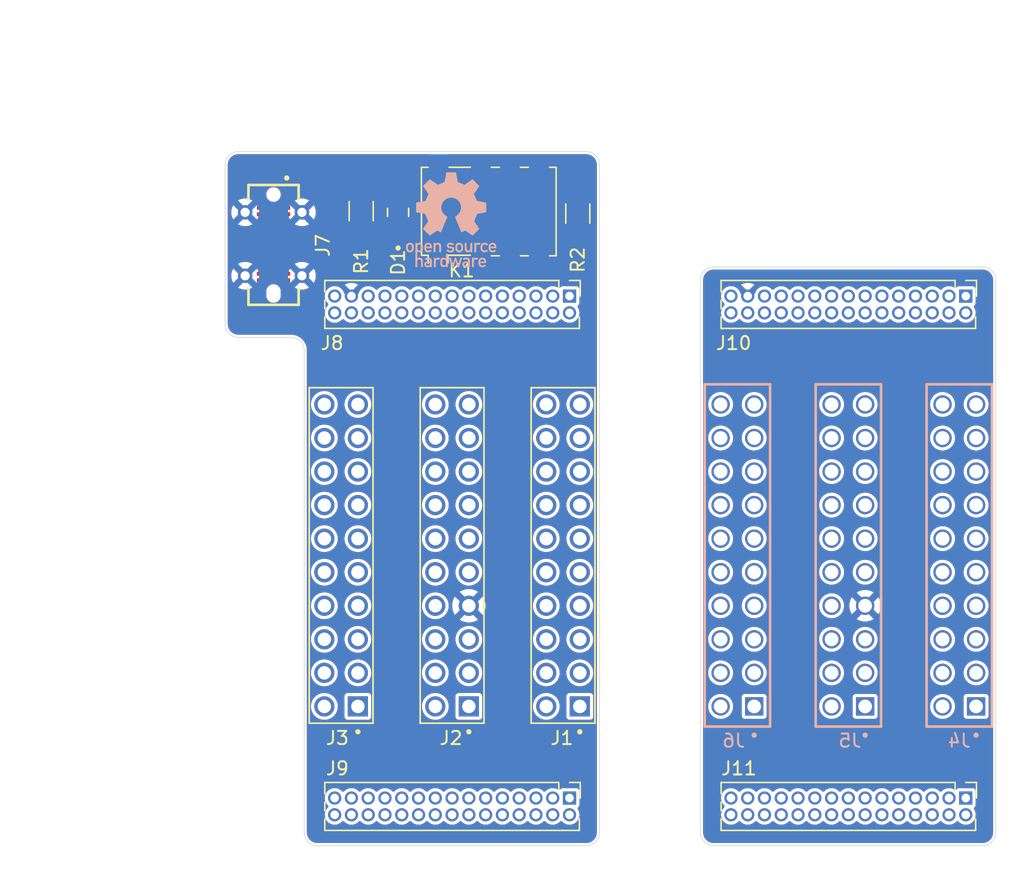
<source format=kicad_pcb>
(kicad_pcb (version 20241229) (generator "pcbnew") (generator_version "9.0")
  (layers (0 "F.Cu" mixed) (4 "In1.Cu" signal) (6 "In2.Cu" signal) (2 "B.Cu" mixed) (13 "F.Paste" user) (15 "B.Paste" user) (5 "F.SilkS" user "F.Silkscreen") (7 "B.SilkS" user "B.Silkscreen") (1 "F.Mask" user) (3 "B.Mask" user) (25 "Edge.Cuts" user))
  (net 0 "")
  (net 1 "+12V")
  (net 2 "SBU1")
  (net 3 "GND")
  (net 4 "2")
  (net 5 "4")
  (net 6 "CAN1_L")
  (net 7 "CAN2_L")
  (net 8 "8")
  (net 9 "10")
  (net 10 "12")
  (net 11 "13")
  (net 12 "15")
  (net 13 "CAN1_H")
  (net 14 "CAN2_H")
  (net 15 "18")
  (net 16 "20")
  (net 17 "CAN0_H")
  (net 18 "CAN0_L")
  (net 20 "Net-(K1-Pad4)")
  (net 21 "Net-(K1-Pad5)")
  (net 22 "6")
  (net 23 "7")
  (net 24 "19")
  (net 25 "11")
  (net 26 "14")
  (net 27 "17")
  (net 28 "1")
  (net 29 "9")
  (net 30 "16")
  (net 31 "30")
  (net 32 "40")
  (net 33 "25")
  (net 34 "23")
  (net 35 "38")
  (net 36 "26")
  (net 37 "35")
  (net 38 "34")
  (net 39 "39")
  (net 40 "36")
  (net 41 "31")
  (net 42 "22")
  (net 43 "28")
  (net 44 "37")
  (net 45 "33")
  (net 46 "29")
  (net 47 "21")
  (net 48 "27")
  (net 49 "49")
  (net 50 "53")
  (net 51 "59")
  (net 52 "48")
  (net 53 "47")
  (net 54 "56")
  (net 55 "52")
  (net 56 "57")
  (net 57 "41")
  (net 58 "58")
  (net 59 "45")
  (net 60 "54")
  (net 61 "60")
  (net 62 "55")
  (net 63 "51")
  (net 64 "50")
  (net 65 "43")
  (net 66 "42")
  (footprint "PSA:GCT_USB4115-03-C_REVB4" (layer "F.Cu") (at 92.165 98.6 -90)
    (property "Reference" "J7" (at 0.1 -3.735 90) (layer "F.SilkS"))
    (property "Value" "USB-C")
    (fp_line (start 3.6 0.35) (end 3.75 0.35) (stroke (width 0.01)) (layer "Edge.Cuts"))
    (fp_line (start 3.75 0.35) (end 3.9 0.35) (stroke (width 0.01)) (layer "Edge.Cuts"))
    (fp_line (start 3.75 -0.35) (end 3.6 -0.35) (stroke (width 0.01)) (layer "Edge.Cuts"))
    (fp_line (start 3.9 -0.35) (end 3.75 -0.35) (stroke (width 0.01)) (layer "Edge.Cuts"))
    (fp_arc (start 3.6 0.35) (mid 3.352513 0.247487) (end 3.25 0) (stroke (width 0.01)) (layer "Edge.Cuts"))
    (fp_arc (start 3.25 0) (mid 3.352513 -0.247487) (end 3.6 -0.35) (stroke (width 0.01)) (layer "Edge.Cuts"))
    (fp_arc (start 4.25 0) (mid 4.147487 0.247487) (end 3.9 0.35) (stroke (width 0.01)) (layer "Edge.Cuts"))
    (fp_arc (start 3.9 -0.35) (mid 4.147487 -0.247487) (end 4.25 0) (stroke (width 0.01)) (layer "Edge.Cuts"))
    (pad "" np_thru_hole circle (at -3.75 0 270) (size 0.7 0.7) (drill 0.7) (layers "*.Cu" "*.Mask"))
    (pad "" np_thru_hole circle (at 3.75 0 270) (size 0.7 0.7) (drill 0.7) (layers "*.Cu" "*.Mask"))
    (pad "A1" smd rect (at -2.75 -0.835 270) (size 0.3 0.85) (layers "F.Cu" "F.Mask" "F.Paste") (net 3 "GND"))
    (pad "A2" smd rect (at -2.25 -0.835 270) (size 0.3 0.85) (layers "F.Cu" "F.Mask" "F.Paste") (net 17 "CAN0_H"))
    (pad "A3" smd rect (at -1.75 -0.835 270) (size 0.3 0.85) (layers "F.Cu" "F.Mask" "F.Paste") (net 18 "CAN0_L"))
    (pad "A4" smd rect (at -1.25 -0.835 270) (size 0.3 0.85) (layers "F.Cu" "F.Mask" "F.Paste") (net 1 "+12V"))
    (pad "A5" smd rect (at -0.75 -0.835 270) (size 0.3 0.85) (layers "F.Cu" "F.Mask" "F.Paste"))
    (pad "A6" smd rect (at -0.25 -0.835 270) (size 0.3 0.85) (layers "F.Cu" "F.Mask" "F.Paste"))
    (pad "A7" smd rect (at 0.25 -0.835 270) (size 0.3 0.85) (layers "F.Cu" "F.Mask" "F.Paste"))
    (pad "A8" smd rect (at 0.75 -0.835 270) (size 0.3 0.85) (layers "F.Cu" "F.Mask" "F.Paste") (net 2 "SBU1"))
    (pad "A9" smd rect (at 1.25 -0.835 270) (size 0.3 0.85) (layers "F.Cu" "F.Mask" "F.Paste") (net 1 "+12V"))
    (pad "A10" smd rect (at 1.75 -0.835 270) (size 0.3 0.85) (layers "F.Cu" "F.Mask" "F.Paste") (net 6 "CAN1_L"))
    (pad "A11" smd rect (at 2.25 -0.835 270) (size 0.3 0.85) (layers "F.Cu" "F.Mask" "F.Paste") (net 13 "CAN1_H"))
    (pad "A12" smd rect (at 2.75 -0.835 270) (size 0.3 0.85) (layers "F.Cu" "F.Mask" "F.Paste") (net 3 "GND"))
    (pad "B1" smd rect (at 2.75 0.835 270) (size 0.3 0.85) (layers "F.Cu" "F.Mask" "F.Paste") (net 3 "GND"))
    (pad "B2" smd rect (at 2.25 0.835 270) (size 0.3 0.85) (layers "F.Cu" "F.Mask" "F.Paste") (net 14 "CAN2_H"))
    (pad "B3" smd rect (at 1.75 0.835 270) (size 0.3 0.85) (layers "F.Cu" "F.Mask" "F.Paste") (net 7 "CAN2_L"))
    (pad "B4" smd rect (at 1.25 0.835 270) (size 0.3 0.85) (layers "F.Cu" "F.Mask" "F.Paste") (net 1 "+12V"))
    (pad "B5" smd rect (at 0.75 0.835 270) (size 0.3 0.85) (layers "F.Cu" "F.Mask" "F.Paste"))
    (pad "B6" smd rect (at 0.25 0.835 270) (size 0.3 0.85) (layers "F.Cu" "F.Mask" "F.Paste"))
    (pad "B7" smd rect (at -0.25 0.835 270) (size 0.3 0.85) (layers "F.Cu" "F.Mask" "F.Paste"))
    (pad "B8" smd rect (at -0.75 0.835 270) (size 0.3 0.85) (layers "F.Cu" "F.Mask" "F.Paste"))
    (pad "B9" smd rect (at -1.25 0.835 270) (size 0.3 0.85) (layers "F.Cu" "F.Mask" "F.Paste") (net 1 "+12V"))
    (pad "B10" smd rect (at -1.75 0.835 270) (size 0.3 0.85) (layers "F.Cu" "F.Mask" "F.Paste"))
    (pad "B11" smd rect (at -2.25 0.835 270) (size 0.3 0.85) (layers "F.Cu" "F.Mask" "F.Paste"))
    (pad "B12" smd rect (at -2.75 0.835 270) (size 0.3 0.85) (layers "F.Cu" "F.Mask" "F.Paste") (net 3 "GND"))
    (pad "S1" thru_hole circle (at -2.4 -2.15 270) (size 1.1 1.1) (drill 0.7) (layers "*.Cu" "*.Mask") (net 3 "GND"))
    (pad "S1" thru_hole circle (at -2.4 2.15 270) (size 1.1 1.1) (drill 0.7) (layers "*.Cu" "*.Mask") (net 3 "GND"))
    (pad "S1" thru_hole circle (at 2.4 -2.15 270) (size 1.1 1.1) (drill 0.7) (layers "*.Cu" "*.Mask") (net 3 "GND"))
    (pad "S1" thru_hole circle (at 2.4 2.15 270) (size 1.1 1.1) (drill 0.7) (layers "*.Cu" "*.Mask") (net 3 "GND"))
    (zone (net 0) (net_name "") (layer "F.Cu") (connect_pads (clearance 0)) (min_thickness 0.01)
      (keepout (tracks not_allowed) (vias not_allowed) (pads not_allowed) (copperpour not_allowed) (footprints allowed))
      (fill (thermal_gap 0.508) (thermal_bridge_width 0.508))
      (polygon (pts (xy 90.365 97.8) (xy 90.365 99.4) (xy 89.665 99.4) (xy 89.665 97.8)))
    )
    (zone (net 0) (net_name "") (layer "F.Cu") (connect_pads (clearance 0)) (min_thickness 0.01)
      (keepout (tracks not_allowed) (vias not_allowed) (pads not_allowed) (copperpour not_allowed) (footprints allowed))
      (fill (thermal_gap 0.508) (thermal_bridge_width 0.508))
      (polygon (pts (xy 93.965 97.8) (xy 93.965 99.4) (xy 94.665 99.4) (xy 94.665 97.8)))
    )
  )
  (footprint "PSA:10129381-920003BLF" (layer "F.Cu") (at 97.282 122.174 90)
    (property "Reference" "J3" (at -13.826 -0.282 180) (layer "F.SilkS"))
    (property "Value" "to_ESP_3")
    (pad "1" thru_hole rect (at -11.43 1.27 90) (size 1.53 1.53) (drill 1.02) (layers "*.Cu" "*.Mask") (net 57 "41"))
    (pad "2" thru_hole circle (at -8.89 1.27 90) (size 1.53 1.53) (drill 1.02) (layers "*.Cu" "*.Mask") (net 66 "42"))
    (pad "3" thru_hole circle (at -6.35 1.27 90) (size 1.53 1.53) (drill 1.02) (layers "*.Cu" "*.Mask") (net 65 "43"))
    (pad "4" thru_hole circle (at -3.81 1.27 90) (size 1.53 1.53) (drill 1.02) (layers "*.Cu" "*.Mask") (net 6 "CAN1_L"))
    (pad "5" thru_hole circle (at -1.27 1.27 90) (size 1.53 1.53) (drill 1.02) (layers "*.Cu" "*.Mask") (net 59 "45"))
    (pad "6" thru_hole circle (at 1.27 1.27 90) (size 1.53 1.53) (drill 1.02) (layers "*.Cu" "*.Mask") (net 13 "CAN1_H"))
    (pad "7" thru_hole circle (at 3.81 1.27 90) (size 1.53 1.53) (drill 1.02) (layers "*.Cu" "*.Mask") (net 53 "47"))
    (pad "8" thru_hole circle (at 6.35 1.27 90) (size 1.53 1.53) (drill 1.02) (layers "*.Cu" "*.Mask") (net 52 "48"))
    (pad "9" thru_hole circle (at 8.89 1.27 90) (size 1.53 1.53) (drill 1.02) (layers "*.Cu" "*.Mask") (net 49 "49"))
    (pad "10" thru_hole circle (at 11.43 1.27 90) (size 1.53 1.53) (drill 1.02) (layers "*.Cu" "*.Mask") (net 64 "50"))
    (pad "11" thru_hole circle (at -11.43 -1.27 90) (size 1.53 1.53) (drill 1.02) (layers "*.Cu" "*.Mask") (net 63 "51"))
    (pad "12" thru_hole circle (at -8.89 -1.27 90) (size 1.53 1.53) (drill 1.02) (layers "*.Cu" "*.Mask") (net 55 "52"))
    (pad "13" thru_hole circle (at -6.35 -1.27 90) (size 1.53 1.53) (drill 1.02) (layers "*.Cu" "*.Mask") (net 50 "53"))
    (pad "14" thru_hole circle (at -3.81 -1.27 90) (size 1.53 1.53) (drill 1.02) (layers "*.Cu" "*.Mask") (net 60 "54"))
    (pad "15" thru_hole circle (at -1.27 -1.27 90) (size 1.53 1.53) (drill 1.02) (layers "*.Cu" "*.Mask") (net 62 "55"))
    (pad "16" thru_hole circle (at 1.27 -1.27 90) (size 1.53 1.53) (drill 1.02) (layers "*.Cu" "*.Mask") (net 54 "56"))
    (pad "17" thru_hole circle (at 3.81 -1.27 90) (size 1.53 1.53) (drill 1.02) (layers "*.Cu" "*.Mask") (net 56 "57"))
    (pad "18" thru_hole circle (at 6.35 -1.27 90) (size 1.53 1.53) (drill 1.02) (layers "*.Cu" "*.Mask") (net 58 "58"))
    (pad "19" thru_hole circle (at 8.89 -1.27 90) (size 1.53 1.53) (drill 1.02) (layers "*.Cu" "*.Mask") (net 51 "59"))
    (pad "20" thru_hole circle (at 11.43 -1.27 90) (size 1.53 1.53) (drill 1.02) (layers "*.Cu" "*.Mask") (net 61 "60"))
  )
  (footprint "Connector_PinHeader_1.27mm:PinHeader_2x15_P1.27mm_Vertical" (layer "F.Cu") (at 114.572 140.539 -90)
    (property "Reference" "J9" (at -2.239 17.572 0) (layer "F.SilkS"))
    (property "Value" "B2B_2")
    (pad "1" thru_hole rect (at 0 0 270) (size 1 1) (drill 0.65) (layers "*.Cu" "*.Mask") (net 65 "43"))
    (pad "2" thru_hole circle (at 1.27 0 270) (size 1 1) (drill 0.65) (layers "*.Cu" "*.Mask") (net 59 "45"))
    (pad "3" thru_hole circle (at 0 1.27 270) (size 1 1) (drill 0.65) (layers "*.Cu" "*.Mask") (net 66 "42"))
    (pad "4" thru_hole circle (at 1.27 1.27 270) (size 1 1) (drill 0.65) (layers "*.Cu" "*.Mask") (net 53 "47"))
    (pad "5" thru_hole circle (at 0 2.54 270) (size 1 1) (drill 0.65) (layers "*.Cu" "*.Mask") (net 57 "41"))
    (pad "6" thru_hole circle (at 1.27 2.54 270) (size 1 1) (drill 0.65) (layers "*.Cu" "*.Mask") (net 52 "48"))
    (pad "7" thru_hole circle (at 0 3.81 270) (size 1 1) (drill 0.65) (layers "*.Cu" "*.Mask") (net 32 "40"))
    (pad "8" thru_hole circle (at 1.27 3.81 270) (size 1 1) (drill 0.65) (layers "*.Cu" "*.Mask") (net 49 "49"))
    (pad "9" thru_hole circle (at 0 5.08 270) (size 1 1) (drill 0.65) (layers "*.Cu" "*.Mask") (net 39 "39"))
    (pad "10" thru_hole circle (at 1.27 5.08 270) (size 1 1) (drill 0.65) (layers "*.Cu" "*.Mask") (net 64 "50"))
    (pad "11" thru_hole circle (at 0 6.35 270) (size 1 1) (drill 0.65) (layers "*.Cu" "*.Mask") (net 35 "38"))
    (pad "12" thru_hole circle (at 1.27 6.35 270) (size 1 1) (drill 0.65) (layers "*.Cu" "*.Mask") (net 63 "51"))
    (pad "13" thru_hole circle (at 0 7.62 270) (size 1 1) (drill 0.65) (layers "*.Cu" "*.Mask") (net 44 "37"))
    (pad "14" thru_hole circle (at 1.27 7.62 270) (size 1 1) (drill 0.65) (layers "*.Cu" "*.Mask") (net 55 "52"))
    (pad "15" thru_hole circle (at 0 8.89 270) (size 1 1) (drill 0.65) (layers "*.Cu" "*.Mask") (net 40 "36"))
    (pad "16" thru_hole circle (at 1.27 8.89 270) (size 1 1) (drill 0.65) (layers "*.Cu" "*.Mask") (net 50 "53"))
    (pad "17" thru_hole circle (at 0 10.16 270) (size 1 1) (drill 0.65) (layers "*.Cu" "*.Mask") (net 37 "35"))
    (pad "18" thru_hole circle (at 1.27 10.16 270) (size 1 1) (drill 0.65) (layers "*.Cu" "*.Mask") (net 60 "54"))
    (pad "19" thru_hole circle (at 0 11.43 270) (size 1 1) (drill 0.65) (layers "*.Cu" "*.Mask") (net 38 "34"))
    (pad "20" thru_hole circle (at 1.27 11.43 270) (size 1 1) (drill 0.65) (layers "*.Cu" "*.Mask") (net 62 "55"))
    (pad "21" thru_hole circle (at 0 12.7 270) (size 1 1) (drill 0.65) (layers "*.Cu" "*.Mask") (net 45 "33"))
    (pad "22" thru_hole circle (at 1.27 12.7 270) (size 1 1) (drill 0.65) (layers "*.Cu" "*.Mask") (net 54 "56"))
    (pad "23" thru_hole circle (at 0 13.97 270) (size 1 1) (drill 0.65) (layers "*.Cu" "*.Mask") (net 41 "31"))
    (pad "24" thru_hole circle (at 1.27 13.97 270) (size 1 1) (drill 0.65) (layers "*.Cu" "*.Mask") (net 56 "57"))
    (pad "25" thru_hole circle (at 0 15.24 270) (size 1 1) (drill 0.65) (layers "*.Cu" "*.Mask") (net 31 "30"))
    (pad "26" thru_hole circle (at 1.27 15.24 270) (size 1 1) (drill 0.65) (layers "*.Cu" "*.Mask") (net 58 "58"))
    (pad "27" thru_hole circle (at 0 16.51 270) (size 1 1) (drill 0.65) (layers "*.Cu" "*.Mask") (net 46 "29"))
    (pad "28" thru_hole circle (at 1.27 16.51 270) (size 1 1) (drill 0.65) (layers "*.Cu" "*.Mask") (net 51 "59"))
    (pad "29" thru_hole circle (at 0 17.78 270) (size 1 1) (drill 0.65) (layers "*.Cu" "*.Mask") (net 43 "28"))
    (pad "30" thru_hole circle (at 1.27 17.78 270) (size 1 1) (drill 0.65) (layers "*.Cu" "*.Mask") (net 61 "60"))
  )
  (footprint "Connector_PinHeader_1.27mm:PinHeader_2x15_P1.27mm_Vertical" (layer "F.Cu") (at 114.572 102.539 -90)
    (property "Reference" "J8" (at 3.561 17.972 0) (layer "F.SilkS"))
    (property "Value" "B2B_1")
    (pad "1" thru_hole rect (at 0 0 270) (size 1 1) (drill 0.65) (layers "*.Cu" "*.Mask") (net 25 "11"))
    (pad "2" thru_hole circle (at 1.27 0 270) (size 1 1) (drill 0.65) (layers "*.Cu" "*.Mask") (net 10 "12"))
    (pad "3" thru_hole circle (at 0 1.27 270) (size 1 1) (drill 0.65) (layers "*.Cu" "*.Mask") (net 9 "10"))
    (pad "4" thru_hole circle (at 1.27 1.27 270) (size 1 1) (drill 0.65) (layers "*.Cu" "*.Mask") (net 11 "13"))
    (pad "5" thru_hole circle (at 0 2.54 270) (size 1 1) (drill 0.65) (layers "*.Cu" "*.Mask") (net 29 "9"))
    (pad "6" thru_hole circle (at 1.27 2.54 270) (size 1 1) (drill 0.65) (layers "*.Cu" "*.Mask") (net 26 "14"))
    (pad "7" thru_hole circle (at 0 3.81 270) (size 1 1) (drill 0.65) (layers "*.Cu" "*.Mask") (net 8 "8"))
    (pad "8" thru_hole circle (at 1.27 3.81 270) (size 1 1) (drill 0.65) (layers "*.Cu" "*.Mask") (net 12 "15"))
    (pad "9" thru_hole circle (at 0 5.08 270) (size 1 1) (drill 0.65) (layers "*.Cu" "*.Mask") (net 23 "7"))
    (pad "10" thru_hole circle (at 1.27 5.08 270) (size 1 1) (drill 0.65) (layers "*.Cu" "*.Mask") (net 30 "16"))
    (pad "11" thru_hole circle (at 0 6.35 270) (size 1 1) (drill 0.65) (layers "*.Cu" "*.Mask") (net 22 "6"))
    (pad "12" thru_hole circle (at 1.27 6.35 270) (size 1 1) (drill 0.65) (layers "*.Cu" "*.Mask") (net 27 "17"))
    (pad "13" thru_hole circle (at 0 7.62 270) (size 1 1) (drill 0.65) (layers "*.Cu" "*.Mask") (net 5 "4"))
    (pad "14" thru_hole circle (at 1.27 7.62 270) (size 1 1) (drill 0.65) (layers "*.Cu" "*.Mask") (net 15 "18"))
    (pad "15" thru_hole circle (at 0 8.89 270) (size 1 1) (drill 0.65) (layers "*.Cu" "*.Mask") (net 4 "2"))
    (pad "16" thru_hole circle (at 1.27 8.89 270) (size 1 1) (drill 0.65) (layers "*.Cu" "*.Mask") (net 24 "19"))
    (pad "17" thru_hole circle (at 0 10.16 270) (size 1 1) (drill 0.65) (layers "*.Cu" "*.Mask") (net 28 "1"))
    (pad "18" thru_hole circle (at 1.27 10.16 270) (size 1 1) (drill 0.65) (layers "*.Cu" "*.Mask") (net 16 "20"))
    (pad "19" thru_hole circle (at 0 11.43 270) (size 1 1) (drill 0.65) (layers "*.Cu" "*.Mask") (net 14 "CAN2_H"))
    (pad "20" thru_hole circle (at 1.27 11.43 270) (size 1 1) (drill 0.65) (layers "*.Cu" "*.Mask") (net 47 "21"))
    (pad "21" thru_hole circle (at 0 12.7 270) (size 1 1) (drill 0.65) (layers "*.Cu" "*.Mask") (net 7 "CAN2_L"))
    (pad "22" thru_hole circle (at 1.27 12.7 270) (size 1 1) (drill 0.65) (layers "*.Cu" "*.Mask") (net 42 "22"))
    (pad "23" thru_hole circle (at 0 13.97 270) (size 1 1) (drill 0.65) (layers "*.Cu" "*.Mask") (net 13 "CAN1_H"))
    (pad "24" thru_hole circle (at 1.27 13.97 270) (size 1 1) (drill 0.65) (layers "*.Cu" "*.Mask") (net 34 "23"))
    (pad "25" thru_hole circle (at 0 15.24 270) (size 1 1) (drill 0.65) (layers "*.Cu" "*.Mask") (net 6 "CAN1_L"))
    (pad "26" thru_hole circle (at 1.27 15.24 270) (size 1 1) (drill 0.65) (layers "*.Cu" "*.Mask") (net 33 "25"))
    (pad "27" thru_hole circle (at 0 16.51 270) (size 1 1) (drill 0.65) (layers "*.Cu" "*.Mask") (net 3 "GND"))
    (pad "28" thru_hole circle (at 1.27 16.51 270) (size 1 1) (drill 0.65) (layers "*.Cu" "*.Mask") (net 36 "26"))
    (pad "29" thru_hole circle (at 0 17.78 270) (size 1 1) (drill 0.65) (layers "*.Cu" "*.Mask") (net 1 "+12V"))
    (pad "30" thru_hole circle (at 1.27 17.78 270) (size 1 1) (drill 0.65) (layers "*.Cu" "*.Mask") (net 48 "27"))
  )
  (footprint "Connector_PinHeader_1.27mm:PinHeader_2x15_P1.27mm_Vertical" (layer "F.Cu") (at 144.572 102.539 -90)
    (property "Reference" "J10" (at 3.561 17.572 0) (layer "F.SilkS"))
    (property "Value" "B2B_1")
    (pad "1" thru_hole rect (at 0 0 270) (size 1 1) (drill 0.65) (layers "*.Cu" "*.Mask") (net 25 "11"))
    (pad "2" thru_hole circle (at 1.27 0 270) (size 1 1) (drill 0.65) (layers "*.Cu" "*.Mask") (net 10 "12"))
    (pad "3" thru_hole circle (at 0 1.27 270) (size 1 1) (drill 0.65) (layers "*.Cu" "*.Mask") (net 9 "10"))
    (pad "4" thru_hole circle (at 1.27 1.27 270) (size 1 1) (drill 0.65) (layers "*.Cu" "*.Mask") (net 11 "13"))
    (pad "5" thru_hole circle (at 0 2.54 270) (size 1 1) (drill 0.65) (layers "*.Cu" "*.Mask") (net 29 "9"))
    (pad "6" thru_hole circle (at 1.27 2.54 270) (size 1 1) (drill 0.65) (layers "*.Cu" "*.Mask") (net 26 "14"))
    (pad "7" thru_hole circle (at 0 3.81 270) (size 1 1) (drill 0.65) (layers "*.Cu" "*.Mask") (net 8 "8"))
    (pad "8" thru_hole circle (at 1.27 3.81 270) (size 1 1) (drill 0.65) (layers "*.Cu" "*.Mask") (net 12 "15"))
    (pad "9" thru_hole circle (at 0 5.08 270) (size 1 1) (drill 0.65) (layers "*.Cu" "*.Mask") (net 23 "7"))
    (pad "10" thru_hole circle (at 1.27 5.08 270) (size 1 1) (drill 0.65) (layers "*.Cu" "*.Mask") (net 30 "16"))
    (pad "11" thru_hole circle (at 0 6.35 270) (size 1 1) (drill 0.65) (layers "*.Cu" "*.Mask") (net 22 "6"))
    (pad "12" thru_hole circle (at 1.27 6.35 270) (size 1 1) (drill 0.65) (layers "*.Cu" "*.Mask") (net 27 "17"))
    (pad "13" thru_hole circle (at 0 7.62 270) (size 1 1) (drill 0.65) (layers "*.Cu" "*.Mask") (net 5 "4"))
    (pad "14" thru_hole circle (at 1.27 7.62 270) (size 1 1) (drill 0.65) (layers "*.Cu" "*.Mask") (net 15 "18"))
    (pad "15" thru_hole circle (at 0 8.89 270) (size 1 1) (drill 0.65) (layers "*.Cu" "*.Mask") (net 4 "2"))
    (pad "16" thru_hole circle (at 1.27 8.89 270) (size 1 1) (drill 0.65) (layers "*.Cu" "*.Mask") (net 24 "19"))
    (pad "17" thru_hole circle (at 0 10.16 270) (size 1 1) (drill 0.65) (layers "*.Cu" "*.Mask") (net 28 "1"))
    (pad "18" thru_hole circle (at 1.27 10.16 270) (size 1 1) (drill 0.65) (layers "*.Cu" "*.Mask") (net 16 "20"))
    (pad "19" thru_hole circle (at 0 11.43 270) (size 1 1) (drill 0.65) (layers "*.Cu" "*.Mask") (net 14 "CAN2_H"))
    (pad "20" thru_hole circle (at 1.27 11.43 270) (size 1 1) (drill 0.65) (layers "*.Cu" "*.Mask") (net 47 "21"))
    (pad "21" thru_hole circle (at 0 12.7 270) (size 1 1) (drill 0.65) (layers "*.Cu" "*.Mask") (net 7 "CAN2_L"))
    (pad "22" thru_hole circle (at 1.27 12.7 270) (size 1 1) (drill 0.65) (layers "*.Cu" "*.Mask") (net 42 "22"))
    (pad "23" thru_hole circle (at 0 13.97 270) (size 1 1) (drill 0.65) (layers "*.Cu" "*.Mask") (net 13 "CAN1_H"))
    (pad "24" thru_hole circle (at 1.27 13.97 270) (size 1 1) (drill 0.65) (layers "*.Cu" "*.Mask") (net 34 "23"))
    (pad "25" thru_hole circle (at 0 15.24 270) (size 1 1) (drill 0.65) (layers "*.Cu" "*.Mask") (net 6 "CAN1_L"))
    (pad "26" thru_hole circle (at 1.27 15.24 270) (size 1 1) (drill 0.65) (layers "*.Cu" "*.Mask") (net 33 "25"))
    (pad "27" thru_hole circle (at 0 16.51 270) (size 1 1) (drill 0.65) (layers "*.Cu" "*.Mask") (net 3 "GND"))
    (pad "28" thru_hole circle (at 1.27 16.51 270) (size 1 1) (drill 0.65) (layers "*.Cu" "*.Mask") (net 36 "26"))
    (pad "29" thru_hole circle (at 0 17.78 270) (size 1 1) (drill 0.65) (layers "*.Cu" "*.Mask") (net 1 "+12V"))
    (pad "30" thru_hole circle (at 1.27 17.78 270) (size 1 1) (drill 0.65) (layers "*.Cu" "*.Mask") (net 48 "27"))
  )
  (footprint "Resistor_SMD:R_1206_3216Metric" (layer "F.Cu") (at 98.8 96.1125 -90)
    (property "Reference" "R1" (at 3.8 0 90) (layer "F.SilkS"))
    (property "Value" "120R")
    (pad "1" smd roundrect (at -1.4625 0 270) (size 1.125 1.75) (layers "F.Cu" "F.Mask" "F.Paste") (roundrect_rratio 0.222222) (net 7 "CAN2_L"))
    (pad "2" smd roundrect (at 1.4625 0 270) (size 1.125 1.75) (layers "F.Cu" "F.Mask" "F.Paste") (roundrect_rratio 0.222222) (net 20 "Net-(K1-Pad4)"))
  )
  (footprint "PSA:10129381-920003BLF" (layer "F.Cu") (at 105.682 122.174 90)
    (property "Reference" "J2" (at -13.826 -0.082 180) (layer "F.SilkS"))
    (property "Value" "to_EPS_2")
    (pad "1" thru_hole rect (at -11.43 1.27 90) (size 1.53 1.53) (drill 1.02) (layers "*.Cu" "*.Mask") (net 47 "21"))
    (pad "2" thru_hole circle (at -8.89 1.27 90) (size 1.53 1.53) (drill 1.02) (layers "*.Cu" "*.Mask") (net 42 "22"))
    (pad "3" thru_hole circle (at -6.35 1.27 90) (size 1.53 1.53) (drill 1.02) (layers "*.Cu" "*.Mask") (net 34 "23"))
    (pad "4" thru_hole circle (at -3.81 1.27 90) (size 1.53 1.53) (drill 1.02) (layers "*.Cu" "*.Mask") (net 3 "GND"))
    (pad "5" thru_hole circle (at -1.27 1.27 90) (size 1.53 1.53) (drill 1.02) (layers "*.Cu" "*.Mask") (net 33 "25"))
    (pad "6" thru_hole circle (at 1.27 1.27 90) (size 1.53 1.53) (drill 1.02) (layers "*.Cu" "*.Mask") (net 36 "26"))
    (pad "7" thru_hole circle (at 3.81 1.27 90) (size 1.53 1.53) (drill 1.02) (layers "*.Cu" "*.Mask") (net 48 "27"))
    (pad "8" thru_hole circle (at 6.35 1.27 90) (size 1.53 1.53) (drill 1.02) (layers "*.Cu" "*.Mask") (net 43 "28"))
    (pad "9" thru_hole circle (at 8.89 1.27 90) (size 1.53 1.53) (drill 1.02) (layers "*.Cu" "*.Mask") (net 46 "29"))
    (pad "10" thru_hole circle (at 11.43 1.27 90) (size 1.53 1.53) (drill 1.02) (layers "*.Cu" "*.Mask") (net 31 "30"))
    (pad "11" thru_hole circle (at -11.43 -1.27 90) (size 1.53 1.53) (drill 1.02) (layers "*.Cu" "*.Mask") (net 41 "31"))
    (pad "12" thru_hole circle (at -8.89 -1.27 90) (size 1.53 1.53) (drill 1.02) (layers "*.Cu" "*.Mask") (net 1 "+12V"))
    (pad "13" thru_hole circle (at -6.35 -1.27 90) (size 1.53 1.53) (drill 1.02) (layers "*.Cu" "*.Mask") (net 45 "33"))
    (pad "14" thru_hole circle (at -3.81 -1.27 90) (size 1.53 1.53) (drill 1.02) (layers "*.Cu" "*.Mask") (net 38 "34"))
    (pad "15" thru_hole circle (at -1.27 -1.27 90) (size 1.53 1.53) (drill 1.02) (layers "*.Cu" "*.Mask") (net 37 "35"))
    (pad "16" thru_hole circle (at 1.27 -1.27 90) (size 1.53 1.53) (drill 1.02) (layers "*.Cu" "*.Mask") (net 40 "36"))
    (pad "17" thru_hole circle (at 3.81 -1.27 90) (size 1.53 1.53) (drill 1.02) (layers "*.Cu" "*.Mask") (net 44 "37"))
    (pad "18" thru_hole circle (at 6.35 -1.27 90) (size 1.53 1.53) (drill 1.02) (layers "*.Cu" "*.Mask") (net 35 "38"))
    (pad "19" thru_hole circle (at 8.89 -1.27 90) (size 1.53 1.53) (drill 1.02) (layers "*.Cu" "*.Mask") (net 39 "39"))
    (pad "20" thru_hole circle (at 11.43 -1.27 90) (size 1.53 1.53) (drill 1.02) (layers "*.Cu" "*.Mask") (net 32 "40"))
  )
  (footprint "Resistor_SMD:R_1206_3216Metric" (layer "F.Cu") (at 115.2 96.3 -90)
    (property "Reference" "R2" (at 3.5 0 90) (layer "F.SilkS"))
    (property "Value" "120R")
    (pad "1" smd roundrect (at -1.4625 0 270) (size 1.125 1.75) (layers "F.Cu" "F.Mask" "F.Paste") (roundrect_rratio 0.222222) (net 21 "Net-(K1-Pad5)"))
    (pad "2" smd roundrect (at 1.4625 0 270) (size 1.125 1.75) (layers "F.Cu" "F.Mask" "F.Paste") (roundrect_rratio 0.222222) (net 17 "CAN0_H"))
  )
  (footprint "Relay_SMD:Relay_DPDT_Omron_G6K-2G-Y" (layer "F.Cu") (at 108.458 96.15 90)
    (property "Reference" "K1" (at -4.45 -2.058 0) (layer "F.SilkS"))
    (property "Value" "G6K-2G-Y DC5")
    (pad "1" smd rect (at -2.85 -3.8 90) (size 1.8 0.8) (layers "F.Cu" "F.Mask" "F.Paste") (net 2 "SBU1"))
    (pad "2" smd rect (at -2.85 -0.6 90) (size 1.8 0.8) (layers "F.Cu" "F.Mask" "F.Paste") (net 17 "CAN0_H"))
    (pad "3" smd rect (at -2.85 1.6 90) (size 1.8 0.8) (layers "F.Cu" "F.Mask" "F.Paste") (net 14 "CAN2_H"))
    (pad "4" smd rect (at -2.85 3.8 90) (size 1.8 0.8) (layers "F.Cu" "F.Mask" "F.Paste") (net 20 "Net-(K1-Pad4)"))
    (pad "5" smd rect (at 2.85 3.8 90) (size 1.8 0.8) (layers "F.Cu" "F.Mask" "F.Paste") (net 21 "Net-(K1-Pad5)"))
    (pad "6" smd rect (at 2.85 1.6 90) (size 1.8 0.8) (layers "F.Cu" "F.Mask" "F.Paste") (net 18 "CAN0_L"))
    (pad "7" smd rect (at 2.85 -0.6 90) (size 1.8 0.8) (layers "F.Cu" "F.Mask" "F.Paste") (net 7 "CAN2_L"))
    (pad "8" smd rect (at 2.85 -3.8 90) (size 1.8 0.8) (layers "F.Cu" "F.Mask" "F.Paste") (net 3 "GND"))
  )
  (footprint "PSA:DIO_BAV21W_RHG" (layer "F.Cu") (at 101.594 96.2 90)
    (property "Reference" "D1" (at -3.8 0 90) (layer "F.SilkS"))
    (property "Value" "BAV21W_RHG" (hide yes))
    (pad "A" smd rect (at 1.43 0 90) (size 1.34 1.8) (layers "F.Cu" "F.Mask" "F.Paste") (net 3 "GND"))
    (pad "C" smd rect (at -1.43 0 90) (size 1.34 1.8) (layers "F.Cu" "F.Mask" "F.Paste") (net 2 "SBU1"))
  )
  (footprint "PSA:10129381-920003BLF" (layer "F.Cu") (at 114.082 122.174 90)
    (property "Reference" "J1" (at -13.826 -0.082 180) (layer "F.SilkS"))
    (property "Value" "to_EPS_1")
    (pad "1" thru_hole rect (at -11.43 1.27 90) (size 1.53 1.53) (drill 1.02) (layers "*.Cu" "*.Mask") (net 28 "1"))
    (pad "2" thru_hole circle (at -8.89 1.27 90) (size 1.53 1.53) (drill 1.02) (layers "*.Cu" "*.Mask") (net 4 "2"))
    (pad "3" thru_hole circle (at -6.35 1.27 90) (size 1.53 1.53) (drill 1.02) (layers "*.Cu" "*.Mask") (net 18 "CAN0_L"))
    (pad "4" thru_hole circle (at -3.81 1.27 90) (size 1.53 1.53) (drill 1.02) (layers "*.Cu" "*.Mask") (net 5 "4"))
    (pad "5" thru_hole circle (at -1.27 1.27 90) (size 1.53 1.53) (drill 1.02) (layers "*.Cu" "*.Mask") (net 17 "CAN0_H"))
    (pad "6" thru_hole circle (at 1.27 1.27 90) (size 1.53 1.53) (drill 1.02) (layers "*.Cu" "*.Mask") (net 22 "6"))
    (pad "7" thru_hole circle (at 3.81 1.27 90) (size 1.53 1.53) (drill 1.02) (layers "*.Cu" "*.Mask") (net 23 "7"))
    (pad "8" thru_hole circle (at 6.35 1.27 90) (size 1.53 1.53) (drill 1.02) (layers "*.Cu" "*.Mask") (net 8 "8"))
    (pad "9" thru_hole circle (at 8.89 1.27 90) (size 1.53 1.53) (drill 1.02) (layers "*.Cu" "*.Mask") (net 29 "9"))
    (pad "10" thru_hole circle (at 11.43 1.27 90) (size 1.53 1.53) (drill 1.02) (layers "*.Cu" "*.Mask") (net 9 "10"))
    (pad "11" thru_hole circle (at -11.43 -1.27 90) (size 1.53 1.53) (drill 1.02) (layers "*.Cu" "*.Mask") (net 25 "11"))
    (pad "12" thru_hole circle (at -8.89 -1.27 90) (size 1.53 1.53) (drill 1.02) (layers "*.Cu" "*.Mask") (net 10 "12"))
    (pad "13" thru_hole circle (at -6.35 -1.27 90) (size 1.53 1.53) (drill 1.02) (layers "*.Cu" "*.Mask") (net 11 "13"))
    (pad "14" thru_hole circle (at -3.81 -1.27 90) (size 1.53 1.53) (drill 1.02) (layers "*.Cu" "*.Mask") (net 26 "14"))
    (pad "15" thru_hole circle (at -1.27 -1.27 90) (size 1.53 1.53) (drill 1.02) (layers "*.Cu" "*.Mask") (net 12 "15"))
    (pad "16" thru_hole circle (at 1.27 -1.27 90) (size 1.53 1.53) (drill 1.02) (layers "*.Cu" "*.Mask") (net 30 "16"))
    (pad "17" thru_hole circle (at 3.81 -1.27 90) (size 1.53 1.53) (drill 1.02) (layers "*.Cu" "*.Mask") (net 27 "17"))
    (pad "18" thru_hole circle (at 6.35 -1.27 90) (size 1.53 1.53) (drill 1.02) (layers "*.Cu" "*.Mask") (net 15 "18"))
    (pad "19" thru_hole circle (at 8.89 -1.27 90) (size 1.53 1.53) (drill 1.02) (layers "*.Cu" "*.Mask") (net 24 "19"))
    (pad "20" thru_hole circle (at 11.43 -1.27 90) (size 1.53 1.53) (drill 1.02) (layers "*.Cu" "*.Mask") (net 16 "20"))
  )
  (footprint "Connector_PinHeader_1.27mm:PinHeader_2x15_P1.27mm_Vertical" (layer "F.Cu") (at 144.572 140.539 -90)
    (property "Reference" "J11" (at -2.239 17.172 0) (layer "F.SilkS"))
    (property "Value" "B2B_2")
    (pad "1" thru_hole rect (at 0 0 270) (size 1 1) (drill 0.65) (layers "*.Cu" "*.Mask") (net 65 "43"))
    (pad "2" thru_hole circle (at 1.27 0 270) (size 1 1) (drill 0.65) (layers "*.Cu" "*.Mask") (net 59 "45"))
    (pad "3" thru_hole circle (at 0 1.27 270) (size 1 1) (drill 0.65) (layers "*.Cu" "*.Mask") (net 66 "42"))
    (pad "4" thru_hole circle (at 1.27 1.27 270) (size 1 1) (drill 0.65) (layers "*.Cu" "*.Mask") (net 53 "47"))
    (pad "5" thru_hole circle (at 0 2.54 270) (size 1 1) (drill 0.65) (layers "*.Cu" "*.Mask") (net 57 "41"))
    (pad "6" thru_hole circle (at 1.27 2.54 270) (size 1 1) (drill 0.65) (layers "*.Cu" "*.Mask") (net 52 "48"))
    (pad "7" thru_hole circle (at 0 3.81 270) (size 1 1) (drill 0.65) (layers "*.Cu" "*.Mask") (net 32 "40"))
    (pad "8" thru_hole circle (at 1.27 3.81 270) (size 1 1) (drill 0.65) (layers "*.Cu" "*.Mask") (net 49 "49"))
    (pad "9" thru_hole circle (at 0 5.08 270) (size 1 1) (drill 0.65) (layers "*.Cu" "*.Mask") (net 39 "39"))
    (pad "10" thru_hole circle (at 1.27 5.08 270) (size 1 1) (drill 0.65) (layers "*.Cu" "*.Mask") (net 64 "50"))
    (pad "11" thru_hole circle (at 0 6.35 270) (size 1 1) (drill 0.65) (layers "*.Cu" "*.Mask") (net 35 "38"))
    (pad "12" thru_hole circle (at 1.27 6.35 270) (size 1 1) (drill 0.65) (layers "*.Cu" "*.Mask") (net 63 "51"))
    (pad "13" thru_hole circle (at 0 7.62 270) (size 1 1) (drill 0.65) (layers "*.Cu" "*.Mask") (net 44 "37"))
    (pad "14" thru_hole circle (at 1.27 7.62 270) (size 1 1) (drill 0.65) (layers "*.Cu" "*.Mask") (net 55 "52"))
    (pad "15" thru_hole circle (at 0 8.89 270) (size 1 1) (drill 0.65) (layers "*.Cu" "*.Mask") (net 40 "36"))
    (pad "16" thru_hole circle (at 1.27 8.89 270) (size 1 1) (drill 0.65) (layers "*.Cu" "*.Mask") (net 50 "53"))
    (pad "17" thru_hole circle (at 0 10.16 270) (size 1 1) (drill 0.65) (layers "*.Cu" "*.Mask") (net 37 "35"))
    (pad "18" thru_hole circle (at 1.27 10.16 270) (size 1 1) (drill 0.65) (layers "*.Cu" "*.Mask") (net 60 "54"))
    (pad "19" thru_hole circle (at 0 11.43 270) (size 1 1) (drill 0.65) (layers "*.Cu" "*.Mask") (net 38 "34"))
    (pad "20" thru_hole circle (at 1.27 11.43 270) (size 1 1) (drill 0.65) (layers "*.Cu" "*.Mask") (net 62 "55"))
    (pad "21" thru_hole circle (at 0 12.7 270) (size 1 1) (drill 0.65) (layers "*.Cu" "*.Mask") (net 45 "33"))
    (pad "22" thru_hole circle (at 1.27 12.7 270) (size 1 1) (drill 0.65) (layers "*.Cu" "*.Mask") (net 54 "56"))
    (pad "23" thru_hole circle (at 0 13.97 270) (size 1 1) (drill 0.65) (layers "*.Cu" "*.Mask") (net 41 "31"))
    (pad "24" thru_hole circle (at 1.27 13.97 270) (size 1 1) (drill 0.65) (layers "*.Cu" "*.Mask") (net 56 "57"))
    (pad "25" thru_hole circle (at 0 15.24 270) (size 1 1) (drill 0.65) (layers "*.Cu" "*.Mask") (net 31 "30"))
    (pad "26" thru_hole circle (at 1.27 15.24 270) (size 1 1) (drill 0.65) (layers "*.Cu" "*.Mask") (net 58 "58"))
    (pad "27" thru_hole circle (at 0 16.51 270) (size 1 1) (drill 0.65) (layers "*.Cu" "*.Mask") (net 46 "29"))
    (pad "28" thru_hole circle (at 1.27 16.51 270) (size 1 1) (drill 0.65) (layers "*.Cu" "*.Mask") (net 51 "59"))
    (pad "29" thru_hole circle (at 0 17.78 270) (size 1 1) (drill 0.65) (layers "*.Cu" "*.Mask") (net 43 "28"))
    (pad "30" thru_hole circle (at 1.27 17.78 270) (size 1 1) (drill 0.65) (layers "*.Cu" "*.Mask") (net 61 "60"))
  )
  (footprint "PSA:ESW-110-44-F-D" (layer "B.Cu") (at 127.282 122.174 -90)
    (property "Reference" "J6" (at 14.026 0.282 180) (layer "B.SilkS") (effects (justify mirror)))
    (property "Value" "to_car_3")
    (pad "1" thru_hole rect (at 11.43 -1.27 270) (size 1.39 1.39) (drill 1.04) (layers "*.Cu" "*.Mask") (net 57 "41"))
    (pad "2" thru_hole circle (at 8.89 -1.27 270) (size 1.39 1.39) (drill 1.04) (layers "*.Cu" "*.Mask") (net 66 "42"))
    (pad "3" thru_hole circle (at 6.35 -1.27 270) (size 1.39 1.39) (drill 1.04) (layers "*.Cu" "*.Mask") (net 65 "43"))
    (pad "4" thru_hole circle (at 3.81 -1.27 270) (size 1.39 1.39) (drill 1.04) (layers "*.Cu" "*.Mask") (net 6 "CAN1_L"))
    (pad "5" thru_hole circle (at 1.27 -1.27 270) (size 1.39 1.39) (drill 1.04) (layers "*.Cu" "*.Mask") (net 59 "45"))
    (pad "6" thru_hole circle (at -1.27 -1.27 270) (size 1.39 1.39) (drill 1.04) (layers "*.Cu" "*.Mask") (net 13 "CAN1_H"))
    (pad "7" thru_hole circle (at -3.81 -1.27 270) (size 1.39 1.39) (drill 1.04) (layers "*.Cu" "*.Mask") (net 53 "47"))
    (pad "8" thru_hole circle (at -6.35 -1.27 270) (size 1.39 1.39) (drill 1.04) (layers "*.Cu" "*.Mask") (net 52 "48"))
    (pad "9" thru_hole circle (at -8.89 -1.27 270) (size 1.39 1.39) (drill 1.04) (layers "*.Cu" "*.Mask") (net 49 "49"))
    (pad "10" thru_hole circle (at -11.43 -1.27 270) (size 1.39 1.39) (drill 1.04) (layers "*.Cu" "*.Mask") (net 64 "50"))
    (pad "11" thru_hole circle (at 11.43 1.27 270) (size 1.39 1.39) (drill 1.04) (layers "*.Cu" "*.Mask") (net 63 "51"))
    (pad "12" thru_hole circle (at 8.89 1.27 270) (size 1.39 1.39) (drill 1.04) (layers "*.Cu" "*.Mask") (net 55 "52"))
    (pad "13" thru_hole circle (at 6.35 1.27 270) (size 1.39 1.39) (drill 1.04) (layers "*.Cu" "*.Mask") (net 50 "53"))
    (pad "14" thru_hole circle (at 3.81 1.27 270) (size 1.39 1.39) (drill 1.04) (layers "*.Cu" "*.Mask") (net 60 "54"))
    (pad "15" thru_hole circle (at 1.27 1.27 270) (size 1.39 1.39) (drill 1.04) (layers "*.Cu" "*.Mask") (net 62 "55"))
    (pad "16" thru_hole circle (at -1.27 1.27 270) (size 1.39 1.39) (drill 1.04) (layers "*.Cu" "*.Mask") (net 54 "56"))
    (pad "17" thru_hole circle (at -3.81 1.27 270) (size 1.39 1.39) (drill 1.04) (layers "*.Cu" "*.Mask") (net 56 "57"))
    (pad "18" thru_hole circle (at -6.35 1.27 270) (size 1.39 1.39) (drill 1.04) (layers "*.Cu" "*.Mask") (net 58 "58"))
    (pad "19" thru_hole circle (at -8.89 1.27 270) (size 1.39 1.39) (drill 1.04) (layers "*.Cu" "*.Mask") (net 51 "59"))
    (pad "20" thru_hole circle (at -11.43 1.27 270) (size 1.39 1.39) (drill 1.04) (layers "*.Cu" "*.Mask") (net 61 "60"))
  )
  (footprint "PSA:ESW-110-44-F-D" (layer "B.Cu") (at 144.082 122.174 -90)
    (property "Reference" "J4" (at 14.026 0 180) (layer "B.SilkS") (effects (justify mirror)))
    (property "Value" "to_car_1")
    (pad "1" thru_hole rect (at 11.43 -1.27 270) (size 1.39 1.39) (drill 1.04) (layers "*.Cu" "*.Mask") (net 28 "1"))
    (pad "2" thru_hole circle (at 8.89 -1.27 270) (size 1.39 1.39) (drill 1.04) (layers "*.Cu" "*.Mask") (net 4 "2"))
    (pad "3" thru_hole circle (at 6.35 -1.27 270) (size 1.39 1.39) (drill 1.04) (layers "*.Cu" "*.Mask") (net 7 "CAN2_L"))
    (pad "4" thru_hole circle (at 3.81 -1.27 270) (size 1.39 1.39) (drill 1.04) (layers "*.Cu" "*.Mask") (net 5 "4"))
    (pad "5" thru_hole circle (at 1.27 -1.27 270) (size 1.39 1.39) (drill 1.04) (layers "*.Cu" "*.Mask") (net 14 "CAN2_H"))
    (pad "6" thru_hole circle (at -1.27 -1.27 270) (size 1.39 1.39) (drill 1.04) (layers "*.Cu" "*.Mask") (net 22 "6"))
    (pad "7" thru_hole circle (at -3.81 -1.27 270) (size 1.39 1.39) (drill 1.04) (layers "*.Cu" "*.Mask") (net 23 "7"))
    (pad "8" thru_hole circle (at -6.35 -1.27 270) (size 1.39 1.39) (drill 1.04) (layers "*.Cu" "*.Mask") (net 8 "8"))
    (pad "9" thru_hole circle (at -8.89 -1.27 270) (size 1.39 1.39) (drill 1.04) (layers "*.Cu" "*.Mask") (net 29 "9"))
    (pad "10" thru_hole circle (at -11.43 -1.27 270) (size 1.39 1.39) (drill 1.04) (layers "*.Cu" "*.Mask") (net 9 "10"))
    (pad "11" thru_hole circle (at 11.43 1.27 270) (size 1.39 1.39) (drill 1.04) (layers "*.Cu" "*.Mask") (net 25 "11"))
    (pad "12" thru_hole circle (at 8.89 1.27 270) (size 1.39 1.39) (drill 1.04) (layers "*.Cu" "*.Mask") (net 10 "12"))
    (pad "13" thru_hole circle (at 6.35 1.27 270) (size 1.39 1.39) (drill 1.04) (layers "*.Cu" "*.Mask") (net 11 "13"))
    (pad "14" thru_hole circle (at 3.81 1.27 270) (size 1.39 1.39) (drill 1.04) (layers "*.Cu" "*.Mask") (net 26 "14"))
    (pad "15" thru_hole circle (at 1.27 1.27 270) (size 1.39 1.39) (drill 1.04) (layers "*.Cu" "*.Mask") (net 12 "15"))
    (pad "16" thru_hole circle (at -1.27 1.27 270) (size 1.39 1.39) (drill 1.04) (layers "*.Cu" "*.Mask") (net 30 "16"))
    (pad "17" thru_hole circle (at -3.81 1.27 270) (size 1.39 1.39) (drill 1.04) (layers "*.Cu" "*.Mask") (net 27 "17"))
    (pad "18" thru_hole circle (at -6.35 1.27 270) (size 1.39 1.39) (drill 1.04) (layers "*.Cu" "*.Mask") (net 15 "18"))
    (pad "19" thru_hole circle (at -8.89 1.27 270) (size 1.39 1.39) (drill 1.04) (layers "*.Cu" "*.Mask") (net 24 "19"))
    (pad "20" thru_hole circle (at -11.43 1.27 270) (size 1.39 1.39) (drill 1.04) (layers "*.Cu" "*.Mask") (net 16 "20"))
  )
  (footprint "PSA:ESW-110-44-F-D" (layer "B.Cu") (at 135.682 122.174 -90)
    (property "Reference" "J5" (at 14.026 -0.118 180) (layer "B.SilkS") (effects (justify mirror)))
    (property "Value" "to_car_2")
    (pad "1" thru_hole rect (at 11.43 -1.27 270) (size 1.39 1.39) (drill 1.04) (layers "*.Cu" "*.Mask") (net 47 "21"))
    (pad "2" thru_hole circle (at 8.89 -1.27 270) (size 1.39 1.39) (drill 1.04) (layers "*.Cu" "*.Mask") (net 42 "22"))
    (pad "3" thru_hole circle (at 6.35 -1.27 270) (size 1.39 1.39) (drill 1.04) (layers "*.Cu" "*.Mask") (net 34 "23"))
    (pad "4" thru_hole circle (at 3.81 -1.27 270) (size 1.39 1.39) (drill 1.04) (layers "*.Cu" "*.Mask") (net 3 "GND"))
    (pad "5" thru_hole circle (at 1.27 -1.27 270) (size 1.39 1.39) (drill 1.04) (layers "*.Cu" "*.Mask") (net 33 "25"))
    (pad "6" thru_hole circle (at -1.27 -1.27 270) (size 1.39 1.39) (drill 1.04) (layers "*.Cu" "*.Mask") (net 36 "26"))
    (pad "7" thru_hole circle (at -3.81 -1.27 270) (size 1.39 1.39) (drill 1.04) (layers "*.Cu" "*.Mask") (net 48 "27"))
    (pad "8" thru_hole circle (at -6.35 -1.27 270) (size 1.39 1.39) (drill 1.04) (layers "*.Cu" "*.Mask") (net 43 "28"))
    (pad "9" thru_hole circle (at -8.89 -1.27 270) (size 1.39 1.39) (drill 1.04) (layers "*.Cu" "*.Mask") (net 46 "29"))
    (pad "10" thru_hole circle (at -11.43 -1.27 270) (size 1.39 1.39) (drill 1.04) (layers "*.Cu" "*.Mask") (net 31 "30"))
    (pad "11" thru_hole circle (at 11.43 1.27 270) (size 1.39 1.39) (drill 1.04) (layers "*.Cu" "*.Mask") (net 41 "31"))
    (pad "12" thru_hole circle (at 8.89 1.27 270) (size 1.39 1.39) (drill 1.04) (layers "*.Cu" "*.Mask") (net 1 "+12V"))
    (pad "13" thru_hole circle (at 6.35 1.27 270) (size 1.39 1.39) (drill 1.04) (layers "*.Cu" "*.Mask") (net 45 "33"))
    (pad "14" thru_hole circle (at 3.81 1.27 270) (size 1.39 1.39) (drill 1.04) (layers "*.Cu" "*.Mask") (net 38 "34"))
    (pad "15" thru_hole circle (at 1.27 1.27 270) (size 1.39 1.39) (drill 1.04) (layers "*.Cu" "*.Mask") (net 37 "35"))
    (pad "16" thru_hole circle (at -1.27 1.27 270) (size 1.39 1.39) (drill 1.04) (layers "*.Cu" "*.Mask") (net 40 "36"))
    (pad "17" thru_hole circle (at -3.81 1.27 270) (size 1.39 1.39) (drill 1.04) (layers "*.Cu" "*.Mask") (net 44 "37"))
    (pad "18" thru_hole circle (at -6.35 1.27 270) (size 1.39 1.39) (drill 1.04) (layers "*.Cu" "*.Mask") (net 35 "38"))
    (pad "19" thru_hole circle (at -8.89 1.27 270) (size 1.39 1.39) (drill 1.04) (layers "*.Cu" "*.Mask") (net 39 "39"))
    (pad "20" thru_hole circle (at -11.43 1.27 270) (size 1.39 1.39) (drill 1.04) (layers "*.Cu" "*.Mask") (net 32 "40"))
  )
  (gr_poly (pts (xy 107.707381 98.500106) (xy 107.717852 98.500833) (xy 107.728106 98.502029) (xy 107.738152 98.503681) (xy 107.747999 98.505779) (xy 107.757655 98.508308) (xy 107.76713 98.511258) (xy 107.776431 98.514615) (xy 107.785569 98.518368) (xy 107.794551 98.522503) (xy 107.803386 98.52701) (xy 107.812084 98.531874) (xy 107.820652 98.537085) (xy 107.8291 98.542629) (xy 107.837437 98.548495) (xy 107.845671 98.55467) (xy 107.74165 98.678376) (xy 107.735435 98.673816) (xy 107.729419 98.669609) (xy 107.723568 98.665747) (xy 107.717849 98.662223) (xy 107.712229 98.659028) (xy 107.706675 98.656153) (xy 107.701154 98.653591) (xy 107.695632 98.651334) (xy 107.690077 98.649373) (xy 107.684456 98.6477) (xy 107.678734 98.646307) (xy 107.67288 98.645185) (xy 107.66686 98.644328) (xy 107.66064 98.643725) (xy 107.654189 98.643369) (xy 107.647471 98.643253) (xy 107.634319 98.643783) (xy 107.621301 98.645388) (xy 107.608516 98.648088) (xy 107.596061 98.651904) (xy 107.589989 98.654237) (xy 107.584037 98.656856) (xy 107.578216 98.659765) (xy 107.57254 98.662966) (xy 107.567021 98.666461) (xy 107.561671 98.670253) (xy 107.556502 98.674344) (xy 107.551527 98.678738) (xy 107.546758 98.683437) (xy 107.542207 98.688443) (xy 107.537887 98.693759) (xy 107.53381 98.699387) (xy 107.529989 98.70533) (xy 107.526435 98.711591) (xy 107.523161 98.718173) (xy 107.520179 98.725077) (xy 107.517502 98.732306) (xy 107.515142 98.739863) (xy 107.513111 98.747751) (xy 107.511422 98.755972) (xy 107.510086 98.764529) (xy 107.509117 98.773424) (xy 107.508527 98.78266) (xy 107.508327 98.79224) (xy 107.508327 99.220904) (xy 107.364936 99.220904) (xy 107.364936 98.508315) (xy 107.508327 98.508315) (xy 107.508327 98.584198) (xy 107.511106 98.584198) (xy 107.519766 98.573989) (xy 107.528878 98.564439) (xy 107.538427 98.555546) (xy 107.548401 98.547312) (xy 107.558789 98.539735) (xy 107.569576 98.532817) (xy 107.580751 98.526557) (xy 107.592301 98.520956) (xy 107.604213 98.516013) (xy 107.616475 98.511728) (xy 107.629074 98.508103) (xy 107.641998 98.505136) (xy 107.655233 98.502829) (xy 107.668768 98.50118) (xy 107.682589 98.500191) (xy 107.696684 98.499861)) (fill yes) (layer "B.SilkS"))
  (gr_poly (pts (xy 103.880222 98.500201) (xy 103.894768 98.501216) (xy 103.909149 98.502896) (xy 103.923343 98.505233) (xy 103.937329 98.508217) (xy 103.951086 98.511839) (xy 103.964593 98.516091) (xy 103.977829 98.520964) (xy 103.990772 98.526448) (xy 104.003403 98.532535) (xy 104.015698 98.539215) (xy 104.027638 98.54648) (xy 104.039201 98.554321) (xy 104.050367 98.562728) (xy 104.061113 98.571692) (xy 104.07142 98.581205) (xy 104.081265 98.591258) (xy 104.090628 98.601842) (xy 104.099488 98.612947) (xy 104.107823 98.624565) (xy 104.115613 98.636686) (xy 104.122836 98.649302) (xy 104.129471 98.662404) (xy 104.135497 98.675982) (xy 104.140894 98.690029) (xy 104.145639 98.704533) (xy 104.149713 98.719488) (xy 104.153093 98.734883) (xy 104.155758 98.75071) (xy 104.157688 98.76696) (xy 104.158862 98.783624) (xy 104.159258 98.800692) (xy 104.159258 98.918762) (xy 103.715115 98.918762) (xy 103.715324 98.929532) (xy 103.715944 98.939964) (xy 103.716968 98.950058) (xy 103.718387 98.959813) (xy 103.720193 98.96923) (xy 103.722378 98.978308) (xy 103.724934 98.987046) (xy 103.727852 98.995446) (xy 103.731124 99.003505) (xy 103.734743 99.011224) (xy 103.738699 99.018603) (xy 103.742984 99.025642) (xy 103.747591 99.03234) (xy 103.75251 99.038696) (xy 103.757735 99.044712) (xy 103.763256 99.050385) (xy 103.769065 99.055717) (xy 103.775155 99.060707) (xy 103.781516 99.065355) (xy 103.788142 99.06966) (xy 103.795022 99.073622) (xy 103.80215 99.07724) (xy 103.809517 99.080516) (xy 103.817114 99.083448) (xy 103.824935 99.086035) (xy 103.832969 99.088279) (xy 103.841209 99.090178) (xy 103.849648 99.091733) (xy 103.858276 99.092942) (xy 103.867085 99.093806) (xy 103.876068 99.094325) (xy 103.885216 99.094498) (xy 103.895536 99.094203) (xy 103.905925 99.093325) (xy 103.91635 99.091874) (xy 103.926782 99.089861) (xy 103.937188 99.087296) (xy 103.947539 99.084189) (xy 103.957803 99.08055) (xy 103.967949 99.076391) (xy 103.977947 99.071721) (xy 103.987766 99.066551) (xy 103.997375 99.06089) (xy 104.006743 99.05475) (xy 104.015839 99.048141) (xy 104.024632 99.041073) (xy 104.033092 99.033556) (xy 104.041187 99.025601) (xy 104.145208 99.114104) (xy 104.131787 99.128832) (xy 104.117898 99.142461) (xy 104.103564 99.155011) (xy 104.088811 99.166503) (xy 104.073663 99.176957) (xy 104.058145 99.186394) (xy 104.042281 99.194835) (xy 104.026096 99.2023) (xy 104.009614 99.208809) (xy 103.99286 99.214384) (xy 103.975859 99.219045) (xy 103.958634 99.222812) (xy 103.94121 99.225706) (xy 103.923613 99.227748) (xy 103.905866 99.228958) (xy 103.887994 99.229357) (xy 103.860354 99.228495) (xy 103.832439 99.225764) (xy 103.804532 99.22094) (xy 103.776918 99.213801) (xy 103.74988 99.204125) (xy 103.736666 99.198267) (xy 103.723702 99.191691) (xy 103.711025 99.18437) (xy 103.698669 99.176275) (xy 103.686671 99.16738) (xy 103.675065 99.157656) (xy 103.663888 99.147076) (xy 103.653174 99.135612) (xy 103.64296 99.123236) (xy 103.63328 99.10992) (xy 103.624171 99.095637) (xy 103.615667 99.080359) (xy 103.607805 99.064058) (xy 103.60062 99.046706) (xy 103.594147 99.028275) (xy 103.588421 99.008739) (xy 103.58348 98.988068) (xy 103.579357 98.966235) (xy 103.576088 98.943213) (xy 103.573709 98.918974) (xy 103.572256 98.893489) (xy 103.571764 98.866732) (xy 103.572215 98.841321) (xy 103.573549 98.816987) (xy 103.575074 98.800732) (xy 103.715115 98.800732) (xy 104.015907 98.800732) (xy 104.015344 98.790727) (xy 104.014451 98.781021) (xy 104.013233 98.771614) (xy 104.011696 98.762508) (xy 104.009848 98.753705) (xy 104.007694 98.745204) (xy 104.005241 98.737009) (xy 104.002495 98.72912) (xy 103.999463 98.721537) (xy 103.996152 98.714264) (xy 103.992567 98.7073) (xy 103.988715 98.700647) (xy 103.984603 98.694306) (xy 103.980236 98.688279) (xy 103.975622 98.682567) (xy 103.970767 98.677171) (xy 103.965677 98.672092) (xy 103.960359 98.667331) (xy 103.954819 98.662891) (xy 103.949063 98.658771) (xy 103.943098 98.654974) (xy 103.936931 98.6515) (xy 103.930568 98.648352) (xy 103.924015 98.645529) (xy 103.917278 98.643034) (xy 103.910365 98.640867) (xy 103.903281 98.63903) (xy 103.896033 98.637525) (xy 103.888628 98.636352) (xy 103.881071 98.635512) (xy 103.87337 98.635007) (xy 103.865531 98.634839) (xy 103.857687 98.635007) (xy 103.849974 98.635512) (xy 103.842399 98.636352) (xy 103.834969 98.637525) (xy 103.827692 98.63903) (xy 103.820574 98.640867) (xy 103.813623 98.643034) (xy 103.806845 98.645529) (xy 103.800249 98.648352) (xy 103.793841 98.6515) (xy 103.787629 98.654974) (xy 103.78162 98.658771) (xy 103.77582 98.66289) (xy 103.770238 98.667331) (xy 103.76488 98.672091) (xy 103.759754 98.67717) (xy 103.754866 98.682567) (xy 103.750225 98.688279) (xy 103.745836 98.694306) (xy 103.741709 98.700647) (xy 103.737849 98.707299) (xy 103.734263 98.714263) (xy 103.73096 98.721537) (xy 103.727946 98.729119) (xy 103.725229 98.737009) (xy 103.722815 98.745204) (xy 103.720713 98.753704) (xy 103.718928 98.762508) (xy 103.717469 98.771614) (xy 103.716342 98.781021) (xy 103.715555 98.790727) (xy 103.715115 98.800732) (xy 103.575074 98.800732) (xy 103.575733 98.793712) (xy 103.578735 98.771479) (xy 103.582523 98.75027) (xy 103.587066 98.730067) (xy 103.592331 98.710852) (xy 103.598287 98.692608) (xy 103.604902 98.675317) (xy 103.612144 98.658962) (xy 103.619981 98.643524) (xy 103.628381 98.628985) (xy 103.637312 98.615329) (xy 103.646743 98.602536) (xy 103.656641 98.590591) (xy 103.666974 98.579474) (xy 103.677711 98.569169) (xy 103.688821 98.559656) (xy 103.70027 98.55092) (xy 103.712027 98.542941) (xy 103.72406 98.535703) (xy 103.736337 98.529187) (xy 103.748827 98.523375) (xy 103.761497 98.518251) (xy 103.774316 98.513796) (xy 103.787252 98.509993) (xy 103.800272 98.506823) (xy 103.813346 98.504269) (xy 103.839524 98.500939) (xy 103.865531 98.499861)) (fill yes) (layer "B.SilkS"))
  (gr_poly (pts (xy 106.232656 98.5) (xy 106.242678 98.500409) (xy 106.252443 98.50108) (xy 106.261954 98.502001) (xy 106.271215 98.503166) (xy 106.280229 98.504562) (xy 106.288998 98.506182) (xy 106.297528 98.508015) (xy 106.30582 98.510052) (xy 106.313879 98.512283) (xy 106.321708 98.514699) (xy 106.329309 98.517291) (xy 106.336687 98.520048) (xy 106.343845 98.522962) (xy 106.350786 98.526023) (xy 106.357514 98.52922) (xy 106.370342 98.535989) (xy 106.382357 98.543192) (xy 106.393585 98.550753) (xy 106.404053 98.558596) (xy 106.413789 98.566645) (xy 106.422819 98.574823) (xy 106.431169 98.583054) (xy 106.438868 98.591261) (xy 106.448768 98.602601) (xy 106.457924 98.614048) (xy 106.466352 98.625741) (xy 106.474064 98.637821) (xy 106.481076 98.650428) (xy 106.487403 98.663702) (xy 106.493058 98.677783) (xy 106.498057 98.692812) (xy 106.502413 98.708928) (xy 106.506142 98.726271) (xy 106.509257 98.744982) (xy 106.511773 98.765201) (xy 106.513705 98.787067) (xy 106.515067 98.810722) (xy 106.515874 98.836304) (xy 106.51614 98.863955) (xy 106.515874 98.891837) (xy 106.515067 98.917623) (xy 106.513705 98.941457) (xy 106.511773 98.963478) (xy 106.509257 98.98383) (xy 106.506142 99.002653) (xy 106.502413 99.02009) (xy 106.498057 99.036283) (xy 106.493058 99.051373) (xy 106.487403 99.065502) (xy 106.481076 99.078812) (xy 106.474064 99.091444) (xy 106.466352 99.103541) (xy 106.457924 99.115244) (xy 106.448768 99.126696) (xy 106.438868 99.138037) (xy 106.431169 99.146243) (xy 106.422818 99.154472) (xy 106.413789 99.162646) (xy 106.404053 99.170689) (xy 106.393585 99.178526) (xy 106.382357 99.186081) (xy 106.370342 99.193277) (xy 106.357514 99.200038) (xy 106.343845 99.206289) (xy 106.329309 99.211953) (xy 106.313879 99.216954) (xy 106.297528 99.221216) (xy 106.280229 99.224664) (xy 106.261954 99.22722) (xy 106.242678 99.22881) (xy 106.222373 99.229357) (xy 106.212097 99.229219) (xy 106.202082 99.22881) (xy 106.192323 99.228141) (xy 106.182818 99.22722) (xy 106.173562 99.226058) (xy 106.164554 99.224664) (xy 106.155789 99.223047) (xy 106.147263 99.221216) (xy 106.138975 99.219182) (xy 106.13092 99.216954) (xy 106.123095 99.214541) (xy 106.115496 99.211953) (xy 106.108121 99.209199) (xy 106.100966 99.206289) (xy 106.094027 99.203232) (xy 106.087301 99.200038) (xy 106.074476 99.193277) (xy 106.062464 99.186081) (xy 106.051238 99.178526) (xy 106.040771 99.170689) (xy 106.031036 99.162646) (xy 106.022006 99.154472) (xy 106.013656 99.146243) (xy 106.005957 99.138037) (xy 105.996056 99.126696) (xy 105.986897 99.115246) (xy 105.978466 99.103544) (xy 105.970748 99.09145) (xy 105.96373 99.07882) (xy 105.957397 99.065512) (xy 105.951734 99.051385) (xy 105.946728 99.036298) (xy 105.942365 99.020107) (xy 105.938629 99.00267) (xy 105.935507 98.983847) (xy 105.932985 98.963495) (xy 105.931048 98.941471) (xy 105.929682 98.917635) (xy 105.928873 98.891843) (xy 105.928606 98.863955) (xy 106.071997 98.863955) (xy 106.072098 98.882589) (xy 106.072412 98.89957) (xy 106.072953 98.915021) (xy 106.073735 98.929069) (xy 106.074773 98.941841) (xy 106.076082 98.953461) (xy 106.077675 98.964055) (xy 106.079567 98.97375) (xy 106.081772 98.982671) (xy 106.084306 98.990944) (xy 106.087182 98.998694) (xy 106.090414 99.006048) (xy 106.094018 99.013132) (xy 106.098007 99.02007) (xy 106.102396 99.026989) (xy 106.107199 99.034016) (xy 106.111413 99.039473) (xy 106.116161 99.04474) (xy 106.121414 99.049797) (xy 106.127143 99.054619) (xy 106.133319 99.059185) (xy 106.139912 99.063472) (xy 106.146894 99.067457) (xy 106.154234 99.071119) (xy 106.161904 99.074434) (xy 106.169875 99.077379) (xy 106.178117 99.079934) (xy 106.186601 99.082074) (xy 106.195298 99.083778) (xy 106.204178 99.085023) (xy 106.213213 99.085787) (xy 106.222372 99.086046) (xy 106.231545 99.085786) (xy 106.24059 99.085022) (xy 106.249477 99.083775) (xy 106.258179 99.082069) (xy 106.266666 99.079926) (xy 106.274909 99.077369) (xy 106.28288 99.074421) (xy 106.290551 99.071104) (xy 106.297891 99.067441) (xy 106.304873 99.063454) (xy 106.311468 99.059167) (xy 106.317647 99.054602) (xy 106.323381 99.049782) (xy 106.328641 99.044729) (xy 106.333398 99.039466) (xy 106.33558 99.036763) (xy 106.337625 99.034016) (xy 106.342428 99.02699) (xy 106.346814 99.020073) (xy 106.350799 99.013141) (xy 106.354398 99.00607) (xy 106.357624 98.998737) (xy 106.360493 98.991017) (xy 106.36302 98.982787) (xy 106.365218 98.973924) (xy 106.367103 98.964303) (xy 106.368688 98.9538) (xy 106.36999 98.942292) (xy 106.371022 98.929656) (xy 106.3718 98.915766) (xy 106.372337 98.9005) (xy 106.372749 98.865344) (xy 106.372648 98.846708) (xy 106.372337 98.829726) (xy 106.3718 98.814271) (xy 106.371022 98.800218) (xy 106.36999 98.787442) (xy 106.368688 98.775817) (xy 106.367103 98.765217) (xy 106.365218 98.755518) (xy 106.36302 98.746594) (xy 106.360493 98.73832) (xy 106.357624 98.730569) (xy 106.354398 98.723216) (xy 106.350799 98.716137) (xy 106.346814 98.709205) (xy 106.342428 98.702296) (xy 106.337625 98.695283) (xy 106.333398 98.689826) (xy 106.328641 98.684558) (xy 106.323381 98.679501) (xy 106.317647 98.674679) (xy 106.311468 98.670113) (xy 106.304873 98.665826) (xy 106.297891 98.661841) (xy 106.290551 98.658179) (xy 106.28288 98.654865) (xy 106.274909 98.651919) (xy 106.266666 98.649364) (xy 106.258179 98.647224) (xy 106.249477 98.64552) (xy 106.24059 98.644275) (xy 106.231545 98.643511) (xy 106.222372 98.643252) (xy 106.213213 98.643512) (xy 106.204178 98.644277) (xy 106.195298 98.645523) (xy 106.186601 98.647229) (xy 106.178117 98.649372) (xy 106.169875 98.651929) (xy 106.161904 98.654877) (xy 106.154234 98.658194) (xy 106.146894 98.661857) (xy 106.139912 98.665844) (xy 106.133319 98.670131) (xy 106.127143 98.674696) (xy 106.121414 98.679516) (xy 106.116161 98.684569) (xy 106.111413 98.689832) (xy 106.109237 98.692535) (xy 106.107199 98.695283) (xy 106.102396 98.702295) (xy 106.098007 98.709203) (xy 106.094018 98.716128) (xy 106.090414 98.723195) (xy 106.087182 98.730526) (xy 106.084306 98.738246) (xy 106.081772 98.746478) (xy 106.079567 98.755345) (xy 106.077675 98.76497) (xy 106.076082 98.775478) (xy 106.074773 98.78699) (xy 106.073735 98.799632) (xy 106.072953 98.813526) (xy 106.072412 98.828795) (xy 106.071997 98.863955) (xy 105.928606 98.863955) (xy 105.928873 98.836304) (xy 105.929682 98.810723) (xy 105.931048 98.787071) (xy 105.932985 98.765206) (xy 105.935507 98.74499) (xy 105.938629 98.726281) (xy 105.942365 98.70894) (xy 105.946728 98.692827) (xy 105.951734 98.6778) (xy 105.957397 98.66372) (xy 105.96373 98.650446) (xy 105.970748 98.637838) (xy 105.978466 98.625756) (xy 105.986897 98.614059) (xy 105.996056 98.602608) (xy 106.005957 98.591261) (xy 106.013656 98.583054) (xy 106.022006 98.574823) (xy 106.031036 98.566645) (xy 106.040771 98.558596) (xy 106.051238 98.550753) (xy 106.062464 98.543192) (xy 106.074477 98.535989) (xy 106.087301 98.52922) (xy 106.100966 98.522962) (xy 106.115496 98.517291) (xy 106.13092 98.512283) (xy 106.147264 98.508015) (xy 106.164554 98.504562) (xy 106.182818 98.502002) (xy 106.202082 98.500409) (xy 106.222373 98.499861)) (fill yes) (layer "B.SilkS"))
  (gr_poly (pts (xy 106.781848 98.932773) (xy 106.782024 98.941743) (xy 106.782546 98.950471) (xy 106.783409 98.958956) (xy 106.784604 98.967194) (xy 106.786124 98.975182) (xy 106.787963 98.982917) (xy 106.790112 98.990397) (xy 106.792565 98.997619) (xy 106.795315 99.004579) (xy 106.798353 99.011275) (xy 106.801674 99.017705) (xy 106.805269 99.023864) (xy 106.809132 99.029751) (xy 106.813256 99.035363) (xy 106.817632 99.040696) (xy 106.822255 99.045748) (xy 106.827116 99.050515) (xy 106.832208 99.054996) (xy 106.837525 99.059188) (xy 106.843059 99.063086) (xy 106.848803 99.066689) (xy 106.854749 99.069994) (xy 106.860891 99.072998) (xy 106.867221 99.075697) (xy 106.873732 99.07809) (xy 106.880417 99.080173) (xy 106.887268 99.081943) (xy 106.894279 99.083398) (xy 106.901442 99.084535) (xy 106.908749 99.08535) (xy 106.916194 99.085841) (xy 106.92377 99.086006) (xy 106.931227 99.085841) (xy 106.938561 99.08535) (xy 106.945764 99.084535) (xy 106.952829 99.083398) (xy 106.959749 99.081943) (xy 106.966516 99.080173) (xy 106.973123 99.07809) (xy 106.979562 99.075697) (xy 106.985826 99.072998) (xy 106.991907 99.069994) (xy 106.997798 99.066689) (xy 107.003491 99.063086) (xy 107.00898 99.059188) (xy 107.014255 99.054996) (xy 107.019311 99.050515) (xy 107.02414 99.045748) (xy 107.028733 99.040696) (xy 107.033085 99.035363) (xy 107.037186 99.029751) (xy 107.04103 99.023864) (xy 107.04461 99.017705) (xy 107.047917 99.011275) (xy 107.050945 99.004579) (xy 107.053686 98.997619) (xy 107.056132 98.990397) (xy 107.058276 98.982917) (xy 107.060111 98.975182) (xy 107.061629 98.967194) (xy 107.062823 98.958956) (xy 107.063685 98.950471) (xy 107.064207 98.941743) (xy 107.064383 98.932773) (xy 107.064383 98.508314) (xy 107.207694 98.508314) (xy 107.207694 99.220983) (xy 107.064383 99.220983) (xy 107.064383 99.145021) (xy 107.061605 99.145021) (xy 107.052945 99.155229) (xy 107.043836 99.16478) (xy 107.034293 99.173672) (xy 107.024332 99.181907) (xy 107.013967 99.189483) (xy 107.003212 99.196401) (xy 106.992082 99.202661) (xy 106.980593 99.208263) (xy 106.968758 99.213206) (xy 106.956593 99.21749) (xy 106.944113 99.221115) (xy 106.931332 99.224082) (xy 106.918265 99.226389) (xy 106.904926 99.228038) (xy 106.891331 99.229027) (xy 106.877495 99.229357) (xy 106.866917 99.229106) (xy 106.856282 99.228354) (xy 106.834946 99.225357) (xy 106.813691 99.22038) (xy 106.803159 99.217153) (xy 106.792724 99.213437) (xy 106.782413 99.209233) (xy 106.772251 99.204542) (xy 106.762263 99.199368) (xy 106.752477 99.193711) (xy 106.742917 99.187573) (xy 106.733609 99.180956) (xy 106.724579 99.173862) (xy 106.715852 99.166293) (xy 106.707455 99.158251) (xy 106.699413 99.149737) (xy 106.691752 99.140753) (xy 106.684498 99.131301) (xy 106.677676 99.121383) (xy 106.671312 99.111) (xy 106.665432 99.100155) (xy 106.660062 99.088848) (xy 106.655227 99.077083) (xy 106.650953 99.064861) (xy 106.647266 99.052183) (xy 106.644192 99.039051) (xy 106.641756 99.025468) (xy 106.639984 99.011434) (xy 106.638902 98.996953) (xy 106.638536 98.982025) (xy 106.638536 98.508314) (xy 106.781848 98.508314)) (fill yes) (layer "B.SilkS"))
  (gr_poly (pts (xy 104.623774 98.500112) (xy 104.63429 98.500864) (xy 104.655411 98.503861) (xy 104.676478 98.508838) (xy 104.697284 98.515782) (xy 104.707523 98.519987) (xy 104.717619 98.524678) (xy 104.727546 98.529854) (xy 104.737278 98.535512) (xy 104.746788 98.541651) (xy 104.75605 98.548269) (xy 104.765039 98.555364) (xy 104.773729 98.562935) (xy 104.782094 98.570979) (xy 104.790107 98.579495) (xy 104.797743 98.588482) (xy 104.804976 98.597937) (xy 104.811779 98.607858) (xy 104.818127 98.618244) (xy 104.823994 98.629093) (xy 104.829354 98.640403) (xy 104.83418 98.652173) (xy 104.838448 98.6644) (xy 104.84213 98.677083) (xy 104.8452 98.69022) (xy 104.847634 98.70381) (xy 104.849405 98.717849) (xy 104.850486 98.732338) (xy 104.850852 98.747273) (xy 104.850852 99.220904) (xy 104.707501 99.220904) (xy 104.707501 98.796526) (xy 104.707325 98.787549) (xy 104.706802 98.778814) (xy 104.705941 98.770324) (xy 104.704747 98.762082) (xy 104.703229 98.75409) (xy 104.701395 98.746352) (xy 104.69925 98.73887) (xy 104.696804 98.731646) (xy 104.694064 98.724685) (xy 104.691037 98.717988) (xy 104.68773 98.711559) (xy 104.68415 98.705399) (xy 104.680307 98.699513) (xy 104.676206 98.693903) (xy 104.671855 98.688571) (xy 104.667263 98.683521) (xy 104.662435 98.678755) (xy 104.65738 98.674276) (xy 104.652106 98.670087) (xy 104.646619 98.666191) (xy 104.640927 98.66259) (xy 104.635038 98.659288) (xy 104.628959 98.656287) (xy 104.622697 98.65359) (xy 104.61626 98.651199) (xy 104.609656 98.649118) (xy 104.602891 98.64735) (xy 104.595974 98.645897) (xy 104.588911 98.644762) (xy 104.581711 98.643947) (xy 104.574381 98.643457) (xy 104.566928 98.643293) (xy 104.559348 98.643457) (xy 104.5519 98.643947) (xy 104.544589 98.644762) (xy 104.537423 98.645897) (xy 104.53041 98.64735) (xy 104.523556 98.649118) (xy 104.516869 98.651199) (xy 104.510356 98.65359) (xy 104.504024 98.656287) (xy 104.49788 98.659288) (xy 104.491932 98.66259) (xy 104.486187 98.666191) (xy 104.480651 98.670087) (xy 104.475333 98.674276) (xy 104.470239 98.678755) (xy 104.465377 98.683521) (xy 104.460754 98.688571) (xy 104.456377 98.693902) (xy 104.452253 98.699513) (xy 104.448389 98.705399) (xy 104.444793 98.711558) (xy 104.441472 98.717988) (xy 104.438433 98.724685) (xy 104.435684 98.731646) (xy 104.43323 98.738869) (xy 104.431081 98.746351) (xy 104.429242 98.75409) (xy 104.427722 98.762082) (xy 104.426527 98.770324) (xy 104.425664 98.778814) (xy 104.425141 98.787549) (xy 104.424966 98.796526) (xy 104.424966 99.220904) (xy 104.281614 99.220904) (xy 104.281614 98.508315) (xy 104.424966 98.508315) (xy 104.424966 98.584198) (xy 104.427823 98.584198) (xy 104.436476 98.573989) (xy 104.44558 98.564439) (xy 104.455122 98.555546) (xy 104.46509 98.547312) (xy 104.47547 98.539735) (xy 104.486251 98.532817) (xy 104.49742 98.526557) (xy 104.508964 98.520956) (xy 104.520871 98.516013) (xy 104.533128 98.511728) (xy 104.545723 98.508103) (xy 104.558643 98.505136) (xy 104.571875 98.502829) (xy 104.585408 98.50118) (xy 104.599228 98.500191) (xy 104.613322 98.499861)) (fill yes) (layer "B.SilkS"))
  (gr_poly (pts (xy 105.724176 100.132882) (xy 105.726993 100.132882) (xy 105.888601 99.633931) (xy 105.992622 99.633931) (xy 106.154229 100.132882) (xy 106.157127 100.132882) (xy 106.293374 99.633931) (xy 106.445218 99.633931) (xy 106.217571 100.346521) (xy 106.091007 100.346521) (xy 105.94202 99.847529) (xy 105.939202 99.847529) (xy 105.790216 100.346521) (xy 105.663731 100.346521) (xy 105.436044 99.633931) (xy 105.587809 99.633931)) (fill yes) (layer "B.SilkS"))
  (gr_poly (pts (xy 108.75257 98.500201) (xy 108.767111 98.501216) (xy 108.781487 98.502896) (xy 108.795677 98.505233) (xy 108.80966 98.508217) (xy 108.823415 98.511839) (xy 108.836921 98.516091) (xy 108.850157 98.520964) (xy 108.863101 98.526448) (xy 108.875732 98.532535) (xy 108.888029 98.539215) (xy 108.899971 98.54648) (xy 108.911537 98.554321) (xy 108.922705 98.562728) (xy 108.933455 98.571692) (xy 108.943765 98.581205) (xy 108.953614 98.591258) (xy 108.962981 98.601842) (xy 108.971845 98.612947) (xy 108.980184 98.624565) (xy 108.987978 98.636686) (xy 108.995205 98.649302) (xy 109.001845 98.662404) (xy 109.007875 98.675982) (xy 109.013275 98.690029) (xy 109.018024 98.704533) (xy 109.0221 98.719488) (xy 109.025482 98.734883) (xy 109.02815 98.75071) (xy 109.030082 98.76696) (xy 109.031256 98.783624) (xy 109.031653 98.800692) (xy 109.031653 98.918762) (xy 108.58751 98.918762) (xy 108.587718 98.929532) (xy 108.588338 98.939964) (xy 108.589362 98.950058) (xy 108.59078 98.959813) (xy 108.592585 98.96923) (xy 108.59477 98.978308) (xy 108.597324 98.987046) (xy 108.600241 98.995446) (xy 108.603512 99.003505) (xy 108.607128 99.011224) (xy 108.611083 99.018603) (xy 108.615366 99.025642) (xy 108.619971 99.03234) (xy 108.624889 99.038696) (xy 108.630112 99.044712) (xy 108.635631 99.050385) (xy 108.641439 99.055717) (xy 108.647526 99.060707) (xy 108.653886 99.065355) (xy 108.66051 99.06966) (xy 108.667388 99.073622) (xy 108.674515 99.07724) (xy 108.68188 99.080516) (xy 108.689476 99.083448) (xy 108.697295 99.086035) (xy 108.705328 99.088279) (xy 108.713568 99.090178) (xy 108.722005 99.091733) (xy 108.730633 99.092942) (xy 108.739441 99.093806) (xy 108.748424 99.094325) (xy 108.757571 99.094498) (xy 108.767891 99.094203) (xy 108.778279 99.093325) (xy 108.788702 99.091874) (xy 108.799131 99.089861) (xy 108.809535 99.087296) (xy 108.819883 99.084189) (xy 108.830145 99.08055) (xy 108.840289 99.076391) (xy 108.850286 99.071721) (xy 108.860104 99.066551) (xy 108.869713 99.06089) (xy 108.879081 99.05475) (xy 108.88818 99.048141) (xy 108.896976 99.041073) (xy 108.905441 99.033556) (xy 108.913543 99.025601) (xy 109.017564 99.114104) (xy 109.004156 99.128832) (xy 108.990276 99.142461) (xy 108.975949 99.155011) (xy 108.961201 99.166503) (xy 108.946055 99.176957) (xy 108.930538 99.186394) (xy 108.914673 99.194835) (xy 108.898487 99.2023) (xy 108.882003 99.208809) (xy 108.865247 99.214384) (xy 108.848243 99.219045) (xy 108.831017 99.222812) (xy 108.813594 99.225706) (xy 108.795998 99.227748) (xy 108.778255 99.228958) (xy 108.760389 99.229357) (xy 108.732742 99.228495) (xy 108.704821 99.225764) (xy 108.676909 99.22094) (xy 108.64929 99.213801) (xy 108.622248 99.204125) (xy 108.609032 99.198267) (xy 108.596067 99.191691) (xy 108.583389 99.18437) (xy 108.571032 99.176275) (xy 108.559032 99.16738) (xy 108.547426 99.157656) (xy 108.536248 99.147076) (xy 108.525533 99.135612) (xy 108.515318 99.123236) (xy 108.505638 99.10992) (xy 108.496528 99.095637) (xy 108.488024 99.080359) (xy 108.480161 99.064058) (xy 108.472976 99.046706) (xy 108.466503 99.028275) (xy 108.460777 99.008739) (xy 108.455835 98.988068) (xy 108.451712 98.966235) (xy 108.448444 98.943213) (xy 108.446065 98.918974) (xy 108.444612 98.893489) (xy 108.444119 98.866732) (xy 108.444571 98.841321) (xy 108.445904 98.816987) (xy 108.447429 98.800732) (xy 108.587509 98.800732) (xy 108.888262 98.800732) (xy 108.887696 98.790727) (xy 108.886799 98.781021) (xy 108.885579 98.771614) (xy 108.88404 98.762508) (xy 108.88219 98.753705) (xy 108.880034 98.745204) (xy 108.87758 98.737009) (xy 108.874833 98.72912) (xy 108.871801 98.721537) (xy 108.868489 98.714264) (xy 108.864904 98.7073) (xy 108.861052 98.700647) (xy 108.85694 98.694306) (xy 108.852574 98.688279) (xy 108.847961 98.682567) (xy 108.843107 98.677171) (xy 108.838018 98.672092) (xy 108.832701 98.667331) (xy 108.827162 98.662891) (xy 108.821407 98.658771) (xy 108.815444 98.654974) (xy 108.809278 98.6515) (xy 108.802915 98.648352) (xy 108.796363 98.645529) (xy 108.789628 98.643034) (xy 108.782716 98.640867) (xy 108.775633 98.63903) (xy 108.768386 98.637525) (xy 108.760981 98.636352) (xy 108.753425 98.635512) (xy 108.745724 98.635007) (xy 108.737885 98.634839) (xy 108.730042 98.635007) (xy 108.722329 98.635512) (xy 108.714754 98.636352) (xy 108.707324 98.637525) (xy 108.700047 98.63903) (xy 108.692929 98.640867) (xy 108.685978 98.643034) (xy 108.679201 98.645529) (xy 108.672605 98.648352) (xy 108.666197 98.6515) (xy 108.659985 98.654974) (xy 108.653976 98.658771) (xy 108.648177 98.66289) (xy 108.642596 98.667331) (xy 108.637239 98.672091) (xy 108.632113 98.67717) (xy 108.627227 98.682567) (xy 108.622587 98.688279) (xy 108.6182 98.694306) (xy 108.614073 98.700647) (xy 108.610215 98.707299) (xy 108.606631 98.714263) (xy 108.60333 98.721537) (xy 108.600318 98.729119) (xy 108.597603 98.737009) (xy 108.595191 98.745204) (xy 108.593091 98.753704) (xy 108.591309 98.762508) (xy 108.589853 98.771614) (xy 108.588729 98.781021) (xy 108.587946 98.790727) (xy 108.587509 98.800732) (xy 108.447429 98.800732) (xy 108.448087 98.793712) (xy 108.451089 98.771479) (xy 108.454876 98.75027) (xy 108.459418 98.730067) (xy 108.464682 98.710852) (xy 108.470637 98.692608) (xy 108.477251 98.675317) (xy 108.484491 98.658962) (xy 108.492327 98.643524) (xy 108.500726 98.628985) (xy 108.509656 98.615329) (xy 108.519085 98.602536) (xy 108.528982 98.590591) (xy 108.539314 98.579474) (xy 108.550051 98.569169) (xy 108.561159 98.559656) (xy 108.572608 98.55092) (xy 108.584364 98.542941) (xy 108.596397 98.535703) (xy 108.608675 98.529187) (xy 108.621165 98.523375) (xy 108.633836 98.518251) (xy 108.646655 98.513796) (xy 108.659592 98.509993) (xy 108.672614 98.506823) (xy 108.685689 98.504269) (xy 108.711872 98.500939) (xy 108.737886 98.499861)) (fill yes) (layer "B.SilkS"))
  (gr_poly (pts (xy 103.249404 98.500356) (xy 103.264902 98.501697) (xy 103.279847 98.503886) (xy 103.294239 98.506887) (xy 103.30808 98.510662) (xy 103.321373 98.515175) (xy 103.334118 98.520388) (xy 103.346319 98.526263) (xy 103.357976 98.532765) (xy 103.369092 98.539856) (xy 103.379668 98.547498) (xy 103.389707 98.555656) (xy 103.39921 98.564291) (xy 103.408179 98.573366) (xy 103.416616 98.582845) (xy 103.424523 98.59269) (xy 103.431572 98.602161) (xy 103.437988 98.611728) (xy 103.443794 98.621586) (xy 103.449016 98.631933) (xy 103.451415 98.63735) (xy 103.453678 98.642963) (xy 103.455807 98.648795) (xy 103.457805 98.654872) (xy 103.459676 98.661217) (xy 103.461422 98.667856) (xy 103.464553 98.682111) (xy 103.467223 98.697832) (xy 103.469457 98.715215) (xy 103.47128 98.734457) (xy 103.472715 98.755752) (xy 103.473789 98.779296) (xy 103.474525 98.805285) (xy 103.474949 98.833916) (xy 103.475085 98.865383) (xy 103.474525 98.924999) (xy 103.472715 98.974177) (xy 103.47128 98.995334) (xy 103.469457 99.014462) (xy 103.467223 99.031753) (xy 103.464553 99.0474) (xy 103.461422 99.061597) (xy 103.457805 99.074538) (xy 103.453678 99.086415) (xy 103.449016 99.097421) (xy 103.443794 99.10775) (xy 103.437988 99.117596) (xy 103.431572 99.12715) (xy 103.424523 99.136607) (xy 103.416616 99.146453) (xy 103.408179 99.155932) (xy 103.39921 99.165007) (xy 103.389707 99.173642) (xy 103.379668 99.181799) (xy 103.369092 99.189442) (xy 103.357976 99.196532) (xy 103.346319 99.203034) (xy 103.334118 99.20891) (xy 103.327814 99.211602) (xy 103.321373 99.214123) (xy 103.314795 99.216469) (xy 103.30808 99.218635) (xy 103.301228 99.220617) (xy 103.294239 99.22241) (xy 103.287112 99.22401) (xy 103.279847 99.225411) (xy 103.272444 99.22661) (xy 103.264902 99.227601) (xy 103.257222 99.228379) (xy 103.249403 99.228941) (xy 103.241446 99.229282) (xy 103.233348 99.229397) (xy 103.21982 99.229005) (xy 103.206638 99.227848) (xy 103.193785 99.22595) (xy 103.181246 99.223335) (xy 103.169004 99.220028) (xy 103.157041 99.216054) (xy 103.145343 99.211438) (xy 103.133891 99.206204) (xy 103.122671 99.200377) (xy 103.111664 99.193982) (xy 103.100855 99.187043) (xy 103.090228 99.179586) (xy 103.079765 99.171634) (xy 103.06945 99.163213) (xy 103.059267 99.154347) (xy 103.049198 99.14506) (xy 103.048682 99.709814) (xy 103.057838 99.699606) (xy 103.067381 99.690055) (xy 103.077303 99.681162) (xy 103.087595 99.672928) (xy 103.098249 99.665351) (xy 103.109258 99.658433) (xy 103.120612 99.652173) (xy 103.132304 99.646572) (xy 103.144325 99.641629) (xy 103.156667 99.637344) (xy 103.169322 99.633719) (xy 103.182282 99.630752) (xy 103.195537 99.628445) (xy 103.209081 99.626797) (xy 103.222905 99.625807) (xy 103.237 99.625478) (xy 103.247451 99.625729) (xy 103.257967 99.62648) (xy 103.268521 99.62773) (xy 103.279088 99.629477) (xy 103.289642 99.631719) (xy 103.300155 99.634454) (xy 103.310604 99.637681) (xy 103.320961 99.641397) (xy 103.331201 99.645602) (xy 103.341297 99.650292) (xy 103.351223 99.655467) (xy 103.360955 99.661124) (xy 103.370465 99.667262) (xy 103.379727 99.673879) (xy 103.388717 99.680972) (xy 103.397407 99.688541) (xy 103.405771 99.696584) (xy 103.413784 99.705098) (xy 103.42142 99.714082) (xy 103.428653 99.723534) (xy 103.435456 99.733452) (xy 103.441805 99.743835) (xy 103.447671 99.75468) (xy 103.453031 99.765987) (xy 103.457857 99.777752) (xy 103.462125 99.789974) (xy 103.465807 99.802652) (xy 103.468878 99.815784) (xy 103.471311 99.829367) (xy 103.473082 99.843401) (xy 103.474163 99.857882) (xy 103.474529 99.87281) (xy 103.474529 100.34652) (xy 103.331178 100.34652) (xy 103.331178 99.922063) (xy 103.331002 99.913086) (xy 103.33048 99.904351) (xy 103.329618 99.895861) (xy 103.328424 99.887619) (xy 103.326907 99.879627) (xy 103.325072 99.871888) (xy 103.322928 99.864406) (xy 103.320482 99.857183) (xy 103.317741 99.850222) (xy 103.314714 99.843525) (xy 103.311407 99.837095) (xy 103.307828 99.830936) (xy 103.303984 99.82505) (xy 103.299883 99.81944) (xy 103.295533 99.814108) (xy 103.29094 99.809058) (xy 103.286112 99.804292) (xy 103.281058 99.799813) (xy 103.275783 99.795624) (xy 103.270296 99.791728) (xy 103.264604 99.788127) (xy 103.258715 99.784825) (xy 103.252636 99.781824) (xy 103.246374 99.779127) (xy 103.239937 99.776736) (xy 103.233333 99.774656) (xy 103.226568 99.772887) (xy 103.219651 99.771434) (xy 103.212589 99.770299) (xy 103.205388 99.769485) (xy 103.198058 99.768994) (xy 103.190605 99.76883) (xy 103.183026 99.768994) (xy 103.175577 99.769485) (xy 103.168267 99.770299) (xy 103.161102 99.771434) (xy 103.15409 99.772887) (xy 103.147237 99.774656) (xy 103.140551 99.776736) (xy 103.134039 99.779127) (xy 103.127709 99.781824) (xy 103.121566 99.784825) (xy 103.11562 99.788128) (xy 103.109876 99.791728) (xy 103.104343 99.795624) (xy 103.099027 99.799813) (xy 103.093935 99.804292) (xy 103.089074 99.809058) (xy 103.084453 99.814108) (xy 103.080078 99.81944) (xy 103.075955 99.82505) (xy 103.072094 99.830936) (xy 103.068499 99.837096) (xy 103.06518 99.843525) (xy 103.062143 99.850222) (xy 103.059394 99.857183) (xy 103.056943 99.864407) (xy 103.054794 99.871889) (xy 103.052957 99.879627) (xy 103.051437 99.887619) (xy 103.050243 99.895861) (xy 103.049381 99.904351) (xy 103.048858 99.913086) (xy 103.048682 99.922063) (xy 103.048682 100.346521) (xy 102.905292 100.346521) (xy 102.905292 98.865343) (xy 103.049199 98.865343) (xy 103.049761 98.904293) (xy 103.050727 98.923822) (xy 103.052383 98.943126) (xy 103.054903 98.962009) (xy 103.058464 98.980277) (xy 103.063239 98.997733) (xy 103.066137 99.006095) (xy 103.069404 99.014182) (xy 103.073063 99.021967) (xy 103.077135 99.029428) (xy 103.081642 99.036538) (xy 103.086605 99.043275) (xy 103.092048 99.049614) (xy 103.097991 99.055529) (xy 103.104456 99.060997) (xy 103.111466 99.065994) (xy 103.119043 99.070494) (xy 103.127207 99.074473) (xy 103.135982 99.077907) (xy 103.145388 99.080772) (xy 103.155449 99.083042) (xy 103.166185 99.084695) (xy 103.177619 99.085704) (xy 103.189772 99.086046) (xy 103.202051 99.085724) (xy 103.213603 99.084771) (xy 103.22445 99.083209) (xy 103.234613 99.081058) (xy 103.244116 99.078339) (xy 103.25298 99.075071) (xy 103.261227 99.071277) (xy 103.26888 99.066976) (xy 103.27596 99.062188) (xy 103.28249 99.056936) (xy 103.288492 99.051238) (xy 103.293988 99.045117) (xy 103.299 99.038592) (xy 103.30355 99.031683) (xy 103.307661 99.024413) (xy 103.311354 99.016801) (xy 103.314652 99.008867) (xy 103.317577 99.000633) (xy 103.320151 98.992119) (xy 103.322395 98.983346) (xy 103.324333 98.974334) (xy 103.325987 98.965104) (xy 103.328528 98.946072) (xy 103.330196 98.926415) (xy 103.331168 98.906298) (xy 103.331622 98.885886) (xy 103.331734 98.865343) (xy 103.331168 98.823906) (xy 103.330196 98.803597) (xy 103.328528 98.783777) (xy 103.325987 98.764609) (xy 103.322395 98.746255) (xy 103.317577 98.728878) (xy 103.314652 98.720607) (xy 103.311354 98.712641) (xy 103.307661 98.705) (xy 103.30355 98.697705) (xy 103.299 98.690776) (xy 103.293988 98.684233) (xy 103.288492 98.678097) (xy 103.28249 98.672388) (xy 103.27596 98.667126) (xy 103.26888 98.662332) (xy 103.261227 98.658026) (xy 103.25298 98.654228) (xy 103.244116 98.650959) (xy 103.234613 98.648239) (xy 103.22445 98.646087) (xy 103.213603 98.644526) (xy 103.202051 98.643574) (xy 103.189772 98.643252) (xy 103.177622 98.643594) (xy 103.166191 98.644603) (xy 103.155458 98.646256) (xy 103.1454 98.648528) (xy 103.135995 98.651396) (xy 103.127222 98.654834) (xy 103.119059 98.658819) (xy 103.111483 98.663326) (xy 103.104474 98.668331) (xy 103.098008 98.673811) (xy 103.092065 98.679741) (xy 103.086623 98.686096) (xy 103.081659 98.692853) (xy 103.077151 98.699987) (xy 103.073079 98.707474) (xy 103.069419 98.71529) (xy 103.066151 98.723411) (xy 103.063252 98.731812) (xy 103.0607 98.74047) (xy 103.058474 98.74936) (xy 103.056552 98.758458) (xy 103.054911 98.76774) (xy 103.052388 98.786758) (xy 103.050731 98.806221) (xy 103.049763 98.825935) (xy 103.04931 98.845707) (xy 103.049199 98.865343) (xy 102.905292 98.865343) (xy 102.905292 98.508354) (xy 103.049198 98.508354) (xy 103.049198 98.582848) (xy 103.05788 98.573806) (xy 103.067034 98.565154) (xy 103.076641 98.556918) (xy 103.086678 98.549126) (xy 103.097127 98.541803) (xy 103.107967 98.534976) (xy 103.119177 98.528673) (xy 103.130736 98.522919) (xy 103.142625 98.517743) (xy 103.154823 98.51317) (xy 103.167309 98.509227) (xy 103.180063 98.505941) (xy 103.193064 98.503338) (xy 103.206293 98.501447) (xy 103.219728 98.500292) (xy 103.233348 98.499901)) (fill yes) (layer "B.SilkS"))
  (gr_poly (pts (xy 104.648864 99.625723) (xy 104.659338 99.62645) (xy 104.669596 99.627645) (xy 104.679646 99.629298) (xy 104.689498 99.631396) (xy 104.699159 99.633925) (xy 104.708638 99.636875) (xy 104.717944 99.640232) (xy 104.727084 99.643985) (xy 104.736068 99.64812) (xy 104.744904 99.652627) (xy 104.7536 99.657491) (xy 104.762164 99.662702) (xy 104.770606 99.668246) (xy 104.778933 99.674112) (xy 104.787154 99.680287) (xy 104.683173 99.803993) (xy 104.676957 99.799418) (xy 104.67094 99.795199) (xy 104.665087 99.791327) (xy 104.659366 99.787794) (xy 104.653743 99.784591) (xy 104.648187 99.78171) (xy 104.642664 99.779143) (xy 104.63714 99.776882) (xy 104.631583 99.774917) (xy 104.625961 99.773242) (xy 104.620239 99.771847) (xy 104.614386 99.770725) (xy 104.608368 99.769866) (xy 104.602152 99.769263) (xy 104.595705 99.768907) (xy 104.588994 99.76879) (xy 104.575848 99.769322) (xy 104.562834 99.770929) (xy 104.550049 99.773633) (xy 104.537594 99.777453) (xy 104.531521 99.779788) (xy 104.525568 99.78241) (xy 104.519746 99.785321) (xy 104.514068 99.788524) (xy 104.508546 99.792022) (xy 104.503194 99.795816) (xy 104.498022 99.79991) (xy 104.493045 99.804306) (xy 104.488273 99.809006) (xy 104.483719 99.814013) (xy 104.479396 99.81933) (xy 104.475316 99.824959) (xy 104.471492 99.830903) (xy 104.467935 99.837164) (xy 104.464658 99.843745) (xy 104.461674 99.850648) (xy 104.458994 99.857875) (xy 104.456632 99.86543) (xy 104.454599 99.873315) (xy 104.452908 99.881533) (xy 104.451571 99.890085) (xy 104.450601 99.898975) (xy 104.45001 99.908205) (xy 104.44981 99.917777) (xy 104.44981 100.346521) (xy 104.306459 100.346521) (xy 104.306459 99.633931) (xy 104.44981 99.633931) (xy 104.44981 99.709814) (xy 104.452628 99.709814) (xy 104.461288 99.699606) (xy 104.470398 99.690056) (xy 104.479945 99.681163) (xy 104.489917 99.672929) (xy 104.500302 99.665352) (xy 104.511086 99.658434) (xy 104.522257 99.652174) (xy 104.533804 99.646572) (xy 104.545712 99.641629) (xy 104.557971 99.637345) (xy 104.570566 99.63372) (xy 104.583487 99.630753) (xy 104.59672 99.628446) (xy 104.610252 99.626797) (xy 104.624072 99.625808) (xy 104.638167 99.625478)) (fill yes) (layer "B.SilkS"))
  (gr_poly (pts (xy 106.765548 99.626184) (xy 106.796446 99.628359) (xy 106.825868 99.632086) (xy 106.839995 99.634558) (xy 106.853716 99.63745) (xy 106.86702 99.640773) (xy 106.879894 99.644536) (xy 106.892326 99.64875) (xy 106.904304 99.653427) (xy 106.915816 99.658576) (xy 106.926849 99.664208) (xy 106.937393 99.670334) (xy 106.947433 99.676963) (xy 106.95696 99.684107) (xy 106.965959 99.691777) (xy 106.974419 99.699982) (xy 106.982329 99.708733) (xy 106.989675 99.718041) (xy 106.996447 99.727917) (xy 107.00263 99.73837) (xy 107.008215 99.749411) (xy 107.013188 99.761052) (xy 107.017537 99.773302) (xy 107.02125 99.786172) (xy 107.024315 99.799672) (xy 107.02672 99.813814) (xy 107.028453 99.828607) (xy 107.029502 99.844062) (xy 107.029854 99.86019) (xy 107.029854 100.346521) (xy 106.886464 100.346521) (xy 106.886424 100.346521) (xy 106.886424 100.283259) (xy 106.883646 100.283259) (xy 106.877871 100.292181) (xy 106.871594 100.300482) (xy 106.864772 100.308167) (xy 106.857365 100.315243) (xy 106.849331 100.321717) (xy 106.84063 100.327595) (xy 106.831222 100.332882) (xy 106.821063 100.337587) (xy 106.810115 100.341714) (xy 106.798336 100.34527) (xy 106.785684 100.348262) (xy 106.77212 100.350695) (xy 106.757601 100.352577) (xy 106.742087 100.353913) (xy 106.725537 100.35471) (xy 106.707909 100.354975) (xy 106.693214 100.354701) (xy 106.678909 100.353887) (xy 106.665002 100.352545) (xy 106.651496 100.350686) (xy 106.638397 100.348323) (xy 106.625709 100.345468) (xy 106.613438 100.342132) (xy 106.601588 100.338326) (xy 106.590164 100.334064) (xy 106.579171 100.329356) (xy 106.568614 100.324215) (xy 106.558497 100.318652) (xy 106.548827 100.31268) (xy 106.539607 100.30631) (xy 106.530843 100.299553) (xy 106.522539 100.292422) (xy 106.5147 100.284929) (xy 106.507332 100.277085) (xy 106.500439 100.268903) (xy 106.494025 100.260393) (xy 106.488097 100.251569) (xy 106.482659 100.242441) (xy 106.477715 100.233022) (xy 106.473271 100.223323) (xy 106.469331 100.213357) (xy 106.465901 100.203135) (xy 106.462985 100.192668) (xy 106.460588 100.18197) (xy 106.458715 100.171051) (xy 106.457371 100.159924) (xy 106.456562 100.148599) (xy 106.456291 100.13709) (xy 106.456443 100.130065) (xy 106.591307 100.130065) (xy 106.591758 100.138943) (xy 106.593129 100.147637) (xy 106.595452 100.156094) (xy 106.598757 100.164259) (xy 106.600787 100.168216) (xy 106.603075 100.172079) (xy 106.605624 100.175844) (xy 106.608438 100.179501) (xy 106.61152 100.183046) (xy 106.614875 100.186471) (xy 106.618506 100.18977) (xy 106.622417 100.192935) (xy 106.626613 100.195961) (xy 106.631096 100.19884) (xy 106.635871 100.201565) (xy 106.640942 100.204131) (xy 106.646312 100.20653) (xy 106.651985 100.208755) (xy 106.657966 100.210801) (xy 106.664257 100.212659) (xy 106.677789 100.215789) (xy 106.69261 100.218091) (xy 106.708752 100.219512) (xy 106.726245 100.219997) (xy 106.747731 100.219828) (xy 106.767427 100.219238) (xy 106.785391 100.2181) (xy 106.801676 100.216289) (xy 106.809207 100.215092) (xy 106.816339 100.21368) (xy 106.82308 100.212036) (xy 106.829436 100.210146) (xy 106.835414 100.207993) (xy 106.841022 100.205561) (xy 106.846265 100.202836) (xy 106.851152 100.199801) (xy 106.855688 100.19644) (xy 106.859882 100.192739) (xy 106.863739 100.18868) (xy 106.867268 100.184249) (xy 106.870474 100.179429) (xy 106.873365 100.174206) (xy 106.875947 100.168563) (xy 106.878228 100.162484) (xy 106.880215 100.155954) (xy 106.881915 100.148957) (xy 106.883334 100.141478) (xy 106.884479 100.1335) (xy 106.885358 100.125008) (xy 106.885977 100.115986) (xy 106.886343 100.106419) (xy 106.886464 100.096291) (xy 106.886463 100.096291) (xy 106.886463 100.044261) (xy 106.715013 100.044261) (xy 106.707238 100.044359) (xy 106.699726 100.044653) (xy 106.692475 100.045138) (xy 106.685484 100.045813) (xy 106.678753 100.046675) (xy 106.67228 100.04772) (xy 106.666064 100.048947) (xy 106.660105 100.050351) (xy 106.654401 100.05193) (xy 106.648951 100.053682) (xy 106.643755 100.055603) (xy 106.63881 100.057691) (xy 106.634117 100.059942) (xy 106.629674 100.062355) (xy 106.62548 100.064925) (xy 106.621534 100.067651) (xy 106.617836 100.07053) (xy 106.614383 100.073558) (xy 106.611175 100.076732) (xy 106.608212 100.080051) (xy 106.605491 100.083511) (xy 106.603012 100.087108) (xy 106.600775 100.090842) (xy 106.598777 100.094708) (xy 106.597018 100.098703) (xy 106.595497 100.102826) (xy 106.594212 100.107072) (xy 106.593164 100.11144) (xy 106.59235 100.115925) (xy 106.59177 100.120527) (xy 106.591423 100.125241) (xy 106.591307 100.130065) (xy 106.456443 100.130065) (xy 106.456521 100.126471) (xy 106.457213 100.115965) (xy 106.458364 100.105586) (xy 106.459975 100.09535) (xy 106.462044 100.085271) (xy 106.46457 100.075364) (xy 106.467554 100.065643) (xy 106.470993 100.056124) (xy 106.474887 100.046821) (xy 106.479236 100.037748) (xy 106.484038 100.02892) (xy 106.489293 100.020353) (xy 106.495 100.01206) (xy 106.501158 100.004056) (xy 106.507767 99.996357) (xy 106.514825 99.988976) (xy 106.522331 99.981929) (xy 106.530286 99.97523) (xy 106.538687 99.968894) (xy 106.547535 99.962935) (xy 106.556828 99.957369) (xy 106.566566 99.95221) (xy 106.576748 99.947472) (xy 106.587373 99.943171) (xy 106.59844 99.93932) (xy 106.609948 99.935935) (xy 106.621897 99.933031) (xy 106.634286 99.930622) (xy 106.647114 99.928723) (xy 106.660381 99.927348) (xy 106.674084 99.926512) (xy 106.688224 99.92623) (xy 106.886424 99.92623) (xy 106.886424 99.851737) (xy 106.885909 99.839599) (xy 106.885262 99.833903) (xy 106.884351 99.82845) (xy 106.883173 99.823239) (xy 106.881726 99.818263) (xy 106.880006 99.813522) (xy 106.878011 99.809009) (xy 106.875739 99.804723) (xy 106.873185 99.80066) (xy 106.870348 99.796815) (xy 106.867224 99.793186) (xy 106.86381 99.789768) (xy 106.860105 99.786559) (xy 106.856105 99.783555) (xy 106.851807 99.780751) (xy 106.847208 99.778145) (xy 106.842305 99.775733) (xy 106.831578 99.771477) (xy 106.819604 99.767954) (xy 106.806358 99.765136) (xy 106.791819 99.762993) (xy 106.775964 99.761498) (xy 106.75877 99.760622) (xy 106.740215 99.760337) (xy 106.726702 99.760505) (xy 106.71407 99.761023) (xy 106.702274 99.761909) (xy 106.691272 99.763181) (xy 106.686055 99.763968) (xy 106.68102 99.764857) (xy 106.676162 99.765853) (xy 106.671475 99.766957) (xy 106.666954 99.76817) (xy 106.662593 99.769497) (xy 106.658387 99.770938) (xy 106.654331 99.772496) (xy 106.65042 99.774174) (xy 106.646646 99.775973) (xy 106.643007 99.777896) (xy 106.639495 99.779946) (xy 106.636106 99.782124) (xy 106.632833 99.784433) (xy 106.629673 99.786876) (xy 106.626618 99.789453) (xy 106.623665 99.792169) (xy 106.620807 99.795024) (xy 106.618038 99.798022) (xy 106.615355 99.801164) (xy 106.61275 99.804453) (xy 106.610219 99.807891) (xy 106.607757 99.811481) (xy 106.605357 99.815225) (xy 106.492883 99.729499) (xy 106.503441 99.715813) (xy 106.514567 99.70322) (xy 106.526267 99.691692) (xy 106.538547 99.6812) (xy 106.551412 99.671714) (xy 106.564868 99.663205) (xy 106.578922 99.655644) (xy 106.59358 99.649003) (xy 106.608846 99.643252) (xy 106.624728 99.638362) (xy 106.641231 99.634304) (xy 106.658361 99.631049) (xy 106.676124 99.628568) (xy 106.694525 99.626832) (xy 106.713572 99.625812) (xy 106.73327 99.625478)) (fill yes) (layer "B.SilkS"))
  (gr_poly (pts (xy 105.359329 100.346521) (xy 105.215977 100.346521) (xy 105.215977 100.272027) (xy 105.207302 100.281056) (xy 105.198153 100.289698) (xy 105.18855 100.297927) (xy 105.178514 100.305716) (xy 105.168066 100.313037) (xy 105.157226 100.319864) (xy 105.146016 100.326169) (xy 105.134454 100.331925) (xy 105.122563 100.337106) (xy 105.110363 100.341684) (xy 105.097875 100.345632) (xy 105.085118 100.348923) (xy 105.072115 100.35153) (xy 105.058885 100.353425) (xy 105.045449 100.354582) (xy 105.031827 100.354974) (xy 105.023727 100.354859) (xy 105.015766 100.354519) (xy 105.007945 100.353957) (xy 105.000264 100.353178) (xy 104.992721 100.352187) (xy 104.985318 100.350989) (xy 104.978053 100.349587) (xy 104.970926 100.347988) (xy 104.963938 100.346195) (xy 104.957087 100.344212) (xy 104.950374 100.342046) (xy 104.943798 100.3397) (xy 104.937359 100.337179) (xy 104.931057 100.334487) (xy 104.918862 100.328612) (xy 104.90721 100.32211) (xy 104.8961 100.315019) (xy 104.88553 100.307377) (xy 104.875496 100.299219) (xy 104.865998 100.290584) (xy 104.857033 100.281509) (xy 104.848598 100.27203) (xy 104.840692 100.262185) (xy 104.833636 100.252714) (xy 104.827214 100.243147) (xy 104.821403 100.233289) (xy 104.816176 100.222943) (xy 104.81151 100.211914) (xy 104.80738 100.200007) (xy 104.803761 100.187025) (xy 104.800628 100.172774) (xy 104.797956 100.157057) (xy 104.79572 100.139679) (xy 104.793897 100.120444) (xy 104.792461 100.099157) (xy 104.79065 100.049643) (xy 104.790091 99.989572) (xy 104.933442 99.989572) (xy 104.933554 100.010358) (xy 104.934007 100.030982) (xy 104.93498 100.05128) (xy 104.936648 100.071091) (xy 104.939189 100.090252) (xy 104.940842 100.099537) (xy 104.94278 100.108599) (xy 104.945025 100.117417) (xy 104.947599 100.125971) (xy 104.950523 100.13424) (xy 104.953821 100.142204) (xy 104.957515 100.149843) (xy 104.961625 100.157137) (xy 104.966176 100.164065) (xy 104.971188 100.170606) (xy 104.976683 100.176741) (xy 104.982685 100.182449) (xy 104.989215 100.18771) (xy 104.996296 100.192504) (xy 105.003948 100.196809) (xy 105.012196 100.200607) (xy 105.02106 100.203876) (xy 105.030562 100.206596) (xy 105.040726 100.208747) (xy 105.051573 100.210309) (xy 105.063125 100.211261) (xy 105.075404 100.211583) (xy 105.087557 100.211241) (xy 105.098991 100.210232) (xy 105.109727 100.208581) (xy 105.119787 100.20631) (xy 105.129194 100.203444) (xy 105.137968 100.200008) (xy 105.146133 100.196026) (xy 105.153709 100.191522) (xy 105.160719 100.186519) (xy 105.167185 100.181043) (xy 105.173128 100.175116) (xy 105.178571 100.168765) (xy 105.183534 100.162011) (xy 105.188041 100.154881) (xy 105.192113 100.147397) (xy 105.195771 100.139585) (xy 105.199039 100.131468) (xy 105.201937 100.12307) (xy 105.206712 100.10553) (xy 105.210272 100.087157) (xy 105.212793 100.068145) (xy 105.214449 100.048687) (xy 105.215415 100.028976) (xy 105.215977 99.989572) (xy 105.215866 99.970179) (xy 105.215415 99.950618) (xy 105.214449 99.931086) (xy 105.212793 99.911777) (xy 105.210272 99.892887) (xy 105.208633 99.883661) (xy 105.206712 99.874613) (xy 105.204487 99.865768) (xy 105.201937 99.85715) (xy 105.199039 99.848784) (xy 105.195771 99.840694) (xy 105.192113 99.832904) (xy 105.188041 99.82544) (xy 105.183534 99.818326) (xy 105.178571 99.811585) (xy 105.173128 99.805244) (xy 105.167185 99.799325) (xy 105.160719 99.793854) (xy 105.153709 99.788854) (xy 105.146133 99.784352) (xy 105.137968 99.78037) (xy 105.129194 99.776933) (xy 105.119787 99.774067) (xy 105.109727 99.771795) (xy 105.098991 99.770142) (xy 105.087557 99.769132) (xy 105.075404 99.76879) (xy 105.063125 99.769112) (xy 105.051573 99.770064) (xy 105.040726 99.771626) (xy 105.030562 99.773777) (xy 105.02106 99.776497) (xy 105.012196 99.779764) (xy 105.003948 99.783559) (xy 104.996296 99.787861) (xy 104.989215 99.792649) (xy 104.982685 99.797902) (xy 104.976683 99.8036) (xy 104.971188 99.809723) (xy 104.966176 99.816249) (xy 104.961625 99.823158) (xy 104.957515 99.83043) (xy 104.953821 99.838044) (xy 104.950523 99.84598) (xy 104.947599 99.854216) (xy 104.94278 99.871508) (xy 104.939189 99.889757) (xy 104.936648 99.908796) (xy 104.93498 99.928462) (xy 104.934007 99.94859) (xy 104.933442 99.989572) (xy 104.790091 99.989572) (xy 104.790226 99.958335) (xy 104.79065 99.929907) (xy 104.791387 99.904092) (xy 104.792461 99.880699) (xy 104.793897 99.859532) (xy 104.795721 99.840398) (xy 104.797956 99.823104) (xy 104.800628 99.807455) (xy 104.803761 99.793259) (xy 104.805508 99.786644) (xy 104.80738 99.780321) (xy 104.80938 99.774263) (xy 104.811511 99.768447) (xy 104.813775 99.762849) (xy 104.816176 99.757444) (xy 104.821403 99.747119) (xy 104.827214 99.737276) (xy 104.833636 99.727724) (xy 104.840692 99.718268) (xy 104.848598 99.708409) (xy 104.857033 99.698921) (xy 104.865998 99.689839) (xy 104.875496 99.6812) (xy 104.88553 99.673041) (xy 104.8961 99.665398) (xy 104.90721 99.65831) (xy 104.918862 99.651811) (xy 104.931057 99.645939) (xy 104.943798 99.640731) (xy 104.957087 99.636224) (xy 104.970926 99.632453) (xy 104.985318 99.629457) (xy 105.000264 99.627271) (xy 105.015766 99.625933) (xy 105.031827 99.625478) (xy 105.045356 99.62587) (xy 105.058538 99.627027) (xy 105.07139 99.628925) (xy 105.08393 99.63154) (xy 105.096172 99.634847) (xy 105.108134 99.638821) (xy 105.119833 99.643437) (xy 105.131284 99.648671) (xy 105.142505 99.654498) (xy 105.153511 99.660893) (xy 105.16432 99.667832) (xy 105.174948 99.67529) (xy 105.185411 99.683241) (xy 105.195726 99.691663) (xy 105.205909 99.700528) (xy 105.215977 99.709814) (xy 105.215977 99.345721) (xy 105.359329 99.345721)) (fill yes) (layer "B.SilkS"))
  (gr_poly (pts (xy 103.884679 99.626184) (xy 103.915582 99.628359) (xy 103.945007 99.632086) (xy 103.959135 99.634558) (xy 103.972857 99.63745) (xy 103.986162 99.640773) (xy 103.999036 99.644536) (xy 104.011468 99.64875) (xy 104.023446 99.653427) (xy 104.034957 99.658576) (xy 104.04599 99.664208) (xy 104.056533 99.670334) (xy 104.066573 99.676963) (xy 104.076098 99.684107) (xy 104.085096 99.691777) (xy 104.093555 99.699982) (xy 104.101464 99.708733) (xy 104.108809 99.718041) (xy 104.115579 99.727917) (xy 104.121761 99.73837) (xy 104.127345 99.749411) (xy 104.132316 99.761052) (xy 104.136664 99.773302) (xy 104.140377 99.786172) (xy 104.143441 99.799672) (xy 104.145846 99.813814) (xy 104.147578 99.828607) (xy 104.148627 99.844062) (xy 104.148979 99.86019) (xy 104.148979 100.346521) (xy 104.005588 100.346521) (xy 104.005588 100.283259) (xy 104.00277 100.283259) (xy 103.997003 100.292181) (xy 103.990733 100.300482) (xy 103.983918 100.308167) (xy 103.976517 100.315243) (xy 103.96849 100.321717) (xy 103.959795 100.327595) (xy 103.950391 100.332882) (xy 103.940238 100.337587) (xy 103.929292 100.341714) (xy 103.917515 100.34527) (xy 103.904865 100.348262) (xy 103.8913 100.350695) (xy 103.876779 100.352577) (xy 103.861262 100.353913) (xy 103.844707 100.35471) (xy 103.827074 100.354975) (xy 103.812378 100.354701) (xy 103.798074 100.353887) (xy 103.784167 100.352545) (xy 103.770662 100.350686) (xy 103.757564 100.348323) (xy 103.744877 100.345468) (xy 103.732607 100.342132) (xy 103.720758 100.338326) (xy 103.709336 100.334064) (xy 103.698344 100.329356) (xy 103.687789 100.324215) (xy 103.677674 100.318652) (xy 103.668006 100.31268) (xy 103.658788 100.30631) (xy 103.650025 100.299553) (xy 103.641723 100.292422) (xy 103.633886 100.284929) (xy 103.62652 100.277085) (xy 103.619628 100.268903) (xy 103.613217 100.260393) (xy 103.60729 100.251569) (xy 103.601853 100.242441) (xy 103.596911 100.233022) (xy 103.592468 100.223323) (xy 103.58853 100.213357) (xy 103.585101 100.203135) (xy 103.582186 100.192668) (xy 103.57979 100.18197) (xy 103.577918 100.171051) (xy 103.576575 100.159924) (xy 103.575765 100.148599) (xy 103.575494 100.13709) (xy 103.575647 100.130065) (xy 103.710392 100.130065) (xy 103.710843 100.138943) (xy 103.712214 100.147637) (xy 103.714537 100.156094) (xy 103.717842 100.164259) (xy 103.719873 100.168216) (xy 103.722161 100.172079) (xy 103.724711 100.175844) (xy 103.727525 100.179501) (xy 103.730608 100.183046) (xy 103.733963 100.186471) (xy 103.737595 100.18977) (xy 103.741507 100.192935) (xy 103.745704 100.195961) (xy 103.750188 100.19884) (xy 103.754965 100.201565) (xy 103.760037 100.204131) (xy 103.765408 100.20653) (xy 103.771083 100.208755) (xy 103.777066 100.210801) (xy 103.783359 100.212659) (xy 103.796895 100.215789) (xy 103.811721 100.218091) (xy 103.827869 100.219512) (xy 103.845369 100.219997) (xy 103.866855 100.219828) (xy 103.886552 100.219238) (xy 103.904515 100.2181) (xy 103.920801 100.216289) (xy 103.928331 100.215092) (xy 103.935464 100.21368) (xy 103.942204 100.212036) (xy 103.94856 100.210146) (xy 103.954539 100.207993) (xy 103.960146 100.205561) (xy 103.965389 100.202836) (xy 103.970276 100.199801) (xy 103.974813 100.19644) (xy 103.979006 100.192739) (xy 103.982864 100.18868) (xy 103.986392 100.184249) (xy 103.989598 100.179429) (xy 103.992489 100.174206) (xy 103.995071 100.168563) (xy 103.997353 100.162484) (xy 103.99934 100.155954) (xy 104.001039 100.148957) (xy 104.002458 100.141478) (xy 104.003603 100.1335) (xy 104.004482 100.125008) (xy 104.005101 100.115986) (xy 104.005467 100.106419) (xy 104.005588 100.096291) (xy 104.005588 100.044261) (xy 103.834138 100.044261) (xy 103.826359 100.044359) (xy 103.818843 100.044653) (xy 103.811589 100.045138) (xy 103.804596 100.045813) (xy 103.797862 100.046675) (xy 103.791386 100.04772) (xy 103.785168 100.048947) (xy 103.779207 100.050351) (xy 103.773501 100.05193) (xy 103.768049 100.053682) (xy 103.762851 100.055603) (xy 103.757905 100.057691) (xy 103.75321 100.059942) (xy 103.748766 100.062355) (xy 103.744571 100.064925) (xy 103.740624 100.067651) (xy 103.736925 100.07053) (xy 103.733471 100.073558) (xy 103.730263 100.076732) (xy 103.727299 100.080051) (xy 103.724578 100.083511) (xy 103.722098 100.087108) (xy 103.71986 100.090842) (xy 103.717862 100.094708) (xy 103.716103 100.098703) (xy 103.714582 100.102826) (xy 103.713297 100.107072) (xy 103.712249 100.11144) (xy 103.711435 100.115925) (xy 103.710855 100.120527) (xy 103.710508 100.125241) (xy 103.710392 100.130065) (xy 103.575647 100.130065) (xy 103.575725 100.126471) (xy 103.576416 100.115965) (xy 103.577566 100.105586) (xy 103.579175 100.09535) (xy 103.581243 100.085271) (xy 103.583767 100.075364) (xy 103.586748 100.065643) (xy 103.590185 100.056124) (xy 103.594077 100.046821) (xy 103.598423 100.037748) (xy 103.603222 100.02892) (xy 103.608474 100.020353) (xy 103.614178 100.01206) (xy 103.620333 100.004056) (xy 103.626939 99.996357) (xy 103.633994 99.988976) (xy 103.641498 99.981929) (xy 103.64945 99.97523) (xy 103.657849 99.968894) (xy 103.666694 99.962935) (xy 103.675986 99.957369) (xy 103.685722 99.95221) (xy 103.695903 99.947472) (xy 103.706526 99.943171) (xy 103.717593 99.93932) (xy 103.729102 99.935935) (xy 103.741051 99.933031) (xy 103.753441 99.930622) (xy 103.76627 99.928723) (xy 103.779539 99.927348) (xy 103.793245 99.926512) (xy 103.807389 99.92623) (xy 104.005588 99.92623) (xy 104.005588 99.851737) (xy 104.005073 99.839599) (xy 104.004426 99.833903) (xy 104.003515 99.82845) (xy 104.002337 99.823239) (xy 104.00089 99.818263) (xy 103.999171 99.813522) (xy 103.997176 99.809009) (xy 103.994903 99.804723) (xy 103.99235 99.80066) (xy 103.989513 99.796815) (xy 103.98639 99.793186) (xy 103.982977 99.789768) (xy 103.979272 99.786559) (xy 103.975273 99.783555) (xy 103.970975 99.780751) (xy 103.966377 99.778145) (xy 103.961476 99.775733) (xy 103.950752 99.771477) (xy 103.93878 99.767954) (xy 103.925539 99.765136) (xy 103.911004 99.762993) (xy 103.895155 99.761498) (xy 103.877967 99.760622) (xy 103.859419 99.760337) (xy 103.845905 99.760505) (xy 103.83327 99.761023) (xy 103.82147 99.761909) (xy 103.810463 99.763181) (xy 103.805243 99.763968) (xy 103.800205 99.764857) (xy 103.795344 99.765853) (xy 103.790653 99.766957) (xy 103.786129 99.76817) (xy 103.781764 99.769497) (xy 103.777555 99.770938) (xy 103.773495 99.772496) (xy 103.76958 99.774174) (xy 103.765803 99.775973) (xy 103.76216 99.777896) (xy 103.758644 99.779946) (xy 103.755252 99.782124) (xy 103.751976 99.784433) (xy 103.748812 99.786876) (xy 103.745755 99.789453) (xy 103.742799 99.792169) (xy 103.739938 99.795024) (xy 103.737168 99.798022) (xy 103.734482 99.801164) (xy 103.731876 99.804453) (xy 103.729344 99.807891) (xy 103.726881 99.811481) (xy 103.724481 99.815225) (xy 103.612047 99.729499) (xy 103.622604 99.715813) (xy 103.633728 99.70322) (xy 103.645424 99.691692) (xy 103.657699 99.6812) (xy 103.670559 99.671714) (xy 103.684009 99.663205) (xy 103.698057 99.655644) (xy 103.712709 99.649003) (xy 103.72797 99.643252) (xy 103.743847 99.638362) (xy 103.760347 99.634304) (xy 103.777475 99.631049) (xy 103.795237 99.628568) (xy 103.81364 99.626832) (xy 103.83269 99.625812) (xy 103.852394 99.625478)) (fill yes) (layer "B.SilkS"))
  (gr_poly (pts (xy 107.979147 99.625778) (xy 107.993693 99.626793) (xy 108.008073 99.628473) (xy 108.022266 99.63081) (xy 108.036251 99.633794) (xy 108.050007 99.637416) (xy 108.063513 99.641668) (xy 108.076748 99.64654) (xy 108.08969 99.652024) (xy 108.102318 99.65811) (xy 108.114612 99.664789) (xy 108.12655 99.672053) (xy 108.138112 99.679893) (xy 108.149275 99.688298) (xy 108.16002 99.697261) (xy 108.170324 99.706773) (xy 108.180168 99.716824) (xy 108.189529 99.727405) (xy 108.198387 99.738508) (xy 108.206721 99.750123) (xy 108.214509 99.762241) (xy 108.22173 99.774854) (xy 108.228364 99.787952) (xy 108.234389 99.801526) (xy 108.239784 99.815568) (xy 108.244528 99.830068) (xy 108.2486 99.845018) (xy 108.25198 99.860407) (xy 108.254644 99.876229) (xy 108.256574 99.892472) (xy 108.257747 99.909129) (xy 108.258143 99.92619) (xy 108.258143 100.04434) (xy 107.81408 100.04434) (xy 107.814288 100.055103) (xy 107.814908 100.065528) (xy 107.815932 100.075616) (xy 107.81735 100.085365) (xy 107.819155 100.094777) (xy 107.821339 100.103849) (xy 107.823894 100.112583) (xy 107.826811 100.120978) (xy 107.830082 100.129033) (xy 107.833698 100.136749) (xy 107.837653 100.144125) (xy 107.841936 100.15116) (xy 107.846541 100.157855) (xy 107.851459 100.164209) (xy 107.856682 100.170222) (xy 107.862201 100.175894) (xy 107.868009 100.181224) (xy 107.874096 100.186213) (xy 107.880456 100.190859) (xy 107.887079 100.195163) (xy 107.893958 100.199124) (xy 107.901084 100.202742) (xy 107.90845 100.206017) (xy 107.916046 100.208948) (xy 107.923865 100.211535) (xy 107.931898 100.213779) (xy 107.940137 100.215678) (xy 107.948575 100.217232) (xy 107.957202 100.218441) (xy 107.966011 100.219305) (xy 107.974993 100.219824) (xy 107.984141 100.219997) (xy 107.994448 100.219703) (xy 108.004825 100.218827) (xy 108.015242 100.21738) (xy 108.025667 100.215371) (xy 108.03607 100.212811) (xy 108.046418 100.209709) (xy 108.056682 100.206075) (xy 108.066829 100.20192) (xy 108.07683 100.197253) (xy 108.086653 100.192084) (xy 108.096266 100.186424) (xy 108.10564 100.180282) (xy 108.114742 100.173669) (xy 108.123543 100.166594) (xy 108.132009 100.159068) (xy 108.140112 100.1511) (xy 108.244133 100.239682) (xy 108.230712 100.25441) (xy 108.216823 100.268039) (xy 108.202489 100.280589) (xy 108.187737 100.292081) (xy 108.17259 100.302535) (xy 108.157073 100.311972) (xy 108.14121 100.320413) (xy 108.125026 100.327878) (xy 108.108547 100.334387) (xy 108.091795 100.339962) (xy 108.074797 100.344623) (xy 108.057576 100.34839) (xy 108.040157 100.351284) (xy 108.022565 100.353326) (xy 108.004824 100.354536) (xy 107.986959 100.354935) (xy 107.959312 100.354074) (xy 107.931391 100.351342) (xy 107.903479 100.346518) (xy 107.87586 100.339378) (xy 107.848818 100.329701) (xy 107.835602 100.323842) (xy 107.822637 100.317265) (xy 107.809959 100.309942) (xy 107.797602 100.301847) (xy 107.785602 100.29295) (xy 107.773996 100.283224) (xy 107.762817 100.272642) (xy 107.752103 100.261176) (xy 107.741888 100.248797) (xy 107.732208 100.235479) (xy 107.723098 100.221193) (xy 107.714594 100.205911) (xy 107.706731 100.189606) (xy 107.699546 100.17225) (xy 107.693072 100.153815) (xy 107.687347 100.134274) (xy 107.682405 100.113598) (xy 107.678282 100.09176) (xy 107.675013 100.068732) (xy 107.672635 100.044486) (xy 107.671182 100.018995) (xy 107.670689 99.992231) (xy 107.671141 99.96682) (xy 107.672475 99.942486) (xy 107.674001 99.92623) (xy 107.81408 99.92623) (xy 108.114832 99.92623) (xy 108.114273 99.916232) (xy 108.113383 99.906531) (xy 108.112167 99.89713) (xy 108.110633 99.888028) (xy 108.108786 99.879228) (xy 108.106634 99.870731) (xy 108.104182 99.862538) (xy 108.101437 99.85465) (xy 108.098406 99.847069) (xy 108.095095 99.839796) (xy 108.09151 99.832832) (xy 108.087658 99.826179) (xy 108.083545 99.819838) (xy 108.079178 99.813809) (xy 108.074563 99.808096) (xy 108.069707 99.802698) (xy 108.064616 99.797617) (xy 108.059297 99.792854) (xy 108.053755 99.788411) (xy 108.047999 99.784289) (xy 108.042033 99.78049) (xy 108.035864 99.777014) (xy 108.0295 99.773862) (xy 108.022945 99.771037) (xy 108.016208 99.76854) (xy 108.009293 99.766371) (xy 108.002208 99.764533) (xy 107.99496 99.763025) (xy 107.987554 99.761851) (xy 107.979997 99.76101) (xy 107.972295 99.760505) (xy 107.964456 99.760336) (xy 107.956612 99.760505) (xy 107.948899 99.76101) (xy 107.941324 99.761851) (xy 107.933894 99.763025) (xy 107.926617 99.764533) (xy 107.919499 99.766371) (xy 107.912548 99.76854) (xy 107.905771 99.771037) (xy 107.899175 99.773862) (xy 107.892767 99.777014) (xy 107.886556 99.78049) (xy 107.880547 99.784289) (xy 107.874748 99.788411) (xy 107.869166 99.792854) (xy 107.863809 99.797616) (xy 107.858684 99.802697) (xy 107.853797 99.808095) (xy 107.849157 99.813809) (xy 107.84477 99.819837) (xy 107.840644 99.826179) (xy 107.836785 99.832832) (xy 107.833202 99.839796) (xy 107.8299 99.847069) (xy 107.826888 99.85465) (xy 107.824173 99.862538) (xy 107.821762 99.870731) (xy 107.819662 99.879228) (xy 107.81788 99.888028) (xy 107.816423 99.89713) (xy 107.8153 99.906531) (xy 107.814516 99.916232) (xy 107.81408 99.92623) (xy 107.674001 99.92623) (xy 107.674659 99.919213) (xy 107.677662 99.896981) (xy 107.681451 99.875773) (xy 107.685995 99.855572) (xy 107.691261 99.83636) (xy 107.697218 99.818119) (xy 107.703834 99.800831) (xy 107.711077 99.784478) (xy 107.718916 99.769043) (xy 107.727317 99.754508) (xy 107.736249 99.740855) (xy 107.745681 99.728067) (xy 107.75558 99.716125) (xy 107.765914 99.705012) (xy 107.776652 99.69471) (xy 107.787762 99.685201) (xy 107.799212 99.676469) (xy 107.810969 99.668493) (xy 107.823003 99.661258) (xy 107.83528 99.654746) (xy 107.84777 99.648937) (xy 107.860439 99.643816) (xy 107.873257 99.639364) (xy 107.886192 99.635563) (xy 107.899211 99.632395) (xy 107.912282 99.629843) (xy 107.938455 99.626516) (xy 107.964456 99.625438)) (fill yes) (layer "B.SilkS"))
  (gr_poly (pts (xy 102.5 98.5) (xy 102.510015 98.500409) (xy 102.519775 98.50108) (xy 102.529281 98.502001) (xy 102.538537 98.503166) (xy 102.547546 98.504562) (xy 102.556313 98.506182) (xy 102.564839 98.508015) (xy 102.573129 98.510052) (xy 102.581186 98.512283) (xy 102.589013 98.514699) (xy 102.596613 98.517291) (xy 102.60399 98.520048) (xy 102.611147 98.522962) (xy 102.618088 98.526023) (xy 102.624815 98.52922) (xy 102.637644 98.535989) (xy 102.649659 98.543192) (xy 102.660889 98.550753) (xy 102.671359 98.558596) (xy 102.681097 98.566645) (xy 102.690128 98.574823) (xy 102.69848 98.583054) (xy 102.706179 98.591261) (xy 102.71608 98.602601) (xy 102.725237 98.614048) (xy 102.733667 98.625741) (xy 102.741382 98.637821) (xy 102.748397 98.650428) (xy 102.754727 98.663702) (xy 102.760386 98.677783) (xy 102.765388 98.692812) (xy 102.769748 98.708928) (xy 102.77348 98.726271) (xy 102.776599 98.744982) (xy 102.779118 98.765201) (xy 102.781053 98.787067) (xy 102.782417 98.810722) (xy 102.783225 98.836304) (xy 102.783491 98.863955) (xy 102.783225 98.891837) (xy 102.782417 98.917623) (xy 102.781053 98.941457) (xy 102.779118 98.963478) (xy 102.776599 98.98383) (xy 102.77348 99.002653) (xy 102.769748 99.02009) (xy 102.765388 99.036283) (xy 102.760386 99.051373) (xy 102.754727 99.065502) (xy 102.748397 99.078812) (xy 102.741382 99.091444) (xy 102.733667 99.103541) (xy 102.725237 99.115244) (xy 102.71608 99.126696) (xy 102.706179 99.138037) (xy 102.69848 99.146243) (xy 102.690128 99.154472) (xy 102.681097 99.162646) (xy 102.671359 99.170689) (xy 102.660889 99.178526) (xy 102.649659 99.186081) (xy 102.637644 99.193277) (xy 102.624815 99.200038) (xy 102.611147 99.206289) (xy 102.596613 99.211953) (xy 102.581186 99.216954) (xy 102.564839 99.221216) (xy 102.547546 99.224664) (xy 102.529281 99.22722) (xy 102.510015 99.22881) (xy 102.489724 99.229357) (xy 102.479445 99.229219) (xy 102.469425 99.22881) (xy 102.459663 99.228141) (xy 102.450154 99.22722) (xy 102.440895 99.226058) (xy 102.431883 99.224664) (xy 102.423114 99.223047) (xy 102.414586 99.221216) (xy 102.406294 99.219182) (xy 102.398235 99.216954) (xy 102.390407 99.214541) (xy 102.382805 99.211953) (xy 102.375426 99.209199) (xy 102.368268 99.206289) (xy 102.361326 99.203232) (xy 102.354598 99.200038) (xy 102.341768 99.193277) (xy 102.329751 99.186081) (xy 102.31852 99.178526) (xy 102.308049 99.170689) (xy 102.298312 99.162646) (xy 102.28928 99.154472) (xy 102.280928 99.146243) (xy 102.273229 99.138037) (xy 102.263329 99.126696) (xy 102.254172 99.115246) (xy 102.245745 99.103544) (xy 102.238033 99.09145) (xy 102.23102 99.07882) (xy 102.224694 99.065512) (xy 102.219038 99.051385) (xy 102.21404 99.036298) (xy 102.209683 99.020107) (xy 102.205955 99.00267) (xy 102.20284 98.983847) (xy 102.200323 98.963495) (xy 102.198391 98.941471) (xy 102.197029 98.917635) (xy 102.196223 98.891843) (xy 102.195957 98.863955) (xy 102.339308 98.863955) (xy 102.33941 98.882589) (xy 102.339724 98.89957) (xy 102.340264 98.915021) (xy 102.341046 98.929069) (xy 102.342084 98.941841) (xy 102.343391 98.953461) (xy 102.344983 98.964055) (xy 102.346874 98.97375) (xy 102.349077 98.982671) (xy 102.351608 98.990944) (xy 102.35448 98.998694) (xy 102.357709 99.006048) (xy 102.361308 99.013132) (xy 102.365292 99.02007) (xy 102.369675 99.026989) (xy 102.374471 99.034016) (xy 102.378698 99.039473) (xy 102.383456 99.04474) (xy 102.388716 99.049797) (xy 102.39445 99.054619) (xy 102.400628 99.059185) (xy 102.407223 99.063472) (xy 102.414205 99.067457) (xy 102.421546 99.071119) (xy 102.429216 99.074434) (xy 102.437187 99.077379) (xy 102.445431 99.079934) (xy 102.453918 99.082074) (xy 102.462619 99.083778) (xy 102.471507 99.085023) (xy 102.480551 99.085787) (xy 102.489724 99.086046) (xy 102.49889 99.085786) (xy 102.507928 99.085022) (xy 102.51681 99.083775) (xy 102.525508 99.082069) (xy 102.533991 99.079926) (xy 102.542233 99.077369) (xy 102.550202 99.074421) (xy 102.557872 99.071104) (xy 102.565213 99.067441) (xy 102.572197 99.063454) (xy 102.578794 99.059167) (xy 102.584976 99.054602) (xy 102.590714 99.049782) (xy 102.595979 99.044729) (xy 102.600743 99.039466) (xy 102.602928 99.036763) (xy 102.604976 99.034016) (xy 102.609772 99.02699) (xy 102.614154 99.020073) (xy 102.618136 99.013141) (xy 102.621733 99.00607) (xy 102.624958 98.998737) (xy 102.627827 98.991017) (xy 102.630354 98.982787) (xy 102.632554 98.973924) (xy 102.634441 98.964303) (xy 102.636029 98.9538) (xy 102.637333 98.942292) (xy 102.638368 98.929656) (xy 102.639147 98.915766) (xy 102.639686 98.9005) (xy 102.6401 98.865344) (xy 102.639999 98.846708) (xy 102.639686 98.829726) (xy 102.639147 98.814271) (xy 102.638368 98.800218) (xy 102.637333 98.787442) (xy 102.636029 98.775817) (xy 102.634441 98.765217) (xy 102.632554 98.755518) (xy 102.630354 98.746594) (xy 102.627827 98.73832) (xy 102.624958 98.730569) (xy 102.621733 98.723216) (xy 102.618136 98.716137) (xy 102.614154 98.709205) (xy 102.609772 98.702296) (xy 102.604976 98.695283) (xy 102.600743 98.689826) (xy 102.595979 98.684558) (xy 102.590714 98.679501) (xy 102.584976 98.674679) (xy 102.578794 98.670113) (xy 102.572197 98.665826) (xy 102.565213 98.661841) (xy 102.557872 98.658179) (xy 102.550202 98.654865) (xy 102.542232 98.651919) (xy 102.533991 98.649364) (xy 102.525508 98.647224) (xy 102.51681 98.64552) (xy 102.507928 98.644275) (xy 102.49889 98.643511) (xy 102.489724 98.643252) (xy 102.480551 98.643512) (xy 102.471507 98.644277) (xy 102.462619 98.645523) (xy 102.453918 98.647229) (xy 102.445431 98.649372) (xy 102.437187 98.651929) (xy 102.429216 98.654877) (xy 102.421546 98.658194) (xy 102.414205 98.661857) (xy 102.407223 98.665844) (xy 102.400628 98.670131) (xy 102.39445 98.674696) (xy 102.388716 98.679516) (xy 102.383456 98.684569) (xy 102.378698 98.689832) (xy 102.376516 98.692535) (xy 102.374471 98.695283) (xy 102.369675 98.702295) (xy 102.365292 98.709203) (xy 102.361308 98.716128) (xy 102.357709 98.723195) (xy 102.35448 98.730526) (xy 102.351608 98.738246) (xy 102.349077 98.746478) (xy 102.346874 98.755345) (xy 102.344983 98.76497) (xy 102.343391 98.775478) (xy 102.342084 98.78699) (xy 102.341046 98.799632) (xy 102.340264 98.813526) (xy 102.339724 98.828795) (xy 102.339308 98.863955) (xy 102.195957 98.863955) (xy 102.196223 98.836304) (xy 102.197029 98.810723) (xy 102.198391 98.787071) (xy 102.200323 98.765206) (xy 102.20284 98.74499) (xy 102.205955 98.726281) (xy 102.209683 98.70894) (xy 102.21404 98.692827) (xy 102.219038 98.6778) (xy 102.224694 98.66372) (xy 102.23102 98.650446) (xy 102.238033 98.637838) (xy 102.245745 98.625756) (xy 102.254172 98.614059) (xy 102.263329 98.602608) (xy 102.273229 98.591261) (xy 102.280928 98.583054) (xy 102.28928 98.574823) (xy 102.298312 98.566645) (xy 102.308049 98.558596) (xy 102.31852 98.550753) (xy 102.329751 98.543192) (xy 102.341768 98.535989) (xy 102.354598 98.52922) (xy 102.368268 98.522962) (xy 102.382805 98.517291) (xy 102.398235 98.512283) (xy 102.414586 98.508015) (xy 102.431883 98.504562) (xy 102.450154 98.502002) (xy 102.469425 98.500409) (xy 102.489724 98.499861)) (fill yes) (layer "B.SilkS"))
  (gr_poly (pts (xy 107.529727 99.625723) (xy 107.540191 99.62645) (xy 107.550442 99.627645) (xy 107.560488 99.629298) (xy 107.570338 99.631396) (xy 107.58 99.633925) (xy 107.589481 99.636875) (xy 107.59879 99.640232) (xy 107.607934 99.643985) (xy 107.616923 99.64812) (xy 107.625764 99.652627) (xy 107.634464 99.657491) (xy 107.643033 99.662702) (xy 107.651478 99.668246) (xy 107.659808 99.674112) (xy 107.66803 99.680287) (xy 107.564009 99.803993) (xy 107.557794 99.799418) (xy 107.551777 99.795199) (xy 107.545926 99.791327) (xy 107.540207 99.787794) (xy 107.534587 99.784591) (xy 107.529033 99.78171) (xy 107.523512 99.779143) (xy 107.517991 99.776882) (xy 107.512436 99.774917) (xy 107.506814 99.773242) (xy 107.501093 99.771847) (xy 107.495239 99.770725) (xy 107.489218 99.769866) (xy 107.482999 99.769263) (xy 107.476547 99.768907) (xy 107.46983 99.76879) (xy 107.456678 99.769322) (xy 107.44366 99.770929) (xy 107.430874 99.773633) (xy 107.41842 99.777453) (xy 107.412348 99.779788) (xy 107.406395 99.78241) (xy 107.400575 99.785321) (xy 107.394899 99.788524) (xy 107.38938 99.792022) (xy 107.384029 99.795816) (xy 107.378861 99.79991) (xy 107.373886 99.804306) (xy 107.369117 99.809006) (xy 107.364566 99.814013) (xy 107.360246 99.81933) (xy 107.356169 99.824959) (xy 107.352347 99.830903) (xy 107.348793 99.837164) (xy 107.345519 99.843745) (xy 107.342537 99.850648) (xy 107.33986 99.857875) (xy 107.3375 99.86543) (xy 107.335469 99.873315) (xy 107.33378 99.881533) (xy 107.332445 99.890085) (xy 107.331476 99.898975) (xy 107.330885 99.908205) (xy 107.330686 99.917777) (xy 107.330686 100.346521) (xy 107.187374 100.346521) (xy 107.187374 99.633931) (xy 107.330686 99.633931) (xy 107.330686 99.709814) (xy 107.333543 99.709814) (xy 107.342203 99.699606) (xy 107.351312 99.690056) (xy 107.360857 99.681163) (xy 107.370827 99.672929) (xy 107.381208 99.665352) (xy 107.391989 99.658434) (xy 107.403157 99.652174) (xy 107.414699 99.646572) (xy 107.426604 99.641629) (xy 107.438859 99.637345) (xy 107.451451 99.63372) (xy 107.464369 99.630753) (xy 107.477599 99.628446) (xy 107.49113 99.626797) (xy 107.504948 99.625808) (xy 107.519042 99.625478)) (fill yes) (layer "B.SilkS"))
  (gr_poly (pts (xy 105.951117 93.171813) (xy 105.952628 93.171925) (xy 105.954131 93.17211) (xy 105.955625 93.172365) (xy 105.957106 93.17269) (xy 105.958574 93.173081) (xy 105.960025 93.173538) (xy 105.961457 93.174058) (xy 105.962869 93.174639) (xy 105.964257 93.17528) (xy 105.96562 93.175979) (xy 105.966955 93.176733) (xy 105.96826 93.177542) (xy 105.969533 93.178402) (xy 105.970772 93.179314) (xy 105.971974 93.180273) (xy 105.973138 93.181279) (xy 105.97426 93.18233) (xy 105.975339 93.183424) (xy 105.976373 93.184559) (xy 105.977358 93.185733) (xy 105.978294 93.186945) (xy 105.979177 93.188192) (xy 105.980006 93.189473) (xy 105.980778 93.190785) (xy 105.981492 93.192127) (xy 105.982143 93.193498) (xy 105.982732 93.194895) (xy 105.983255 93.196316) (xy 105.98371 93.19776) (xy 105.984094 93.199224) (xy 105.984407 93.200707) (xy 106.110018 93.875514) (xy 106.110335 93.877009) (xy 106.11072 93.878509) (xy 106.111686 93.881515) (xy 106.112898 93.884512) (xy 106.114339 93.887479) (xy 106.115993 93.890398) (xy 106.117842 93.893248) (xy 106.119869 93.896011) (xy 106.122058 93.898666) (xy 106.124391 93.901195) (xy 106.126853 93.903577) (xy 106.129425 93.905792) (xy 106.132091 93.907822) (xy 106.134834 93.909647) (xy 106.137637 93.911247) (xy 106.139056 93.911956) (xy 106.140483 93.912602) (xy 106.141917 93.913182) (xy 106.143355 93.913693) (xy 106.595634 94.098835) (xy 106.598444 94.100072) (xy 106.601424 94.101105) (xy 106.604547 94.101937) (xy 106.607789 94.102568) (xy 106.611121 94.103) (xy 106.614519 94.103237) (xy 106.617956 94.103278) (xy 106.621406 94.103127) (xy 106.624842 94.102784) (xy 106.628238 94.102252) (xy 106.631569 94.101532) (xy 106.634807 94.100627) (xy 106.637927 94.099538) (xy 106.640902 94.098266) (xy 106.643707 94.096814) (xy 106.646315 94.095184) (xy 107.210075 93.70831) (xy 107.211345 93.707483) (xy 107.212653 93.70672) (xy 107.213995 93.706022) (xy 107.215369 93.705387) (xy 107.216772 93.704815) (xy 107.218201 93.704308) (xy 107.219654 93.703863) (xy 107.221127 93.703481) (xy 107.222617 93.703161) (xy 107.224122 93.702904) (xy 107.227164 93.702576) (xy 107.23023 93.702493) (xy 107.233298 93.702655) (xy 107.236343 93.703058) (xy 107.239344 93.703701) (xy 107.242277 93.704582) (xy 107.243711 93.705111) (xy 107.245119 93.705698) (xy 107.246499 93.706344) (xy 107.247848 93.707048) (xy 107.249162 93.70781) (xy 107.250439 93.708629) (xy 107.251677 93.709506) (xy 107.252871 93.71044) (xy 107.254021 93.71143) (xy 107.255121 93.712477) (xy 107.729903 94.187259) (xy 107.73095 94.18836) (xy 107.731939 94.189509) (xy 107.732872 94.190704) (xy 107.733748 94.191942) (xy 107.734565 94.193221) (xy 107.735325 94.194536) (xy 107.736671 94.197267) (xy 107.737782 94.200112) (xy 107.738658 94.203048) (xy 107.739296 94.206053) (xy 107.739696 94.209102) (xy 107.739854 94.212173) (xy 107.739769 94.215243) (xy 107.739441 94.218288) (xy 107.738866 94.221287) (xy 107.738043 94.224214) (xy 107.737538 94.225645) (xy 107.73697 94.227049) (xy 107.73634 94.228423) (xy 107.735646 94.229766) (xy 107.73489 94.231074) (xy 107.734069 94.232344) (xy 107.353942 94.786381) (xy 107.352308 94.789) (xy 107.350857 94.791809) (xy 107.349591 94.794783) (xy 107.348513 94.797896) (xy 107.347623 94.801123) (xy 107.346924 94.804438) (xy 107.346417 94.807816) (xy 107.346104 94.811231) (xy 107.345986 94.814657) (xy 107.346065 94.81807) (xy 107.346343 94.821443) (xy 107.346821 94.824751) (xy 107.347501 94.827969) (xy 107.348384 94.831071) (xy 107.349472 94.834031) (xy 107.350767 94.836824) (xy 107.550753 95.30339) (xy 107.551895 95.306255) (xy 107.553299 95.309094) (xy 107.554946 95.31189) (xy 107.556815 95.314625) (xy 107.558886 95.317284) (xy 107.56114 95.319848) (xy 107.563557 95.322302) (xy 107.566117 95.324628) (xy 107.568801 95.32681) (xy 107.571587 95.32883) (xy 107.574458 95.330671) (xy 107.577392 95.332317) (xy 107.58037 95.333751) (xy 107.583372 95.334955) (xy 107.586378 95.335914) (xy 107.589369 95.336609) (xy 108.241792 95.457934) (xy 108.243271 95.458253) (xy 108.244732 95.458644) (xy 108.246173 95.459105) (xy 108.247591 95.459633) (xy 108.248985 95.460226) (xy 108.250353 95.460882) (xy 108.251693 95.461599) (xy 108.253003 95.462374) (xy 108.255526 95.464092) (xy 108.257908 95.466017) (xy 108.260133 95.468132) (xy 108.262186 95.47042) (xy 108.264053 95.472863) (xy 108.265718 95.475443) (xy 108.267168 95.478143) (xy 108.267806 95.479532) (xy 108.268385 95.480944) (xy 108.268903 95.482378) (xy 108.269357 95.48383) (xy 108.269746 95.485299) (xy 108.270067 95.486783) (xy 108.27032 95.488279) (xy 108.270501 95.489785) (xy 108.27061 95.491299) (xy 108.270645 95.492819) (xy 108.270565 96.164291) (xy 108.270527 96.165808) (xy 108.270415 96.167319) (xy 108.270229 96.168824) (xy 108.269973 96.170319) (xy 108.269648 96.171802) (xy 108.269255 96.173272) (xy 108.268798 96.174725) (xy 108.268277 96.17616) (xy 108.267694 96.177574) (xy 108.267052 96.178965) (xy 108.266352 96.180331) (xy 108.265597 96.181669) (xy 108.264787 96.182977) (xy 108.263925 96.184253) (xy 108.263013 96.185495) (xy 108.262052 96.1867) (xy 108.261045 96.187866) (xy 108.259993 96.188991) (xy 108.258899 96.190072) (xy 108.257764 96.191108) (xy 108.256589 96.192096) (xy 108.255378 96.193033) (xy 108.254131 96.193917) (xy 108.252851 96.194747) (xy 108.251539 96.19552) (xy 108.250198 96.196233) (xy 108.248829 96.196885) (xy 108.247434 96.197472) (xy 108.246015 96.197993) (xy 108.244574 96.198446) (xy 108.243113 96.198828) (xy 108.241633 96.199137) (xy 107.605244 96.317564) (xy 107.603746 96.317872) (xy 107.602244 96.318248) (xy 107.600742 96.318692) (xy 107.599242 96.319201) (xy 107.596254 96.320405) (xy 107.593302 96.321843) (xy 107.590403 96.323499) (xy 107.587577 96.325353) (xy 107.584843 96.327389) (xy 107.58222 96.32959) (xy 107.579726 96.331938) (xy 107.577381 96.334415) (xy 107.575204 96.337004) (xy 107.573214 96.339688) (xy 107.571429 96.342449) (xy 107.56987 96.34527) (xy 107.568554 96.348133) (xy 107.567993 96.349575) (xy 107.567501 96.351021) (xy 107.368826 96.847313) (xy 107.367596 96.850136) (xy 107.366572 96.853126) (xy 107.365749 96.856256) (xy 107.365128 96.859502) (xy 107.364704 96.862836) (xy 107.364477 96.866234) (xy 107.364444 96.869669) (xy 107.364604 96.873115) (xy 107.364953 96.876547) (xy 107.365491 96.879939) (xy 107.366215 96.883264) (xy 107.367123 96.886498) (xy 107.368213 96.889613) (xy 107.369483 96.892585) (xy 107.370932 96.895387) (xy 107.372556 96.897994) (xy 107.734069 97.424767) (xy 107.734896 97.426037) (xy 107.735659 97.427345) (xy 107.736358 97.428688) (xy 107.736992 97.430064) (xy 107.737564 97.431469) (xy 107.738072 97.4329) (xy 107.738516 97.434355) (xy 107.738898 97.43583) (xy 107.739218 97.437323) (xy 107.739475 97.438831) (xy 107.739803 97.44188) (xy 107.739886 97.444954) (xy 107.739724 97.448028) (xy 107.739321 97.451081) (xy 107.738678 97.454089) (xy 107.737797 97.457029) (xy 107.737268 97.458466) (xy 107.736681 97.459877) (xy 107.736035 97.461259) (xy 107.735331 97.46261) (xy 107.734569 97.463927) (xy 107.73375 97.465206) (xy 107.732873 97.466445) (xy 107.73194 97.467641) (xy 107.730949 97.46879) (xy 107.729902 97.469891) (xy 107.255041 97.944673) (xy 107.253947 97.945712) (xy 107.252804 97.946696) (xy 107.251615 97.947624) (xy 107.250382 97.948495) (xy 107.249108 97.949309) (xy 107.247797 97.950066) (xy 107.245073 97.951407) (xy 107.242232 97.952517) (xy 107.239299 97.953393) (xy 107.236296 97.954033) (xy 107.233248 97.954436) (xy 107.230176 97.954598) (xy 107.227105 97.954519) (xy 107.224058 97.954195) (xy 107.221058 97.953625) (xy 107.218128 97.952806) (xy 107.216697 97.952303) (xy 107.215293 97.951737) (xy 107.213917 97.951108) (xy 107.212574 97.950416) (xy 107.211266 97.94966) (xy 107.209996 97.94884) (xy 106.69251 97.593677) (xy 106.689909 97.592057) (xy 106.687123 97.590637) (xy 106.684177 97.589417) (xy 106.681098 97.588398) (xy 106.677909 97.58758) (xy 106.674637 97.586962) (xy 106.671307 97.586547) (xy 106.667944 97.586334) (xy 106.664573 97.586324) (xy 106.661221 97.586517) (xy 106.657911 97.586914) (xy 106.654671 97.587515) (xy 106.651524 97.588321) (xy 106.648497 97.589332) (xy 106.645614 97.590548) (xy 106.642901 97.59197) (xy 106.414698 97.713811) (xy 106.413333 97.714459) (xy 106.411957 97.71503) (xy 106.410573 97.715523) (xy 106.409181 97.715939) (xy 106.407786 97.716279) (xy 106.406388 97.716545) (xy 106.404991 97.716736) (xy 106.403597 97.716854) (xy 106.402208 97.7169) (xy 106.400827 97.716874) (xy 106.399456 97.716778) (xy 106.398098 97.716612) (xy 106.396754 97.716378) (xy 106.395427 97.716075) (xy 106.39412 97.715705) (xy 106.392835 97.715269) (xy 106.391574 97.714768) (xy 106.39034 97.714202) (xy 106.389135 97.713573) (xy 106.387961 97.71288) (xy 106.386821 97.712127) (xy 106.385718 97.711312) (xy 106.384652 97.710436) (xy 106.383628 97.709502) (xy 106.382647 97.708509) (xy 106.381712 97.707459) (xy 106.380825 97.706352) (xy 106.379988 97.70519) (xy 106.379204 97.703972) (xy 106.378476 97.702701) (xy 106.377804 97.701376) (xy 106.377193 97.7) (xy 105.906698 96.563032) (xy 105.906154 96.561618) (xy 105.905682 96.560182) (xy 105.905281 96.558727) (xy 105.90495 96.557256) (xy 105.904689 96.555772) (xy 105.904497 96.554278) (xy 105.904371 96.552775) (xy 105.904313 96.551267) (xy 105.90432 96.549757) (xy 105.904392 96.548246) (xy 105.904528 96.546739) (xy 105.904726 96.545237) (xy 105.904987 96.543743) (xy 105.905309 96.54226) (xy 105.905691 96.540791) (xy 105.906132 96.539339) (xy 105.906632 96.537905) (xy 105.907189 96.536493) (xy 105.907803 96.535106) (xy 105.908472 96.533745) (xy 105.909196 96.532415) (xy 105.909974 96.531117) (xy 105.910805 96.529855) (xy 105.911687 96.52863) (xy 105.912621 96.527446) (xy 105.913605 96.526306) (xy 105.914638 96.525212) (xy 105.915719 96.524166) (xy 105.916848 96.523172) (xy 105.918023 96.522233) (xy 105.919244 96.52135) (xy 105.920509 96.520527) (xy 105.977619 96.485562) (xy 105.98173 96.482944) (xy 105.986119 96.479956) (xy 105.990703 96.476663) (xy 105.995399 96.47313) (xy 106.000126 96.469422) (xy 106.004799 96.465604) (xy 106.009337 96.461742) (xy 106.013656 96.4579) (xy 106.051462 96.432022) (xy 106.087542 96.403926) (xy 106.121799 96.373708) (xy 106.154133 96.341467) (xy 106.184447 96.3073) (xy 106.212641 96.271306) (xy 106.238618 96.233582) (xy 106.262278 96.194226) (xy 106.283524 96.153337) (xy 106.302256 96.111011) (xy 106.318377 96.067347) (xy 106.331787 96.022444) (xy 106.342389 95.976398) (xy 106.350083 95.929307) (xy 106.354772 95.881271) (xy 106.356357 95.832385) (xy 106.355391 95.794171) (xy 106.352523 95.756458) (xy 106.347801 95.719294) (xy 106.341271 95.682725) (xy 106.332979 95.646797) (xy 106.322973 95.611558) (xy 106.311298 95.577054) (xy 106.298002 95.543331) (xy 106.283132 95.510437) (xy 106.266733 95.478418) (xy 106.248853 95.44732) (xy 106.229538 95.417191) (xy 106.208835 95.388077) (xy 106.186791 95.360024) (xy 106.163452 95.33308) (xy 106.138865 95.30729) (xy 106.113076 95.282702) (xy 106.086133 95.259362) (xy 106.058081 95.237317) (xy 106.028968 95.216614) (xy 105.998841 95.197298) (xy 105.967745 95.179418) (xy 105.935727 95.163019) (xy 105.902835 95.148148) (xy 105.869115 95.134852) (xy 105.834613 95.123177) (xy 105.799376 95.113171) (xy 105.763452 95.104879) (xy 105.726885 95.098349) (xy 105.689724 95.093626) (xy 105.652015 95.090759) (xy 105.613804 95.089792) (xy 105.575593 95.090759) (xy 105.537884 95.093626) (xy 105.500722 95.098349) (xy 105.464155 95.104879) (xy 105.428229 95.113171) (xy 105.392992 95.123177) (xy 105.358489 95.134852) (xy 105.324767 95.148148) (xy 105.291873 95.163019) (xy 105.259854 95.179418) (xy 105.228757 95.197298) (xy 105.198627 95.216614) (xy 105.169513 95.237317) (xy 105.141459 95.259362) (xy 105.114514 95.282702) (xy 105.088724 95.30729) (xy 105.064135 95.33308) (xy 105.040794 95.360024) (xy 105.018748 95.388077) (xy 104.998043 95.417191) (xy 104.978726 95.44732) (xy 104.960845 95.478418) (xy 104.944445 95.510437) (xy 104.929573 95.543331) (xy 104.916275 95.577054) (xy 104.9046 95.611558) (xy 104.894592 95.646797) (xy 104.8863 95.682725) (xy 104.879769 95.719294) (xy 104.875046 95.756458) (xy 104.872178 95.794171) (xy 104.871211 95.832385) (xy 104.87161 95.856928) (xy 104.872797 95.881271) (xy 104.87476 95.905401) (xy 104.877487 95.929307) (xy 104.880966 95.952977) (xy 104.885183 95.976398) (xy 104.890128 95.999557) (xy 104.895787 96.022444) (xy 104.902149 96.045045) (xy 104.9092 96.067348) (xy 104.916929 96.08934) (xy 104.925323 96.111011) (xy 104.93437 96.132347) (xy 104.944058 96.153337) (xy 104.965306 96.194226) (xy 104.988967 96.233582) (xy 105.014945 96.271306) (xy 105.043139 96.3073) (xy 105.073452 96.341467) (xy 105.105785 96.373708) (xy 105.140038 96.403926) (xy 105.176114 96.432022) (xy 105.213913 96.4579) (xy 105.218257 96.461742) (xy 105.22281 96.465604) (xy 105.227493 96.469422) (xy 105.232224 96.47313) (xy 105.236924 96.476663) (xy 105.241512 96.479956) (xy 105.245907 96.482944) (xy 105.250029 96.485562) (xy 105.307139 96.520527) (xy 105.308412 96.52135) (xy 105.309639 96.522233) (xy 105.31082 96.523172) (xy 105.311954 96.524166) (xy 105.313039 96.525212) (xy 105.314076 96.526306) (xy 105.316 96.52863) (xy 105.317717 96.531117) (xy 105.319221 96.533745) (xy 105.320505 96.536493) (xy 105.321561 96.539339) (xy 105.322381 96.54226) (xy 105.32296 96.545237) (xy 105.32329 96.548246) (xy 105.323363 96.551267) (xy 105.323173 96.554278) (xy 105.322977 96.555772) (xy 105.322712 96.557256) (xy 105.322378 96.558727) (xy 105.321974 96.560182) (xy 105.321498 96.561618) (xy 105.320951 96.563032) (xy 104.850416 97.69996) (xy 104.849804 97.701337) (xy 104.849133 97.702662) (xy 104.848404 97.703934) (xy 104.847619 97.705152) (xy 104.846782 97.706316) (xy 104.845894 97.707423) (xy 104.844957 97.708475) (xy 104.843975 97.709468) (xy 104.84295 97.710404) (xy 104.841883 97.71128) (xy 104.840778 97.712096) (xy 104.839637 97.712852) (xy 104.838462 97.713545) (xy 104.837256 97.714176) (xy 104.836021 97.714742) (xy 104.834759 97.715245) (xy 104.833473 97.715682) (xy 104.832165 97.716052) (xy 104.830838 97.716355) (xy 104.829494 97.71659) (xy 104.828135 97.716757) (xy 104.826764 97.716853) (xy 104.825383 97.716878) (xy 104.823995 97.716832) (xy 104.822602 97.716713) (xy 104.821206 97.71652) (xy 104.81981 97.716253) (xy 104.818416 97.715911) (xy 104.817027 97.715493) (xy 104.815645 97.714997) (xy 104.814272 97.714424) (xy 104.812911 97.713771) (xy 104.584708 97.591931) (xy 104.582002 97.590509) (xy 104.579124 97.589294) (xy 104.5761 97.588285) (xy 104.572955 97.587481) (xy 104.569715 97.586883) (xy 104.566406 97.586488) (xy 104.563052 97.586298) (xy 104.55968 97.58631) (xy 104.556315 97.586524) (xy 104.552982 97.586941) (xy 104.549708 97.587558) (xy 104.546517 97.588376) (xy 104.543435 97.589393) (xy 104.540487 97.590609) (xy 104.5377 97.592024) (xy 104.535099 97.593637) (xy 104.017653 97.948801) (xy 104.016379 97.949621) (xy 104.015068 97.950377) (xy 104.013722 97.951069) (xy 104.012344 97.951698) (xy 104.010938 97.952264) (xy 104.009505 97.952767) (xy 104.008049 97.953207) (xy 104.006573 97.953585) (xy 104.00508 97.953901) (xy 104.003572 97.954155) (xy 104.000524 97.954479) (xy 103.997453 97.954559) (xy 103.994381 97.954396) (xy 103.991332 97.953994) (xy 103.988329 97.953354) (xy 103.985395 97.952478) (xy 103.983962 97.951952) (xy 103.982554 97.951368) (xy 103.981174 97.950726) (xy 103.979827 97.950026) (xy 103.978514 97.949269) (xy 103.977238 97.948455) (xy 103.976003 97.947585) (xy 103.974811 97.946657) (xy 103.973665 97.945673) (xy 103.972568 97.944633) (xy 103.497707 97.469852) (xy 103.496663 97.468751) (xy 103.495676 97.467601) (xy 103.494746 97.466406) (xy 103.493872 97.465167) (xy 103.493055 97.463888) (xy 103.492296 97.462571) (xy 103.49095 97.459838) (xy 103.489837 97.456989) (xy 103.488959 97.45405) (xy 103.488317 97.451042) (xy 103.487914 97.447989) (xy 103.487752 97.444914) (xy 103.487833 97.441841) (xy 103.488159 97.438792) (xy 103.488733 97.435791) (xy 103.489555 97.43286) (xy 103.490061 97.431429) (xy 103.490629 97.430024) (xy 103.491261 97.428649) (xy 103.491957 97.427305) (xy 103.492716 97.425997) (xy 103.49354 97.424727) (xy 103.855013 96.897955) (xy 103.856651 96.895348) (xy 103.85811 96.892546) (xy 103.859389 96.889574) (xy 103.860486 96.886458) (xy 103.861399 96.883225) (xy 103.862126 96.879899) (xy 103.862665 96.876508) (xy 103.863015 96.873076) (xy 103.863174 96.869629) (xy 103.86314 96.866194) (xy 103.862912 96.862797) (xy 103.862486 96.859462) (xy 103.861863 96.856217) (xy 103.861039 96.853087) (xy 103.860013 96.850097) (xy 103.858784 96.847274) (xy 103.660108 96.350982) (xy 103.659619 96.349536) (xy 103.659061 96.348094) (xy 103.657747 96.34523) (xy 103.656187 96.34241) (xy 103.6544 96.339649) (xy 103.652405 96.336965) (xy 103.650222 96.334375) (xy 103.64787 96.331898) (xy 103.645369 96.329551) (xy 103.642738 96.32735) (xy 103.639997 96.325314) (xy 103.637165 96.323459) (xy 103.634262 96.321804) (xy 103.631307 96.320366) (xy 103.62832 96.319161) (xy 103.625319 96.318209) (xy 103.62382 96.317832) (xy 103.622326 96.317525) (xy 102.985937 96.199098) (xy 102.984453 96.198789) (xy 102.982989 96.198407) (xy 102.981545 96.197954) (xy 102.980124 96.197433) (xy 102.978727 96.196845) (xy 102.977357 96.196194) (xy 102.976014 96.19548) (xy 102.974702 96.194708) (xy 102.973421 96.193878) (xy 102.972174 96.192993) (xy 102.969788 96.191069) (xy 102.96756 96.188952) (xy 102.965502 96.186661) (xy 102.963632 96.184214) (xy 102.961962 96.181629) (xy 102.960509 96.178925) (xy 102.959287 96.17612) (xy 102.958767 96.174686) (xy 102.958311 96.173232) (xy 102.957919 96.171763) (xy 102.957595 96.170279) (xy 102.957339 96.168784) (xy 102.957154 96.16728) (xy 102.957042 96.165768) (xy 102.957004 96.164252) (xy 102.956965 95.492779) (xy 102.957002 95.491263) (xy 102.957114 95.489753) (xy 102.957299 95.48825) (xy 102.957554 95.486757) (xy 102.957877 95.485276) (xy 102.958268 95.483809) (xy 102.958723 95.482359) (xy 102.959242 95.480928) (xy 102.959822 95.479517) (xy 102.960462 95.47813) (xy 102.961159 95.476768) (xy 102.961912 95.475433) (xy 102.96272 95.474129) (xy 102.963579 95.472856) (xy 102.964489 95.471617) (xy 102.965448 95.470415) (xy 102.966453 95.469252) (xy 102.967504 95.468129) (xy 102.968597 95.467049) (xy 102.969731 95.466015) (xy 102.970905 95.465028) (xy 102.972117 95.464091) (xy 102.973364 95.463205) (xy 102.974646 95.462374) (xy 102.975959 95.461598) (xy 102.977302 95.460882) (xy 102.978674 95.460226) (xy 102.980073 95.459633) (xy 102.981496 95.459105) (xy 102.982943 95.458644) (xy 102.98441 95.458253) (xy 102.985897 95.457934) (xy 103.63828 95.336609) (xy 103.639779 95.336295) (xy 103.641285 95.335914) (xy 103.644302 95.334955) (xy 103.647312 95.333751) (xy 103.650297 95.332317) (xy 103.653235 95.330671) (xy 103.656107 95.32883) (xy 103.658894 95.32681) (xy 103.661577 95.324628) (xy 103.664134 95.322302) (xy 103.666547 95.319848) (xy 103.668797 95.317284) (xy 103.670862 95.314625) (xy 103.672725 95.31189) (xy 103.674364 95.309094) (xy 103.675761 95.306255) (xy 103.676362 95.304825) (xy 103.676896 95.30339) (xy 103.876921 94.836824) (xy 103.878209 94.834031) (xy 103.879291 94.831071) (xy 103.88017 94.827969) (xy 103.880846 94.824751) (xy 103.881321 94.821443) (xy 103.881597 94.81807) (xy 103.881676 94.814657) (xy 103.881559 94.811231) (xy 103.881249 94.807816) (xy 103.880746 94.804438) (xy 103.880053 94.801123) (xy 103.87917 94.797896) (xy 103.878101 94.794783) (xy 103.876846 94.791809) (xy 103.875407 94.789) (xy 103.873786 94.786381) (xy 103.493619 94.232344) (xy 103.492792 94.231074) (xy 103.492029 94.229766) (xy 103.491331 94.228423) (xy 103.490697 94.227049) (xy 103.490127 94.225645) (xy 103.48962 94.224214) (xy 103.489176 94.222761) (xy 103.488795 94.221287) (xy 103.488477 94.219795) (xy 103.488221 94.218288) (xy 103.487895 94.215243) (xy 103.487815 94.212173) (xy 103.487979 94.209102) (xy 103.488383 94.206053) (xy 103.489028 94.203048) (xy 103.489908 94.200112) (xy 103.490437 94.198677) (xy 103.491024 94.197267) (xy 103.491669 94.195886) (xy 103.492372 94.194536) (xy 103.493132 94.193221) (xy 103.49395 94.191942) (xy 103.494824 94.190704) (xy 103.495755 94.189509) (xy 103.496743 94.18836) (xy 103.497786 94.187259) (xy 103.972608 93.712478) (xy 103.973705 93.71143) (xy 103.974851 93.71044) (xy 103.976043 93.709506) (xy 103.977278 93.708629) (xy 103.978554 93.70781) (xy 103.979867 93.707048) (xy 103.982594 93.705698) (xy 103.985435 93.704582) (xy 103.988369 93.703701) (xy 103.991372 93.703058) (xy 103.994421 93.702655) (xy 103.997493 93.702493) (xy 104.000564 93.702576) (xy 104.003612 93.702904) (xy 104.006613 93.703481) (xy 104.009545 93.704308) (xy 104.010978 93.704816) (xy 104.012384 93.705387) (xy 104.013762 93.706022) (xy 104.015108 93.70672) (xy 104.016419 93.707483) (xy 104.017693 93.70831) (xy 104.581414 94.095184) (xy 104.584015 94.096814) (xy 104.586813 94.098266) (xy 104.589783 94.099538) (xy 104.592899 94.100627) (xy 104.596134 94.101532) (xy 104.599462 94.102252) (xy 104.602857 94.102784) (xy 104.606293 94.103127) (xy 104.609743 94.103278) (xy 104.613181 94.103237) (xy 104.616582 94.103001) (xy 104.619918 94.102568) (xy 104.623163 94.101937) (xy 104.626292 94.101106) (xy 104.629278 94.100072) (xy 104.632095 94.098835) (xy 105.084413 93.913693) (xy 105.087292 93.912602) (xy 105.090143 93.911247) (xy 105.092949 93.909647) (xy 105.095694 93.907822) (xy 105.098361 93.905792) (xy 105.100933 93.903577) (xy 105.103393 93.901195) (xy 105.105725 93.898666) (xy 105.107912 93.896011) (xy 105.109937 93.893248) (xy 105.111784 93.890398) (xy 105.113435 93.887479) (xy 105.114874 93.884512) (xy 105.116084 93.881515) (xy 105.117048 93.878509) (xy 105.117751 93.875514) (xy 105.243322 93.200707) (xy 105.243634 93.199224) (xy 105.244019 93.19776) (xy 105.244474 93.196316) (xy 105.244997 93.194895) (xy 105.245585 93.193498) (xy 105.246237 93.192127) (xy 105.24695 93.190785) (xy 105.247722 93.189473) (xy 105.24855 93.188192) (xy 105.249433 93.186945) (xy 105.251354 93.184559) (xy 105.253465 93.18233) (xy 105.255749 93.180273) (xy 105.258188 93.178402) (xy 105.260764 93.176733) (xy 105.263459 93.17528) (xy 105.264845 93.174639) (xy 105.266255 93.174058) (xy 105.267685 93.173538) (xy 105.269133 93.173081) (xy 105.270598 93.17269) (xy 105.272077 93.172365) (xy 105.273568 93.17211) (xy 105.275068 93.171925) (xy 105.276576 93.171813) (xy 105.278088 93.171775) (xy 105.949601 93.171775)) (fill yes) (layer "B.SilkS"))
  (gr_poly (pts (xy 108.161937 98.500012) (xy 108.171882 98.500462) (xy 108.181696 98.501205) (xy 108.191378 98.502235) (xy 108.210344 98.505132) (xy 108.228778 98.509105) (xy 108.246679 98.514108) (xy 108.264042 98.520093) (xy 108.280867 98.527013) (xy 108.297151 98.534821) (xy 108.312891 98.543469) (xy 108.328084 98.55291) (xy 108.34273 98.563097) (xy 108.356824 98.573983) (xy 108.370365 98.58552) (xy 108.383351 98.597661) (xy 108.395779 98.610359) (xy 108.407646 98.623567) (xy 108.302235 98.717746) (xy 108.295477 98.709728) (xy 108.288364 98.702033) (xy 108.280908 98.694689) (xy 108.273119 98.687722) (xy 108.265007 98.681158) (xy 108.256584 98.675025) (xy 108.24786 98.669349) (xy 108.238845 98.664157) (xy 108.22955 98.659476) (xy 108.219986 98.655332) (xy 108.210163 98.651752) (xy 108.200091 98.648764) (xy 108.189782 98.646392) (xy 108.179246 98.644666) (xy 108.168494 98.64361) (xy 108.157535 98.643252) (xy 108.136222 98.644032) (xy 108.116061 98.646394) (xy 108.106421 98.64818) (xy 108.097081 98.650375) (xy 108.088044 98.652982) (xy 108.079313 98.656008) (xy 108.070894 98.659455) (xy 108.06279 98.663329) (xy 108.055004 98.667633) (xy 108.047541 98.672373) (xy 108.040404 98.677551) (xy 108.033597 98.683174) (xy 108.027125 98.689245) (xy 108.02099 98.695769) (xy 108.015198 98.702749) (xy 108.009751 98.710191) (xy 108.004653 98.718098) (xy 107.999909 98.726476) (xy 107.995522 98.735328) (xy 107.991497 98.744658) (xy 107.987837 98.754472) (xy 107.984545 98.764774) (xy 107.981626 98.775568) (xy 107.979084 98.786857) (xy 107.976922 98.798648) (xy 107.975145 98.810943) (xy 107.972759 98.837067) (xy 107.971957 98.865264) (xy 107.972158 98.879505) (xy 107.972759 98.893231) (xy 107.973757 98.906447) (xy 107.975147 98.919156) (xy 107.976925 98.931362) (xy 107.979087 98.943071) (xy 107.981631 98.954285) (xy 107.984551 98.965009) (xy 107.987843 98.975247) (xy 107.991505 98.985004) (xy 107.995532 98.994282) (xy 107.99992 99.003087) (xy 108.004665 99.011423) (xy 108.009764 99.019293) (xy 108.015212 99.026702) (xy 108.021005 99.033653) (xy 108.027141 99.040151) (xy 108.033614 99.046201) (xy 108.040421 99.051805) (xy 108.047558 99.056969) (xy 108.055022 99.061696) (xy 108.062808 99.06599) (xy 108.070912 99.069856) (xy 108.07933 99.073298) (xy 108.08806 99.076319) (xy 108.097096 99.078924) (xy 108.106434 99.081117) (xy 108.116072 99.082902) (xy 108.126005 99.084284) (xy 108.136229 99.085265) (xy 108.14674 99.085851) (xy 108.157535 99.086046) (xy 108.163039 99.085956) (xy 108.168493 99.085688) (xy 108.173895 99.085245) (xy 108.179245 99.084632) (xy 108.189779 99.082905) (xy 108.200086 99.080534) (xy 108.210155 99.077545) (xy 108.219975 99.073965) (xy 108.229537 99.069822) (xy 108.23883 99.06514) (xy 108.247843 99.059948) (xy 108.256567 99.054272) (xy 108.26499 99.048139) (xy 108.273102 99.041576) (xy 108.280893 99.034609) (xy 108.288353 99.027264) (xy 108.29547 99.01957) (xy 108.302235 99.011552) (xy 108.407646 99.10573) (xy 108.395785 99.118917) (xy 108.383364 99.131598) (xy 108.370383 99.143725) (xy 108.356846 99.155251) (xy 108.342755 99.166128) (xy 108.328112 99.176309) (xy 108.312919 99.185746) (xy 108.29718 99.194392) (xy 108.280896 99.202198) (xy 108.26407 99.209118) (xy 108.246704 99.215104) (xy 108.228801 99.220108) (xy 108.210362 99.224083) (xy 108.191391 99.226981) (xy 108.171889 99.228755) (xy 108.151859 99.229357) (xy 108.121133 99.228126) (xy 108.090762 99.224382) (xy 108.060971 99.218049) (xy 108.031984 99.209051) (xy 108.017863 99.203528) (xy 108.004026 99.19731) (xy 107.990504 99.190387) (xy 107.977322 99.18275) (xy 107.964511 99.174389) (xy 107.952096 99.165294) (xy 107.940108 99.155457) (xy 107.928573 99.144867) (xy 107.917519 99.133515) (xy 107.906976 99.121391) (xy 107.89697 99.108485) (xy 107.88753 99.094789) (xy 107.878684 99.080293) (xy 107.87046 99.064986) (xy 107.862886 99.04886) (xy 107.855991 99.031905) (xy 107.849801 99.014111) (xy 107.844346 98.995468) (xy 107.839653 98.975968) (xy 107.83575 98.9556) (xy 107.832666 98.934356) (xy 107.830428 98.912224) (xy 107.829065 98.889197) (xy 107.828605 98.865264) (xy 107.829065 98.841219) (xy 107.830428 98.818086) (xy 107.832666 98.795855) (xy 107.83575 98.774518) (xy 107.839653 98.754063) (xy 107.844346 98.734482) (xy 107.849801 98.715764) (xy 107.855991 98.697899) (xy 107.862886 98.680879) (xy 107.87046 98.664692) (xy 107.878684 98.64933) (xy 107.88753 98.634783) (xy 107.89697 98.62104) (xy 107.906976 98.608093) (xy 107.917519 98.595931) (xy 107.928573 98.584544) (xy 107.940108 98.573923) (xy 107.952096 98.564058) (xy 107.964511 98.55494) (xy 107.977322 98.546558) (xy 107.990504 98.538902) (xy 108.004026 98.531964) (xy 108.017863 98.525732) (xy 108.031984 98.520198) (xy 108.046363 98.515352) (xy 108.060971 98.511183) (xy 108.07578 98.507683) (xy 108.090762 98.504841) (xy 108.105889 98.502648) (xy 108.121133 98.501093) (xy 108.151859 98.499861)) (fill yes) (layer "B.SilkS"))
  (gr_poly (pts (xy 105.573461 98.500382) (xy 105.59554 98.501688) (xy 105.61674 98.503835) (xy 105.6371 98.506798) (xy 105.656659 98.510552) (xy 105.675456 98.515073) (xy 105.693532 98.520335) (xy 105.710925 98.526313) (xy 105.727675 98.532984) (xy 105.743821 98.540322) (xy 105.759403 98.548303) (xy 105.774459 98.556901) (xy 105.78903 98.566093) (xy 105.803154 98.575852) (xy 105.816871 98.586155) (xy 105.830221 98.596977) (xy 105.741717 98.700919) (xy 105.731159 98.693702) (xy 105.720539 98.6868) (xy 105.709831 98.680234) (xy 105.699009 98.674024) (xy 105.688046 98.668191) (xy 105.676915 98.662757) (xy 105.66559 98.657741) (xy 105.654043 98.653165) (xy 105.642248 98.649049) (xy 105.630179 98.645414) (xy 105.617808 98.642282) (xy 105.60511 98.639672) (xy 105.592057 98.637606) (xy 105.578623 98.636105) (xy 105.56478 98.635189) (xy 105.550503 98.634879) (xy 105.542118 98.634985) (xy 105.534081 98.635302) (xy 105.526388 98.635824) (xy 105.519032 98.636547) (xy 105.512008 98.637467) (xy 105.505311 98.63858) (xy 105.498936 98.63988) (xy 105.492877 98.641364) (xy 105.487129 98.643027) (xy 105.481686 98.644865) (xy 105.476543 98.646873) (xy 105.471695 98.649048) (xy 105.467136 98.651384) (xy 105.46286 98.653877) (xy 105.458863 98.656522) (xy 105.455139 98.659316) (xy 105.451682 98.662254) (xy 105.448488 98.665332) (xy 105.44555 98.668545) (xy 105.442863 98.671888) (xy 105.440423 98.675358) (xy 105.438223 98.67895) (xy 105.436258 98.682659) (xy 105.434523 98.686481) (xy 105.433012 98.690412) (xy 105.431721 98.694448) (xy 105.430642 98.698583) (xy 105.429772 98.702814) (xy 105.429105 98.707136) (xy 105.428635 98.711544) (xy 105.428357 98.716035) (xy 105.428265 98.720604) (xy 105.428535 98.726394) (xy 105.429371 98.732148) (xy 105.430811 98.737828) (xy 105.432895 98.743397) (xy 105.435663 98.748818) (xy 105.439153 98.754054) (xy 105.443404 98.759068) (xy 105.445828 98.76148) (xy 105.448457 98.763823) (xy 105.451295 98.766093) (xy 105.454349 98.768283) (xy 105.457622 98.77039) (xy 105.46112 98.77241) (xy 105.464848 98.774337) (xy 105.46881 98.776167) (xy 105.477457 98.779517) (xy 105.487101 98.782424) (xy 105.497781 98.78485) (xy 105.509535 98.786759) (xy 105.522404 98.788112) (xy 105.640475 98.796487) (xy 105.654057 98.797642) (xy 105.667125 98.799258) (xy 105.679684 98.801322) (xy 105.691741 98.803825) (xy 105.703299 98.806757) (xy 105.714365 98.810107) (xy 105.724945 98.813864) (xy 105.735043 98.818019) (xy 105.744664 98.822561) (xy 105.753816 98.82748) (xy 105.762502 98.832765) (xy 105.770728 98.838406) (xy 105.7785 98.844394) (xy 105.785823 98.850716) (xy 105.792703 98.857364) (xy 105.799145 98.864327) (xy 105.805155 98.871594) (xy 105.810737 98.879156) (xy 105.815898 98.887001) (xy 105.820642 98.89512) (xy 105.824976 98.903502) (xy 105.828904 98.912137) (xy 105.832432 98.921015) (xy 105.835566 98.930125) (xy 105.838311 98.939456) (xy 105.840672 98.949) (xy 105.844265 98.96868) (xy 105.846389 98.989082) (xy 105.847088 99.010124) (xy 105.846712 99.022999) (xy 105.845595 99.035524) (xy 105.843755 99.047694) (xy 105.841208 99.059507) (xy 105.837971 99.070958) (xy 105.834062 99.082044) (xy 105.829497 99.092761) (xy 105.824293 99.103104) (xy 105.818467 99.11307) (xy 105.812037 99.122655) (xy 105.805019 99.131856) (xy 105.79743 99.140668) (xy 105.789287 99.149088) (xy 105.780607 99.157112) (xy 105.771408 99.164735) (xy 105.761705 99.171955) (xy 105.751517 99.178766) (xy 105.74086 99.185167) (xy 105.718206 99.196717) (xy 105.693881 99.206574) (xy 105.66802 99.214708) (xy 105.640758 99.221089) (xy 105.612233 99.225684) (xy 105.582579 99.228464) (xy 105.551932 99.229397) (xy 105.530423 99.228902) (xy 105.509121 99.227417) (xy 105.488036 99.224939) (xy 105.467181 99.221466) (xy 105.446563 99.216996) (xy 105.426195 99.211528) (xy 105.406086 99.205059) (xy 105.386247 99.197588) (xy 105.366687 99.189111) (xy 105.347418 99.179629) (xy 105.32845 99.169138) (xy 105.309792 99.157636) (xy 105.291456 99.145122) (xy 105.273452 99.131593) (xy 105.25579 99.117048) (xy 105.23848 99.101484) (xy 105.338255 99.003139) (xy 105.34992 99.014132) (xy 105.36175 99.024428) (xy 105.373778 99.034026) (xy 105.386037 99.042924) (xy 105.39856 99.05112) (xy 105.411379 99.058613) (xy 105.424528 99.0654) (xy 105.438039 99.07148) (xy 105.451946 99.076852) (xy 105.46628 99.081513) (xy 105.481076 99.085461) (xy 105.496366 99.088696) (xy 105.512183 99.091215) (xy 105.52856 99.093016) (xy 105.545529 99.094098) (xy 105.563124 99.094459) (xy 105.570696 99.094369) (xy 105.57813 99.094098) (xy 105.585419 99.093646) (xy 105.592558 99.093014) (xy 105.599538 99.092203) (xy 105.606353 99.091211) (xy 105.612997 99.09004) (xy 105.619462 99.08869) (xy 105.625743 99.087161) (xy 105.631832 99.085453) (xy 105.637723 99.083567) (xy 105.643408 99.081502) (xy 105.648882 99.07926) (xy 105.654137 99.076839) (xy 105.659167 99.074241) (xy 105.663965 99.071465) (xy 105.668524 99.068513) (xy 105.672838 99.065384) (xy 105.6769 99.062078) (xy 105.680703 99.058595) (xy 105.68424 99.054937) (xy 105.687505 99.051103) (xy 105.690491 99.047093) (xy 105.693191 99.042907) (xy 105.695598 99.038547) (xy 105.697707 99.034011) (xy 105.699509 99.029301) (xy 105.700999 99.024417) (xy 105.702169 99.019358) (xy 105.703014 99.014125) (xy 105.703525 99.008719) (xy 105.703697 99.003139) (xy 105.703587 98.998497) (xy 105.70326 98.994056) (xy 105.70272 98.989813) (xy 105.701973 98.985762) (xy 105.701023 98.981899) (xy 105.699875 98.978219) (xy 105.698534 98.97472) (xy 105.697006 98.971395) (xy 105.695294 98.968241) (xy 105.693404 98.965254) (xy 105.69134 98.962429) (xy 105.689108 98.959762) (xy 105.686712 98.957248) (xy 105.684157 98.954883) (xy 105.681448 98.952663) (xy 105.67859 98.950583) (xy 105.675588 98.948639) (xy 105.672446 98.946827) (xy 105.665763 98.943581) (xy 105.658582 98.940809) (xy 105.650939 98.938477) (xy 105.642876 98.93655) (xy 105.634429 98.934993) (xy 105.625639 98.933772) (xy 105.616543 98.932852) (xy 105.49002 98.92162) (xy 105.468264 98.919068) (xy 105.447315 98.915111) (xy 105.437169 98.912609) (xy 105.427255 98.909761) (xy 105.417584 98.906568) (xy 105.408165 98.903032) (xy 105.399011 98.899153) (xy 105.390129 98.894935) (xy 105.381532 98.890377) (xy 105.373229 98.885483) (xy 105.365231 98.880253) (xy 105.357547 98.874689) (xy 105.350189 98.868793) (xy 105.343166 98.862565) (xy 105.336489 98.856009) (xy 105.330168 98.849124) (xy 105.324213 98.841914) (xy 105.318636 98.834379) (xy 105.313445 98.826521) (xy 105.308651 98.818342) (xy 105.304265 98.809842) (xy 105.300297 98.801025) (xy 105.296758 98.79189) (xy 105.293656 98.782441) (xy 105.291004 98.772678) (xy 105.288811 98.762603) (xy 105.287087 98.752217) (xy 105.285843 98.741523) (xy 105.285089 98.730521) (xy 105.284835 98.719214) (xy 105.28517 98.705847) (xy 105.286166 98.692892) (xy 105.287808 98.680351) (xy 105.290081 98.668224) (xy 105.292971 98.656512) (xy 105.296463 98.645216) (xy 105.300542 98.634336) (xy 105.305193 98.623873) (xy 105.310403 98.613829) (xy 105.316155 98.604203) (xy 105.322437 98.594997) (xy 105.329232 98.586211) (xy 105.336526 98.577846) (xy 105.344305 98.569903) (xy 105.352554 98.562382) (xy 105.361259 98.555285) (xy 105.370403 98.548612) (xy 105.379974 98.542364) (xy 105.389956 98.536542) (xy 105.400334 98.531146) (xy 105.411094 98.526177) (xy 105.422222 98.521637) (xy 105.445519 98.513843) (xy 105.47011 98.50777) (xy 105.495876 98.503425) (xy 105.522699 98.500813) (xy 105.550464 98.499941)) (fill yes) (layer "B.SilkS"))
  (gr_line (start 116.84 92.6) (end 116.84 143.145) (stroke (width 0.05)) (layer "Edge.Cuts"))
  (gr_arc (start 145.84 100.33) (mid 146.547107 100.622893) (end 146.84 101.33) (stroke (width 0.05)) (layer "Edge.Cuts"))
  (gr_arc (start 116.84 143.145) (mid 116.547107 143.852107) (end 115.84 144.145) (stroke (width 0.05)) (layer "Edge.Cuts"))
  (gr_line (start 124.488 143.145) (end 124.488 101.33) (stroke (width 0.05)) (layer "Edge.Cuts"))
  (gr_arc (start 115.84 91.6) (mid 116.547107 91.892893) (end 116.84 92.6) (stroke (width 0.05)) (layer "Edge.Cuts"))
  (gr_line (start 146.84 101.33) (end 146.84 143.145) (stroke (width 0.05)) (layer "Edge.Cuts"))
  (gr_line (start 115.84 144.145) (end 95.488 144.145) (stroke (width 0.05)) (layer "Edge.Cuts"))
  (gr_line (start 89.5 91.6) (end 115.84 91.6) (stroke (width 0.05)) (layer "Edge.Cuts"))
  (gr_arc (start 88.5 92.6) (mid 88.792893 91.892893) (end 89.5 91.6) (stroke (width 0.05)) (layer "Edge.Cuts"))
  (gr_arc (start 124.488 101.33) (mid 124.780893 100.622893) (end 125.488 100.33) (stroke (width 0.05)) (layer "Edge.Cuts"))
  (gr_line (start 93.488 105.664) (end 89.5 105.664) (stroke (width 0.05)) (layer "Edge.Cuts"))
  (gr_arc (start 125.488 144.145) (mid 124.780893 143.852107) (end 124.488 143.145) (stroke (width 0.05)) (layer "Edge.Cuts"))
  (gr_line (start 125.488 100.33) (end 145.84 100.33) (stroke (width 0.05)) (layer "Edge.Cuts"))
  (gr_line (start 145.84 144.145) (end 125.488 144.145) (stroke (width 0.05)) (layer "Edge.Cuts"))
  (gr_arc (start 146.84 143.145) (mid 146.547107 143.852107) (end 145.84 144.145) (stroke (width 0.05)) (layer "Edge.Cuts"))
  (gr_arc (start 89.5 105.664) (mid 88.792893 105.371107) (end 88.5 104.664) (stroke (width 0.05)) (layer "Edge.Cuts"))
  (gr_line (start 94.488 143.145) (end 94.488 106.664) (stroke (width 0.05)) (layer "Edge.Cuts"))
  (gr_line (start 88.5 104.664) (end 88.5 92.6) (stroke (width 0.05)) (layer "Edge.Cuts"))
  (gr_arc (start 93.488 105.664) (mid 94.195107 105.956893) (end 94.488 106.664) (stroke (width 0.05)) (layer "Edge.Cuts"))
  (gr_arc (start 95.488 144.145) (mid 94.780893 143.852107) (end 94.488 143.145) (stroke (width 0.05)) (layer "Edge.Cuts"))
  (zone (net 3) (net_name "GND") (layers "F.Cu" "B.Cu" "In1.Cu" "In2.Cu") (connect_pads (clearance 0.25)) (min_thickness 0.25) (fill yes (thermal_gap 0.5) (thermal_bridge_width 0.5))
    (polygon (pts (xy 87 89) (xy 87 146) (xy 149 146) (xy 149 89)))
  )
)
</source>
